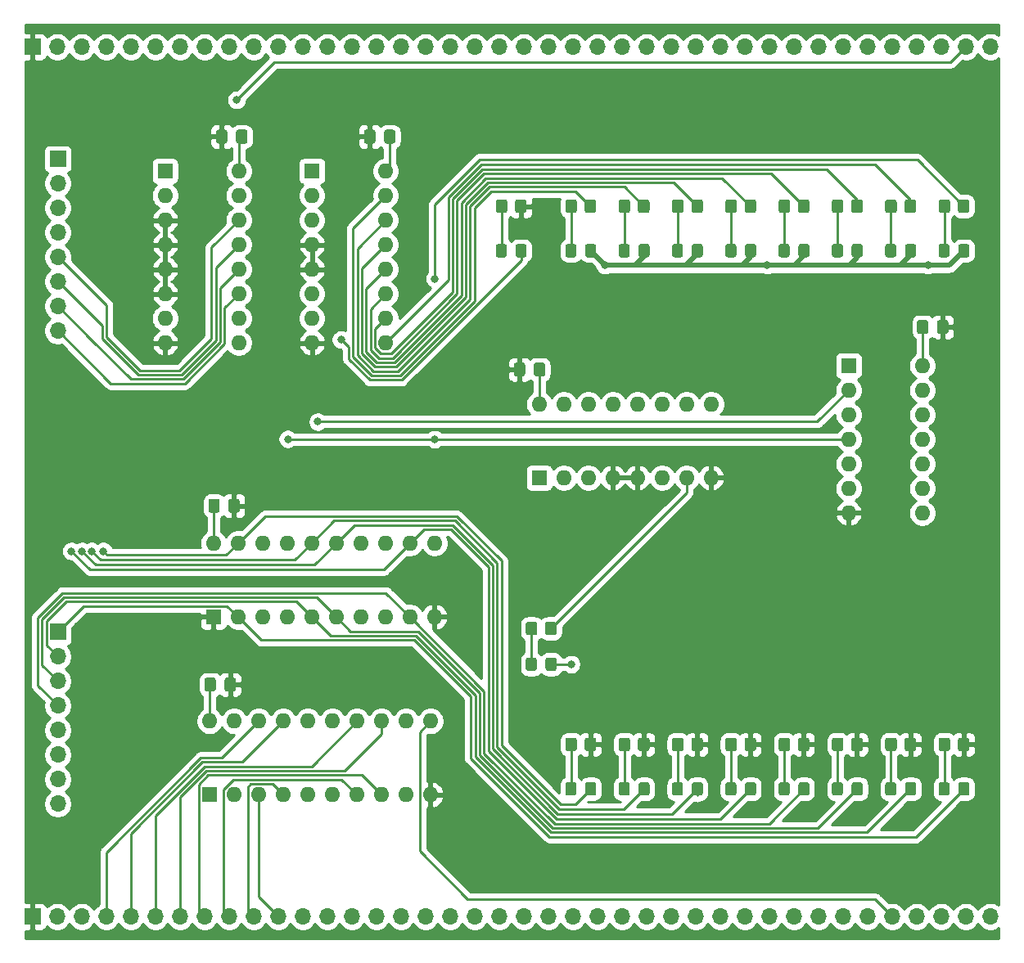
<source format=gtl>
G04 #@! TF.GenerationSoftware,KiCad,Pcbnew,(5.1.9)-1*
G04 #@! TF.CreationDate,2021-11-21T23:13:33-05:00*
G04 #@! TF.ProjectId,ir-rc,69722d72-632e-46b6-9963-61645f706362,1.1*
G04 #@! TF.SameCoordinates,Original*
G04 #@! TF.FileFunction,Copper,L1,Top*
G04 #@! TF.FilePolarity,Positive*
%FSLAX46Y46*%
G04 Gerber Fmt 4.6, Leading zero omitted, Abs format (unit mm)*
G04 Created by KiCad (PCBNEW (5.1.9)-1) date 2021-11-21 23:13:33*
%MOMM*%
%LPD*%
G01*
G04 APERTURE LIST*
G04 #@! TA.AperFunction,ComponentPad*
%ADD10O,1.600000X1.600000*%
G04 #@! TD*
G04 #@! TA.AperFunction,ComponentPad*
%ADD11R,1.600000X1.600000*%
G04 #@! TD*
G04 #@! TA.AperFunction,ComponentPad*
%ADD12O,1.700000X1.700000*%
G04 #@! TD*
G04 #@! TA.AperFunction,ComponentPad*
%ADD13R,1.700000X1.700000*%
G04 #@! TD*
G04 #@! TA.AperFunction,ViaPad*
%ADD14C,0.800000*%
G04 #@! TD*
G04 #@! TA.AperFunction,Conductor*
%ADD15C,0.250000*%
G04 #@! TD*
G04 #@! TA.AperFunction,Conductor*
%ADD16C,0.500000*%
G04 #@! TD*
G04 #@! TA.AperFunction,Conductor*
%ADD17C,0.254000*%
G04 #@! TD*
G04 #@! TA.AperFunction,Conductor*
%ADD18C,0.100000*%
G04 #@! TD*
G04 APERTURE END LIST*
D10*
X178420000Y-79000000D03*
X170800000Y-94240000D03*
X178420000Y-81540000D03*
X170800000Y-91700000D03*
X178420000Y-84080000D03*
X170800000Y-89160000D03*
X178420000Y-86620000D03*
X170800000Y-86620000D03*
X178420000Y-89160000D03*
X170800000Y-84080000D03*
X178420000Y-91700000D03*
X170800000Y-81540000D03*
X178420000Y-94240000D03*
D11*
X170800000Y-79000000D03*
G04 #@! TA.AperFunction,SMDPad,CuDef*
G36*
G01*
X179050000Y-74525000D02*
X179050000Y-75475000D01*
G75*
G02*
X178800000Y-75725000I-250000J0D01*
G01*
X178125000Y-75725000D01*
G75*
G02*
X177875000Y-75475000I0J250000D01*
G01*
X177875000Y-74525000D01*
G75*
G02*
X178125000Y-74275000I250000J0D01*
G01*
X178800000Y-74275000D01*
G75*
G02*
X179050000Y-74525000I0J-250000D01*
G01*
G37*
G04 #@! TD.AperFunction*
G04 #@! TA.AperFunction,SMDPad,CuDef*
G36*
G01*
X181125000Y-74525000D02*
X181125000Y-75475000D01*
G75*
G02*
X180875000Y-75725000I-250000J0D01*
G01*
X180200000Y-75725000D01*
G75*
G02*
X179950000Y-75475000I0J250000D01*
G01*
X179950000Y-74525000D01*
G75*
G02*
X180200000Y-74275000I250000J0D01*
G01*
X180875000Y-74275000D01*
G75*
G02*
X181125000Y-74525000I0J-250000D01*
G01*
G37*
G04 #@! TD.AperFunction*
G04 #@! TA.AperFunction,SMDPad,CuDef*
G36*
G01*
X138250000Y-79875000D02*
X138250000Y-78925000D01*
G75*
G02*
X138500000Y-78675000I250000J0D01*
G01*
X139175000Y-78675000D01*
G75*
G02*
X139425000Y-78925000I0J-250000D01*
G01*
X139425000Y-79875000D01*
G75*
G02*
X139175000Y-80125000I-250000J0D01*
G01*
X138500000Y-80125000D01*
G75*
G02*
X138250000Y-79875000I0J250000D01*
G01*
G37*
G04 #@! TD.AperFunction*
G04 #@! TA.AperFunction,SMDPad,CuDef*
G36*
G01*
X136175000Y-79875000D02*
X136175000Y-78925000D01*
G75*
G02*
X136425000Y-78675000I250000J0D01*
G01*
X137100000Y-78675000D01*
G75*
G02*
X137350000Y-78925000I0J-250000D01*
G01*
X137350000Y-79875000D01*
G75*
G02*
X137100000Y-80125000I-250000J0D01*
G01*
X136425000Y-80125000D01*
G75*
G02*
X136175000Y-79875000I0J250000D01*
G01*
G37*
G04 #@! TD.AperFunction*
G04 #@! TA.AperFunction,SMDPad,CuDef*
G36*
G01*
X139400000Y-106650001D02*
X139400000Y-105749999D01*
G75*
G02*
X139649999Y-105500000I249999J0D01*
G01*
X140350001Y-105500000D01*
G75*
G02*
X140600000Y-105749999I0J-249999D01*
G01*
X140600000Y-106650001D01*
G75*
G02*
X140350001Y-106900000I-249999J0D01*
G01*
X139649999Y-106900000D01*
G75*
G02*
X139400000Y-106650001I0J249999D01*
G01*
G37*
G04 #@! TD.AperFunction*
G04 #@! TA.AperFunction,SMDPad,CuDef*
G36*
G01*
X137400000Y-106650001D02*
X137400000Y-105749999D01*
G75*
G02*
X137649999Y-105500000I249999J0D01*
G01*
X138350001Y-105500000D01*
G75*
G02*
X138600000Y-105749999I0J-249999D01*
G01*
X138600000Y-106650001D01*
G75*
G02*
X138350001Y-106900000I-249999J0D01*
G01*
X137649999Y-106900000D01*
G75*
G02*
X137400000Y-106650001I0J249999D01*
G01*
G37*
G04 #@! TD.AperFunction*
G04 #@! TA.AperFunction,SMDPad,CuDef*
G36*
G01*
X139450000Y-110350001D02*
X139450000Y-109449999D01*
G75*
G02*
X139699999Y-109200000I249999J0D01*
G01*
X140350001Y-109200000D01*
G75*
G02*
X140600000Y-109449999I0J-249999D01*
G01*
X140600000Y-110350001D01*
G75*
G02*
X140350001Y-110600000I-249999J0D01*
G01*
X139699999Y-110600000D01*
G75*
G02*
X139450000Y-110350001I0J249999D01*
G01*
G37*
G04 #@! TD.AperFunction*
G04 #@! TA.AperFunction,SMDPad,CuDef*
G36*
G01*
X137400000Y-110350001D02*
X137400000Y-109449999D01*
G75*
G02*
X137649999Y-109200000I249999J0D01*
G01*
X138300001Y-109200000D01*
G75*
G02*
X138550000Y-109449999I0J-249999D01*
G01*
X138550000Y-110350001D01*
G75*
G02*
X138300001Y-110600000I-249999J0D01*
G01*
X137649999Y-110600000D01*
G75*
G02*
X137400000Y-110350001I0J249999D01*
G01*
G37*
G04 #@! TD.AperFunction*
D10*
X138800000Y-82980000D03*
X156580000Y-90600000D03*
X141340000Y-82980000D03*
X154040000Y-90600000D03*
X143880000Y-82980000D03*
X151500000Y-90600000D03*
X146420000Y-82980000D03*
X148960000Y-90600000D03*
X148960000Y-82980000D03*
X146420000Y-90600000D03*
X151500000Y-82980000D03*
X143880000Y-90600000D03*
X154040000Y-82980000D03*
X141340000Y-90600000D03*
X156580000Y-82980000D03*
D11*
X138800000Y-90600000D03*
D12*
X89000000Y-124340000D03*
X89000000Y-121800000D03*
X89000000Y-119260000D03*
X89000000Y-116720000D03*
X89000000Y-114180000D03*
X89000000Y-111640000D03*
X89000000Y-109100000D03*
D13*
X89000000Y-106560000D03*
D12*
X89000000Y-75380000D03*
X89000000Y-72840000D03*
X89000000Y-70300000D03*
X89000000Y-67760000D03*
X89000000Y-65220000D03*
X89000000Y-62680000D03*
X89000000Y-60140000D03*
D13*
X89000000Y-57600000D03*
D10*
X122920000Y-58860000D03*
X115300000Y-76640000D03*
X122920000Y-61400000D03*
X115300000Y-74100000D03*
X122920000Y-63940000D03*
X115300000Y-71560000D03*
X122920000Y-66480000D03*
X115300000Y-69020000D03*
X122920000Y-69020000D03*
X115300000Y-66480000D03*
X122920000Y-71560000D03*
X115300000Y-63940000D03*
X122920000Y-74100000D03*
X115300000Y-61400000D03*
X122920000Y-76640000D03*
D11*
X115300000Y-58860000D03*
D10*
X107720000Y-58860000D03*
X100100000Y-76640000D03*
X107720000Y-61400000D03*
X100100000Y-74100000D03*
X107720000Y-63940000D03*
X100100000Y-71560000D03*
X107720000Y-66480000D03*
X100100000Y-69020000D03*
X107720000Y-69020000D03*
X100100000Y-66480000D03*
X107720000Y-71560000D03*
X100100000Y-63940000D03*
X107720000Y-74100000D03*
X100100000Y-61400000D03*
X107720000Y-76640000D03*
D11*
X100100000Y-58860000D03*
D10*
X104700000Y-115780000D03*
X127560000Y-123400000D03*
X107240000Y-115780000D03*
X125020000Y-123400000D03*
X109780000Y-115780000D03*
X122480000Y-123400000D03*
X112320000Y-115780000D03*
X119940000Y-123400000D03*
X114860000Y-115780000D03*
X117400000Y-123400000D03*
X117400000Y-115780000D03*
X114860000Y-123400000D03*
X119940000Y-115780000D03*
X112320000Y-123400000D03*
X122480000Y-115780000D03*
X109780000Y-123400000D03*
X125020000Y-115780000D03*
X107240000Y-123400000D03*
X127560000Y-115780000D03*
D11*
X104700000Y-123400000D03*
D10*
X105100000Y-97380000D03*
X127960000Y-105000000D03*
X107640000Y-97380000D03*
X125420000Y-105000000D03*
X110180000Y-97380000D03*
X122880000Y-105000000D03*
X112720000Y-97380000D03*
X120340000Y-105000000D03*
X115260000Y-97380000D03*
X117800000Y-105000000D03*
X117800000Y-97380000D03*
X115260000Y-105000000D03*
X120340000Y-97380000D03*
X112720000Y-105000000D03*
X122880000Y-97380000D03*
X110180000Y-105000000D03*
X125420000Y-97380000D03*
X107640000Y-105000000D03*
X127960000Y-97380000D03*
D11*
X105100000Y-105000000D03*
G04 #@! TA.AperFunction,SMDPad,CuDef*
G36*
G01*
X182100000Y-62950001D02*
X182100000Y-62049999D01*
G75*
G02*
X182349999Y-61800000I249999J0D01*
G01*
X183050001Y-61800000D01*
G75*
G02*
X183300000Y-62049999I0J-249999D01*
G01*
X183300000Y-62950001D01*
G75*
G02*
X183050001Y-63200000I-249999J0D01*
G01*
X182349999Y-63200000D01*
G75*
G02*
X182100000Y-62950001I0J249999D01*
G01*
G37*
G04 #@! TD.AperFunction*
G04 #@! TA.AperFunction,SMDPad,CuDef*
G36*
G01*
X180100000Y-62950001D02*
X180100000Y-62049999D01*
G75*
G02*
X180349999Y-61800000I249999J0D01*
G01*
X181050001Y-61800000D01*
G75*
G02*
X181300000Y-62049999I0J-249999D01*
G01*
X181300000Y-62950001D01*
G75*
G02*
X181050001Y-63200000I-249999J0D01*
G01*
X180349999Y-63200000D01*
G75*
G02*
X180100000Y-62950001I0J249999D01*
G01*
G37*
G04 #@! TD.AperFunction*
G04 #@! TA.AperFunction,SMDPad,CuDef*
G36*
G01*
X176585710Y-62950001D02*
X176585710Y-62049999D01*
G75*
G02*
X176835709Y-61800000I249999J0D01*
G01*
X177535711Y-61800000D01*
G75*
G02*
X177785710Y-62049999I0J-249999D01*
G01*
X177785710Y-62950001D01*
G75*
G02*
X177535711Y-63200000I-249999J0D01*
G01*
X176835709Y-63200000D01*
G75*
G02*
X176585710Y-62950001I0J249999D01*
G01*
G37*
G04 #@! TD.AperFunction*
G04 #@! TA.AperFunction,SMDPad,CuDef*
G36*
G01*
X174585710Y-62950001D02*
X174585710Y-62049999D01*
G75*
G02*
X174835709Y-61800000I249999J0D01*
G01*
X175535711Y-61800000D01*
G75*
G02*
X175785710Y-62049999I0J-249999D01*
G01*
X175785710Y-62950001D01*
G75*
G02*
X175535711Y-63200000I-249999J0D01*
G01*
X174835709Y-63200000D01*
G75*
G02*
X174585710Y-62950001I0J249999D01*
G01*
G37*
G04 #@! TD.AperFunction*
G04 #@! TA.AperFunction,SMDPad,CuDef*
G36*
G01*
X171071425Y-62950001D02*
X171071425Y-62049999D01*
G75*
G02*
X171321424Y-61800000I249999J0D01*
G01*
X172021426Y-61800000D01*
G75*
G02*
X172271425Y-62049999I0J-249999D01*
G01*
X172271425Y-62950001D01*
G75*
G02*
X172021426Y-63200000I-249999J0D01*
G01*
X171321424Y-63200000D01*
G75*
G02*
X171071425Y-62950001I0J249999D01*
G01*
G37*
G04 #@! TD.AperFunction*
G04 #@! TA.AperFunction,SMDPad,CuDef*
G36*
G01*
X169071425Y-62950001D02*
X169071425Y-62049999D01*
G75*
G02*
X169321424Y-61800000I249999J0D01*
G01*
X170021426Y-61800000D01*
G75*
G02*
X170271425Y-62049999I0J-249999D01*
G01*
X170271425Y-62950001D01*
G75*
G02*
X170021426Y-63200000I-249999J0D01*
G01*
X169321424Y-63200000D01*
G75*
G02*
X169071425Y-62950001I0J249999D01*
G01*
G37*
G04 #@! TD.AperFunction*
G04 #@! TA.AperFunction,SMDPad,CuDef*
G36*
G01*
X165557140Y-62950001D02*
X165557140Y-62049999D01*
G75*
G02*
X165807139Y-61800000I249999J0D01*
G01*
X166507141Y-61800000D01*
G75*
G02*
X166757140Y-62049999I0J-249999D01*
G01*
X166757140Y-62950001D01*
G75*
G02*
X166507141Y-63200000I-249999J0D01*
G01*
X165807139Y-63200000D01*
G75*
G02*
X165557140Y-62950001I0J249999D01*
G01*
G37*
G04 #@! TD.AperFunction*
G04 #@! TA.AperFunction,SMDPad,CuDef*
G36*
G01*
X163557140Y-62950001D02*
X163557140Y-62049999D01*
G75*
G02*
X163807139Y-61800000I249999J0D01*
G01*
X164507141Y-61800000D01*
G75*
G02*
X164757140Y-62049999I0J-249999D01*
G01*
X164757140Y-62950001D01*
G75*
G02*
X164507141Y-63200000I-249999J0D01*
G01*
X163807139Y-63200000D01*
G75*
G02*
X163557140Y-62950001I0J249999D01*
G01*
G37*
G04 #@! TD.AperFunction*
G04 #@! TA.AperFunction,SMDPad,CuDef*
G36*
G01*
X160042855Y-62950001D02*
X160042855Y-62049999D01*
G75*
G02*
X160292854Y-61800000I249999J0D01*
G01*
X160992856Y-61800000D01*
G75*
G02*
X161242855Y-62049999I0J-249999D01*
G01*
X161242855Y-62950001D01*
G75*
G02*
X160992856Y-63200000I-249999J0D01*
G01*
X160292854Y-63200000D01*
G75*
G02*
X160042855Y-62950001I0J249999D01*
G01*
G37*
G04 #@! TD.AperFunction*
G04 #@! TA.AperFunction,SMDPad,CuDef*
G36*
G01*
X158042855Y-62950001D02*
X158042855Y-62049999D01*
G75*
G02*
X158292854Y-61800000I249999J0D01*
G01*
X158992856Y-61800000D01*
G75*
G02*
X159242855Y-62049999I0J-249999D01*
G01*
X159242855Y-62950001D01*
G75*
G02*
X158992856Y-63200000I-249999J0D01*
G01*
X158292854Y-63200000D01*
G75*
G02*
X158042855Y-62950001I0J249999D01*
G01*
G37*
G04 #@! TD.AperFunction*
G04 #@! TA.AperFunction,SMDPad,CuDef*
G36*
G01*
X154528570Y-62950001D02*
X154528570Y-62049999D01*
G75*
G02*
X154778569Y-61800000I249999J0D01*
G01*
X155478571Y-61800000D01*
G75*
G02*
X155728570Y-62049999I0J-249999D01*
G01*
X155728570Y-62950001D01*
G75*
G02*
X155478571Y-63200000I-249999J0D01*
G01*
X154778569Y-63200000D01*
G75*
G02*
X154528570Y-62950001I0J249999D01*
G01*
G37*
G04 #@! TD.AperFunction*
G04 #@! TA.AperFunction,SMDPad,CuDef*
G36*
G01*
X152528570Y-62950001D02*
X152528570Y-62049999D01*
G75*
G02*
X152778569Y-61800000I249999J0D01*
G01*
X153478571Y-61800000D01*
G75*
G02*
X153728570Y-62049999I0J-249999D01*
G01*
X153728570Y-62950001D01*
G75*
G02*
X153478571Y-63200000I-249999J0D01*
G01*
X152778569Y-63200000D01*
G75*
G02*
X152528570Y-62950001I0J249999D01*
G01*
G37*
G04 #@! TD.AperFunction*
G04 #@! TA.AperFunction,SMDPad,CuDef*
G36*
G01*
X149014285Y-62950001D02*
X149014285Y-62049999D01*
G75*
G02*
X149264284Y-61800000I249999J0D01*
G01*
X149964286Y-61800000D01*
G75*
G02*
X150214285Y-62049999I0J-249999D01*
G01*
X150214285Y-62950001D01*
G75*
G02*
X149964286Y-63200000I-249999J0D01*
G01*
X149264284Y-63200000D01*
G75*
G02*
X149014285Y-62950001I0J249999D01*
G01*
G37*
G04 #@! TD.AperFunction*
G04 #@! TA.AperFunction,SMDPad,CuDef*
G36*
G01*
X147014285Y-62950001D02*
X147014285Y-62049999D01*
G75*
G02*
X147264284Y-61800000I249999J0D01*
G01*
X147964286Y-61800000D01*
G75*
G02*
X148214285Y-62049999I0J-249999D01*
G01*
X148214285Y-62950001D01*
G75*
G02*
X147964286Y-63200000I-249999J0D01*
G01*
X147264284Y-63200000D01*
G75*
G02*
X147014285Y-62950001I0J249999D01*
G01*
G37*
G04 #@! TD.AperFunction*
G04 #@! TA.AperFunction,SMDPad,CuDef*
G36*
G01*
X143500000Y-62950001D02*
X143500000Y-62049999D01*
G75*
G02*
X143749999Y-61800000I249999J0D01*
G01*
X144450001Y-61800000D01*
G75*
G02*
X144700000Y-62049999I0J-249999D01*
G01*
X144700000Y-62950001D01*
G75*
G02*
X144450001Y-63200000I-249999J0D01*
G01*
X143749999Y-63200000D01*
G75*
G02*
X143500000Y-62950001I0J249999D01*
G01*
G37*
G04 #@! TD.AperFunction*
G04 #@! TA.AperFunction,SMDPad,CuDef*
G36*
G01*
X141500000Y-62950001D02*
X141500000Y-62049999D01*
G75*
G02*
X141749999Y-61800000I249999J0D01*
G01*
X142450001Y-61800000D01*
G75*
G02*
X142700000Y-62049999I0J-249999D01*
G01*
X142700000Y-62950001D01*
G75*
G02*
X142450001Y-63200000I-249999J0D01*
G01*
X141749999Y-63200000D01*
G75*
G02*
X141500000Y-62950001I0J249999D01*
G01*
G37*
G04 #@! TD.AperFunction*
G04 #@! TA.AperFunction,SMDPad,CuDef*
G36*
G01*
X135500000Y-62049999D02*
X135500000Y-62950001D01*
G75*
G02*
X135250001Y-63200000I-249999J0D01*
G01*
X134549999Y-63200000D01*
G75*
G02*
X134300000Y-62950001I0J249999D01*
G01*
X134300000Y-62049999D01*
G75*
G02*
X134549999Y-61800000I249999J0D01*
G01*
X135250001Y-61800000D01*
G75*
G02*
X135500000Y-62049999I0J-249999D01*
G01*
G37*
G04 #@! TD.AperFunction*
G04 #@! TA.AperFunction,SMDPad,CuDef*
G36*
G01*
X137500000Y-62049999D02*
X137500000Y-62950001D01*
G75*
G02*
X137250001Y-63200000I-249999J0D01*
G01*
X136549999Y-63200000D01*
G75*
G02*
X136300000Y-62950001I0J249999D01*
G01*
X136300000Y-62049999D01*
G75*
G02*
X136549999Y-61800000I249999J0D01*
G01*
X137250001Y-61800000D01*
G75*
G02*
X137500000Y-62049999I0J-249999D01*
G01*
G37*
G04 #@! TD.AperFunction*
G04 #@! TA.AperFunction,SMDPad,CuDef*
G36*
G01*
X143500000Y-118650001D02*
X143500000Y-117749999D01*
G75*
G02*
X143749999Y-117500000I249999J0D01*
G01*
X144450001Y-117500000D01*
G75*
G02*
X144700000Y-117749999I0J-249999D01*
G01*
X144700000Y-118650001D01*
G75*
G02*
X144450001Y-118900000I-249999J0D01*
G01*
X143749999Y-118900000D01*
G75*
G02*
X143500000Y-118650001I0J249999D01*
G01*
G37*
G04 #@! TD.AperFunction*
G04 #@! TA.AperFunction,SMDPad,CuDef*
G36*
G01*
X141500000Y-118650001D02*
X141500000Y-117749999D01*
G75*
G02*
X141749999Y-117500000I249999J0D01*
G01*
X142450001Y-117500000D01*
G75*
G02*
X142700000Y-117749999I0J-249999D01*
G01*
X142700000Y-118650001D01*
G75*
G02*
X142450001Y-118900000I-249999J0D01*
G01*
X141749999Y-118900000D01*
G75*
G02*
X141500000Y-118650001I0J249999D01*
G01*
G37*
G04 #@! TD.AperFunction*
G04 #@! TA.AperFunction,SMDPad,CuDef*
G36*
G01*
X149014285Y-118650001D02*
X149014285Y-117749999D01*
G75*
G02*
X149264284Y-117500000I249999J0D01*
G01*
X149964286Y-117500000D01*
G75*
G02*
X150214285Y-117749999I0J-249999D01*
G01*
X150214285Y-118650001D01*
G75*
G02*
X149964286Y-118900000I-249999J0D01*
G01*
X149264284Y-118900000D01*
G75*
G02*
X149014285Y-118650001I0J249999D01*
G01*
G37*
G04 #@! TD.AperFunction*
G04 #@! TA.AperFunction,SMDPad,CuDef*
G36*
G01*
X147014285Y-118650001D02*
X147014285Y-117749999D01*
G75*
G02*
X147264284Y-117500000I249999J0D01*
G01*
X147964286Y-117500000D01*
G75*
G02*
X148214285Y-117749999I0J-249999D01*
G01*
X148214285Y-118650001D01*
G75*
G02*
X147964286Y-118900000I-249999J0D01*
G01*
X147264284Y-118900000D01*
G75*
G02*
X147014285Y-118650001I0J249999D01*
G01*
G37*
G04 #@! TD.AperFunction*
G04 #@! TA.AperFunction,SMDPad,CuDef*
G36*
G01*
X154528570Y-118650001D02*
X154528570Y-117749999D01*
G75*
G02*
X154778569Y-117500000I249999J0D01*
G01*
X155478571Y-117500000D01*
G75*
G02*
X155728570Y-117749999I0J-249999D01*
G01*
X155728570Y-118650001D01*
G75*
G02*
X155478571Y-118900000I-249999J0D01*
G01*
X154778569Y-118900000D01*
G75*
G02*
X154528570Y-118650001I0J249999D01*
G01*
G37*
G04 #@! TD.AperFunction*
G04 #@! TA.AperFunction,SMDPad,CuDef*
G36*
G01*
X152528570Y-118650001D02*
X152528570Y-117749999D01*
G75*
G02*
X152778569Y-117500000I249999J0D01*
G01*
X153478571Y-117500000D01*
G75*
G02*
X153728570Y-117749999I0J-249999D01*
G01*
X153728570Y-118650001D01*
G75*
G02*
X153478571Y-118900000I-249999J0D01*
G01*
X152778569Y-118900000D01*
G75*
G02*
X152528570Y-118650001I0J249999D01*
G01*
G37*
G04 #@! TD.AperFunction*
G04 #@! TA.AperFunction,SMDPad,CuDef*
G36*
G01*
X160042855Y-118650001D02*
X160042855Y-117749999D01*
G75*
G02*
X160292854Y-117500000I249999J0D01*
G01*
X160992856Y-117500000D01*
G75*
G02*
X161242855Y-117749999I0J-249999D01*
G01*
X161242855Y-118650001D01*
G75*
G02*
X160992856Y-118900000I-249999J0D01*
G01*
X160292854Y-118900000D01*
G75*
G02*
X160042855Y-118650001I0J249999D01*
G01*
G37*
G04 #@! TD.AperFunction*
G04 #@! TA.AperFunction,SMDPad,CuDef*
G36*
G01*
X158042855Y-118650001D02*
X158042855Y-117749999D01*
G75*
G02*
X158292854Y-117500000I249999J0D01*
G01*
X158992856Y-117500000D01*
G75*
G02*
X159242855Y-117749999I0J-249999D01*
G01*
X159242855Y-118650001D01*
G75*
G02*
X158992856Y-118900000I-249999J0D01*
G01*
X158292854Y-118900000D01*
G75*
G02*
X158042855Y-118650001I0J249999D01*
G01*
G37*
G04 #@! TD.AperFunction*
G04 #@! TA.AperFunction,SMDPad,CuDef*
G36*
G01*
X165557140Y-118650001D02*
X165557140Y-117749999D01*
G75*
G02*
X165807139Y-117500000I249999J0D01*
G01*
X166507141Y-117500000D01*
G75*
G02*
X166757140Y-117749999I0J-249999D01*
G01*
X166757140Y-118650001D01*
G75*
G02*
X166507141Y-118900000I-249999J0D01*
G01*
X165807139Y-118900000D01*
G75*
G02*
X165557140Y-118650001I0J249999D01*
G01*
G37*
G04 #@! TD.AperFunction*
G04 #@! TA.AperFunction,SMDPad,CuDef*
G36*
G01*
X163557140Y-118650001D02*
X163557140Y-117749999D01*
G75*
G02*
X163807139Y-117500000I249999J0D01*
G01*
X164507141Y-117500000D01*
G75*
G02*
X164757140Y-117749999I0J-249999D01*
G01*
X164757140Y-118650001D01*
G75*
G02*
X164507141Y-118900000I-249999J0D01*
G01*
X163807139Y-118900000D01*
G75*
G02*
X163557140Y-118650001I0J249999D01*
G01*
G37*
G04 #@! TD.AperFunction*
G04 #@! TA.AperFunction,SMDPad,CuDef*
G36*
G01*
X171071425Y-118650001D02*
X171071425Y-117749999D01*
G75*
G02*
X171321424Y-117500000I249999J0D01*
G01*
X172021426Y-117500000D01*
G75*
G02*
X172271425Y-117749999I0J-249999D01*
G01*
X172271425Y-118650001D01*
G75*
G02*
X172021426Y-118900000I-249999J0D01*
G01*
X171321424Y-118900000D01*
G75*
G02*
X171071425Y-118650001I0J249999D01*
G01*
G37*
G04 #@! TD.AperFunction*
G04 #@! TA.AperFunction,SMDPad,CuDef*
G36*
G01*
X169071425Y-118650001D02*
X169071425Y-117749999D01*
G75*
G02*
X169321424Y-117500000I249999J0D01*
G01*
X170021426Y-117500000D01*
G75*
G02*
X170271425Y-117749999I0J-249999D01*
G01*
X170271425Y-118650001D01*
G75*
G02*
X170021426Y-118900000I-249999J0D01*
G01*
X169321424Y-118900000D01*
G75*
G02*
X169071425Y-118650001I0J249999D01*
G01*
G37*
G04 #@! TD.AperFunction*
G04 #@! TA.AperFunction,SMDPad,CuDef*
G36*
G01*
X176585710Y-118650001D02*
X176585710Y-117749999D01*
G75*
G02*
X176835709Y-117500000I249999J0D01*
G01*
X177535711Y-117500000D01*
G75*
G02*
X177785710Y-117749999I0J-249999D01*
G01*
X177785710Y-118650001D01*
G75*
G02*
X177535711Y-118900000I-249999J0D01*
G01*
X176835709Y-118900000D01*
G75*
G02*
X176585710Y-118650001I0J249999D01*
G01*
G37*
G04 #@! TD.AperFunction*
G04 #@! TA.AperFunction,SMDPad,CuDef*
G36*
G01*
X174585710Y-118650001D02*
X174585710Y-117749999D01*
G75*
G02*
X174835709Y-117500000I249999J0D01*
G01*
X175535711Y-117500000D01*
G75*
G02*
X175785710Y-117749999I0J-249999D01*
G01*
X175785710Y-118650001D01*
G75*
G02*
X175535711Y-118900000I-249999J0D01*
G01*
X174835709Y-118900000D01*
G75*
G02*
X174585710Y-118650001I0J249999D01*
G01*
G37*
G04 #@! TD.AperFunction*
G04 #@! TA.AperFunction,SMDPad,CuDef*
G36*
G01*
X182100000Y-118650001D02*
X182100000Y-117749999D01*
G75*
G02*
X182349999Y-117500000I249999J0D01*
G01*
X183050001Y-117500000D01*
G75*
G02*
X183300000Y-117749999I0J-249999D01*
G01*
X183300000Y-118650001D01*
G75*
G02*
X183050001Y-118900000I-249999J0D01*
G01*
X182349999Y-118900000D01*
G75*
G02*
X182100000Y-118650001I0J249999D01*
G01*
G37*
G04 #@! TD.AperFunction*
G04 #@! TA.AperFunction,SMDPad,CuDef*
G36*
G01*
X180100000Y-118650001D02*
X180100000Y-117749999D01*
G75*
G02*
X180349999Y-117500000I249999J0D01*
G01*
X181050001Y-117500000D01*
G75*
G02*
X181300000Y-117749999I0J-249999D01*
G01*
X181300000Y-118650001D01*
G75*
G02*
X181050001Y-118900000I-249999J0D01*
G01*
X180349999Y-118900000D01*
G75*
G02*
X180100000Y-118650001I0J249999D01*
G01*
G37*
G04 #@! TD.AperFunction*
G04 #@! TA.AperFunction,SMDPad,CuDef*
G36*
G01*
X182150000Y-67550001D02*
X182150000Y-66649999D01*
G75*
G02*
X182399999Y-66400000I249999J0D01*
G01*
X183050001Y-66400000D01*
G75*
G02*
X183300000Y-66649999I0J-249999D01*
G01*
X183300000Y-67550001D01*
G75*
G02*
X183050001Y-67800000I-249999J0D01*
G01*
X182399999Y-67800000D01*
G75*
G02*
X182150000Y-67550001I0J249999D01*
G01*
G37*
G04 #@! TD.AperFunction*
G04 #@! TA.AperFunction,SMDPad,CuDef*
G36*
G01*
X180100000Y-67550001D02*
X180100000Y-66649999D01*
G75*
G02*
X180349999Y-66400000I249999J0D01*
G01*
X181000001Y-66400000D01*
G75*
G02*
X181250000Y-66649999I0J-249999D01*
G01*
X181250000Y-67550001D01*
G75*
G02*
X181000001Y-67800000I-249999J0D01*
G01*
X180349999Y-67800000D01*
G75*
G02*
X180100000Y-67550001I0J249999D01*
G01*
G37*
G04 #@! TD.AperFunction*
G04 #@! TA.AperFunction,SMDPad,CuDef*
G36*
G01*
X176635710Y-67550001D02*
X176635710Y-66649999D01*
G75*
G02*
X176885709Y-66400000I249999J0D01*
G01*
X177535711Y-66400000D01*
G75*
G02*
X177785710Y-66649999I0J-249999D01*
G01*
X177785710Y-67550001D01*
G75*
G02*
X177535711Y-67800000I-249999J0D01*
G01*
X176885709Y-67800000D01*
G75*
G02*
X176635710Y-67550001I0J249999D01*
G01*
G37*
G04 #@! TD.AperFunction*
G04 #@! TA.AperFunction,SMDPad,CuDef*
G36*
G01*
X174585710Y-67550001D02*
X174585710Y-66649999D01*
G75*
G02*
X174835709Y-66400000I249999J0D01*
G01*
X175485711Y-66400000D01*
G75*
G02*
X175735710Y-66649999I0J-249999D01*
G01*
X175735710Y-67550001D01*
G75*
G02*
X175485711Y-67800000I-249999J0D01*
G01*
X174835709Y-67800000D01*
G75*
G02*
X174585710Y-67550001I0J249999D01*
G01*
G37*
G04 #@! TD.AperFunction*
G04 #@! TA.AperFunction,SMDPad,CuDef*
G36*
G01*
X171121425Y-67550001D02*
X171121425Y-66649999D01*
G75*
G02*
X171371424Y-66400000I249999J0D01*
G01*
X172021426Y-66400000D01*
G75*
G02*
X172271425Y-66649999I0J-249999D01*
G01*
X172271425Y-67550001D01*
G75*
G02*
X172021426Y-67800000I-249999J0D01*
G01*
X171371424Y-67800000D01*
G75*
G02*
X171121425Y-67550001I0J249999D01*
G01*
G37*
G04 #@! TD.AperFunction*
G04 #@! TA.AperFunction,SMDPad,CuDef*
G36*
G01*
X169071425Y-67550001D02*
X169071425Y-66649999D01*
G75*
G02*
X169321424Y-66400000I249999J0D01*
G01*
X169971426Y-66400000D01*
G75*
G02*
X170221425Y-66649999I0J-249999D01*
G01*
X170221425Y-67550001D01*
G75*
G02*
X169971426Y-67800000I-249999J0D01*
G01*
X169321424Y-67800000D01*
G75*
G02*
X169071425Y-67550001I0J249999D01*
G01*
G37*
G04 #@! TD.AperFunction*
G04 #@! TA.AperFunction,SMDPad,CuDef*
G36*
G01*
X165607140Y-67550001D02*
X165607140Y-66649999D01*
G75*
G02*
X165857139Y-66400000I249999J0D01*
G01*
X166507141Y-66400000D01*
G75*
G02*
X166757140Y-66649999I0J-249999D01*
G01*
X166757140Y-67550001D01*
G75*
G02*
X166507141Y-67800000I-249999J0D01*
G01*
X165857139Y-67800000D01*
G75*
G02*
X165607140Y-67550001I0J249999D01*
G01*
G37*
G04 #@! TD.AperFunction*
G04 #@! TA.AperFunction,SMDPad,CuDef*
G36*
G01*
X163557140Y-67550001D02*
X163557140Y-66649999D01*
G75*
G02*
X163807139Y-66400000I249999J0D01*
G01*
X164457141Y-66400000D01*
G75*
G02*
X164707140Y-66649999I0J-249999D01*
G01*
X164707140Y-67550001D01*
G75*
G02*
X164457141Y-67800000I-249999J0D01*
G01*
X163807139Y-67800000D01*
G75*
G02*
X163557140Y-67550001I0J249999D01*
G01*
G37*
G04 #@! TD.AperFunction*
G04 #@! TA.AperFunction,SMDPad,CuDef*
G36*
G01*
X160092855Y-67550001D02*
X160092855Y-66649999D01*
G75*
G02*
X160342854Y-66400000I249999J0D01*
G01*
X160992856Y-66400000D01*
G75*
G02*
X161242855Y-66649999I0J-249999D01*
G01*
X161242855Y-67550001D01*
G75*
G02*
X160992856Y-67800000I-249999J0D01*
G01*
X160342854Y-67800000D01*
G75*
G02*
X160092855Y-67550001I0J249999D01*
G01*
G37*
G04 #@! TD.AperFunction*
G04 #@! TA.AperFunction,SMDPad,CuDef*
G36*
G01*
X158042855Y-67550001D02*
X158042855Y-66649999D01*
G75*
G02*
X158292854Y-66400000I249999J0D01*
G01*
X158942856Y-66400000D01*
G75*
G02*
X159192855Y-66649999I0J-249999D01*
G01*
X159192855Y-67550001D01*
G75*
G02*
X158942856Y-67800000I-249999J0D01*
G01*
X158292854Y-67800000D01*
G75*
G02*
X158042855Y-67550001I0J249999D01*
G01*
G37*
G04 #@! TD.AperFunction*
G04 #@! TA.AperFunction,SMDPad,CuDef*
G36*
G01*
X154578570Y-67550001D02*
X154578570Y-66649999D01*
G75*
G02*
X154828569Y-66400000I249999J0D01*
G01*
X155478571Y-66400000D01*
G75*
G02*
X155728570Y-66649999I0J-249999D01*
G01*
X155728570Y-67550001D01*
G75*
G02*
X155478571Y-67800000I-249999J0D01*
G01*
X154828569Y-67800000D01*
G75*
G02*
X154578570Y-67550001I0J249999D01*
G01*
G37*
G04 #@! TD.AperFunction*
G04 #@! TA.AperFunction,SMDPad,CuDef*
G36*
G01*
X152528570Y-67550001D02*
X152528570Y-66649999D01*
G75*
G02*
X152778569Y-66400000I249999J0D01*
G01*
X153428571Y-66400000D01*
G75*
G02*
X153678570Y-66649999I0J-249999D01*
G01*
X153678570Y-67550001D01*
G75*
G02*
X153428571Y-67800000I-249999J0D01*
G01*
X152778569Y-67800000D01*
G75*
G02*
X152528570Y-67550001I0J249999D01*
G01*
G37*
G04 #@! TD.AperFunction*
G04 #@! TA.AperFunction,SMDPad,CuDef*
G36*
G01*
X149064285Y-67550001D02*
X149064285Y-66649999D01*
G75*
G02*
X149314284Y-66400000I249999J0D01*
G01*
X149964286Y-66400000D01*
G75*
G02*
X150214285Y-66649999I0J-249999D01*
G01*
X150214285Y-67550001D01*
G75*
G02*
X149964286Y-67800000I-249999J0D01*
G01*
X149314284Y-67800000D01*
G75*
G02*
X149064285Y-67550001I0J249999D01*
G01*
G37*
G04 #@! TD.AperFunction*
G04 #@! TA.AperFunction,SMDPad,CuDef*
G36*
G01*
X147014285Y-67550001D02*
X147014285Y-66649999D01*
G75*
G02*
X147264284Y-66400000I249999J0D01*
G01*
X147914286Y-66400000D01*
G75*
G02*
X148164285Y-66649999I0J-249999D01*
G01*
X148164285Y-67550001D01*
G75*
G02*
X147914286Y-67800000I-249999J0D01*
G01*
X147264284Y-67800000D01*
G75*
G02*
X147014285Y-67550001I0J249999D01*
G01*
G37*
G04 #@! TD.AperFunction*
G04 #@! TA.AperFunction,SMDPad,CuDef*
G36*
G01*
X143550000Y-67550001D02*
X143550000Y-66649999D01*
G75*
G02*
X143799999Y-66400000I249999J0D01*
G01*
X144450001Y-66400000D01*
G75*
G02*
X144700000Y-66649999I0J-249999D01*
G01*
X144700000Y-67550001D01*
G75*
G02*
X144450001Y-67800000I-249999J0D01*
G01*
X143799999Y-67800000D01*
G75*
G02*
X143550000Y-67550001I0J249999D01*
G01*
G37*
G04 #@! TD.AperFunction*
G04 #@! TA.AperFunction,SMDPad,CuDef*
G36*
G01*
X141500000Y-67550001D02*
X141500000Y-66649999D01*
G75*
G02*
X141749999Y-66400000I249999J0D01*
G01*
X142400001Y-66400000D01*
G75*
G02*
X142650000Y-66649999I0J-249999D01*
G01*
X142650000Y-67550001D01*
G75*
G02*
X142400001Y-67800000I-249999J0D01*
G01*
X141749999Y-67800000D01*
G75*
G02*
X141500000Y-67550001I0J249999D01*
G01*
G37*
G04 #@! TD.AperFunction*
G04 #@! TA.AperFunction,SMDPad,CuDef*
G36*
G01*
X136350000Y-67550001D02*
X136350000Y-66649999D01*
G75*
G02*
X136599999Y-66400000I249999J0D01*
G01*
X137250001Y-66400000D01*
G75*
G02*
X137500000Y-66649999I0J-249999D01*
G01*
X137500000Y-67550001D01*
G75*
G02*
X137250001Y-67800000I-249999J0D01*
G01*
X136599999Y-67800000D01*
G75*
G02*
X136350000Y-67550001I0J249999D01*
G01*
G37*
G04 #@! TD.AperFunction*
G04 #@! TA.AperFunction,SMDPad,CuDef*
G36*
G01*
X134300000Y-67550001D02*
X134300000Y-66649999D01*
G75*
G02*
X134549999Y-66400000I249999J0D01*
G01*
X135200001Y-66400000D01*
G75*
G02*
X135450000Y-66649999I0J-249999D01*
G01*
X135450000Y-67550001D01*
G75*
G02*
X135200001Y-67800000I-249999J0D01*
G01*
X134549999Y-67800000D01*
G75*
G02*
X134300000Y-67550001I0J249999D01*
G01*
G37*
G04 #@! TD.AperFunction*
G04 #@! TA.AperFunction,SMDPad,CuDef*
G36*
G01*
X143550000Y-123250001D02*
X143550000Y-122349999D01*
G75*
G02*
X143799999Y-122100000I249999J0D01*
G01*
X144450001Y-122100000D01*
G75*
G02*
X144700000Y-122349999I0J-249999D01*
G01*
X144700000Y-123250001D01*
G75*
G02*
X144450001Y-123500000I-249999J0D01*
G01*
X143799999Y-123500000D01*
G75*
G02*
X143550000Y-123250001I0J249999D01*
G01*
G37*
G04 #@! TD.AperFunction*
G04 #@! TA.AperFunction,SMDPad,CuDef*
G36*
G01*
X141500000Y-123250001D02*
X141500000Y-122349999D01*
G75*
G02*
X141749999Y-122100000I249999J0D01*
G01*
X142400001Y-122100000D01*
G75*
G02*
X142650000Y-122349999I0J-249999D01*
G01*
X142650000Y-123250001D01*
G75*
G02*
X142400001Y-123500000I-249999J0D01*
G01*
X141749999Y-123500000D01*
G75*
G02*
X141500000Y-123250001I0J249999D01*
G01*
G37*
G04 #@! TD.AperFunction*
G04 #@! TA.AperFunction,SMDPad,CuDef*
G36*
G01*
X149064285Y-123250001D02*
X149064285Y-122349999D01*
G75*
G02*
X149314284Y-122100000I249999J0D01*
G01*
X149964286Y-122100000D01*
G75*
G02*
X150214285Y-122349999I0J-249999D01*
G01*
X150214285Y-123250001D01*
G75*
G02*
X149964286Y-123500000I-249999J0D01*
G01*
X149314284Y-123500000D01*
G75*
G02*
X149064285Y-123250001I0J249999D01*
G01*
G37*
G04 #@! TD.AperFunction*
G04 #@! TA.AperFunction,SMDPad,CuDef*
G36*
G01*
X147014285Y-123250001D02*
X147014285Y-122349999D01*
G75*
G02*
X147264284Y-122100000I249999J0D01*
G01*
X147914286Y-122100000D01*
G75*
G02*
X148164285Y-122349999I0J-249999D01*
G01*
X148164285Y-123250001D01*
G75*
G02*
X147914286Y-123500000I-249999J0D01*
G01*
X147264284Y-123500000D01*
G75*
G02*
X147014285Y-123250001I0J249999D01*
G01*
G37*
G04 #@! TD.AperFunction*
G04 #@! TA.AperFunction,SMDPad,CuDef*
G36*
G01*
X154578570Y-123250001D02*
X154578570Y-122349999D01*
G75*
G02*
X154828569Y-122100000I249999J0D01*
G01*
X155478571Y-122100000D01*
G75*
G02*
X155728570Y-122349999I0J-249999D01*
G01*
X155728570Y-123250001D01*
G75*
G02*
X155478571Y-123500000I-249999J0D01*
G01*
X154828569Y-123500000D01*
G75*
G02*
X154578570Y-123250001I0J249999D01*
G01*
G37*
G04 #@! TD.AperFunction*
G04 #@! TA.AperFunction,SMDPad,CuDef*
G36*
G01*
X152528570Y-123250001D02*
X152528570Y-122349999D01*
G75*
G02*
X152778569Y-122100000I249999J0D01*
G01*
X153428571Y-122100000D01*
G75*
G02*
X153678570Y-122349999I0J-249999D01*
G01*
X153678570Y-123250001D01*
G75*
G02*
X153428571Y-123500000I-249999J0D01*
G01*
X152778569Y-123500000D01*
G75*
G02*
X152528570Y-123250001I0J249999D01*
G01*
G37*
G04 #@! TD.AperFunction*
G04 #@! TA.AperFunction,SMDPad,CuDef*
G36*
G01*
X160092855Y-123250001D02*
X160092855Y-122349999D01*
G75*
G02*
X160342854Y-122100000I249999J0D01*
G01*
X160992856Y-122100000D01*
G75*
G02*
X161242855Y-122349999I0J-249999D01*
G01*
X161242855Y-123250001D01*
G75*
G02*
X160992856Y-123500000I-249999J0D01*
G01*
X160342854Y-123500000D01*
G75*
G02*
X160092855Y-123250001I0J249999D01*
G01*
G37*
G04 #@! TD.AperFunction*
G04 #@! TA.AperFunction,SMDPad,CuDef*
G36*
G01*
X158042855Y-123250001D02*
X158042855Y-122349999D01*
G75*
G02*
X158292854Y-122100000I249999J0D01*
G01*
X158942856Y-122100000D01*
G75*
G02*
X159192855Y-122349999I0J-249999D01*
G01*
X159192855Y-123250001D01*
G75*
G02*
X158942856Y-123500000I-249999J0D01*
G01*
X158292854Y-123500000D01*
G75*
G02*
X158042855Y-123250001I0J249999D01*
G01*
G37*
G04 #@! TD.AperFunction*
G04 #@! TA.AperFunction,SMDPad,CuDef*
G36*
G01*
X165607140Y-123250001D02*
X165607140Y-122349999D01*
G75*
G02*
X165857139Y-122100000I249999J0D01*
G01*
X166507141Y-122100000D01*
G75*
G02*
X166757140Y-122349999I0J-249999D01*
G01*
X166757140Y-123250001D01*
G75*
G02*
X166507141Y-123500000I-249999J0D01*
G01*
X165857139Y-123500000D01*
G75*
G02*
X165607140Y-123250001I0J249999D01*
G01*
G37*
G04 #@! TD.AperFunction*
G04 #@! TA.AperFunction,SMDPad,CuDef*
G36*
G01*
X163557140Y-123250001D02*
X163557140Y-122349999D01*
G75*
G02*
X163807139Y-122100000I249999J0D01*
G01*
X164457141Y-122100000D01*
G75*
G02*
X164707140Y-122349999I0J-249999D01*
G01*
X164707140Y-123250001D01*
G75*
G02*
X164457141Y-123500000I-249999J0D01*
G01*
X163807139Y-123500000D01*
G75*
G02*
X163557140Y-123250001I0J249999D01*
G01*
G37*
G04 #@! TD.AperFunction*
G04 #@! TA.AperFunction,SMDPad,CuDef*
G36*
G01*
X171121425Y-123250001D02*
X171121425Y-122349999D01*
G75*
G02*
X171371424Y-122100000I249999J0D01*
G01*
X172021426Y-122100000D01*
G75*
G02*
X172271425Y-122349999I0J-249999D01*
G01*
X172271425Y-123250001D01*
G75*
G02*
X172021426Y-123500000I-249999J0D01*
G01*
X171371424Y-123500000D01*
G75*
G02*
X171121425Y-123250001I0J249999D01*
G01*
G37*
G04 #@! TD.AperFunction*
G04 #@! TA.AperFunction,SMDPad,CuDef*
G36*
G01*
X169071425Y-123250001D02*
X169071425Y-122349999D01*
G75*
G02*
X169321424Y-122100000I249999J0D01*
G01*
X169971426Y-122100000D01*
G75*
G02*
X170221425Y-122349999I0J-249999D01*
G01*
X170221425Y-123250001D01*
G75*
G02*
X169971426Y-123500000I-249999J0D01*
G01*
X169321424Y-123500000D01*
G75*
G02*
X169071425Y-123250001I0J249999D01*
G01*
G37*
G04 #@! TD.AperFunction*
G04 #@! TA.AperFunction,SMDPad,CuDef*
G36*
G01*
X176635710Y-123250001D02*
X176635710Y-122349999D01*
G75*
G02*
X176885709Y-122100000I249999J0D01*
G01*
X177535711Y-122100000D01*
G75*
G02*
X177785710Y-122349999I0J-249999D01*
G01*
X177785710Y-123250001D01*
G75*
G02*
X177535711Y-123500000I-249999J0D01*
G01*
X176885709Y-123500000D01*
G75*
G02*
X176635710Y-123250001I0J249999D01*
G01*
G37*
G04 #@! TD.AperFunction*
G04 #@! TA.AperFunction,SMDPad,CuDef*
G36*
G01*
X174585710Y-123250001D02*
X174585710Y-122349999D01*
G75*
G02*
X174835709Y-122100000I249999J0D01*
G01*
X175485711Y-122100000D01*
G75*
G02*
X175735710Y-122349999I0J-249999D01*
G01*
X175735710Y-123250001D01*
G75*
G02*
X175485711Y-123500000I-249999J0D01*
G01*
X174835709Y-123500000D01*
G75*
G02*
X174585710Y-123250001I0J249999D01*
G01*
G37*
G04 #@! TD.AperFunction*
G04 #@! TA.AperFunction,SMDPad,CuDef*
G36*
G01*
X182150000Y-123250001D02*
X182150000Y-122349999D01*
G75*
G02*
X182399999Y-122100000I249999J0D01*
G01*
X183050001Y-122100000D01*
G75*
G02*
X183300000Y-122349999I0J-249999D01*
G01*
X183300000Y-123250001D01*
G75*
G02*
X183050001Y-123500000I-249999J0D01*
G01*
X182399999Y-123500000D01*
G75*
G02*
X182150000Y-123250001I0J249999D01*
G01*
G37*
G04 #@! TD.AperFunction*
G04 #@! TA.AperFunction,SMDPad,CuDef*
G36*
G01*
X180100000Y-123250001D02*
X180100000Y-122349999D01*
G75*
G02*
X180349999Y-122100000I249999J0D01*
G01*
X181000001Y-122100000D01*
G75*
G02*
X181250000Y-122349999I0J-249999D01*
G01*
X181250000Y-123250001D01*
G75*
G02*
X181000001Y-123500000I-249999J0D01*
G01*
X180349999Y-123500000D01*
G75*
G02*
X180100000Y-123250001I0J249999D01*
G01*
G37*
G04 #@! TD.AperFunction*
G04 #@! TA.AperFunction,SMDPad,CuDef*
G36*
G01*
X122750000Y-55775000D02*
X122750000Y-54825000D01*
G75*
G02*
X123000000Y-54575000I250000J0D01*
G01*
X123675000Y-54575000D01*
G75*
G02*
X123925000Y-54825000I0J-250000D01*
G01*
X123925000Y-55775000D01*
G75*
G02*
X123675000Y-56025000I-250000J0D01*
G01*
X123000000Y-56025000D01*
G75*
G02*
X122750000Y-55775000I0J250000D01*
G01*
G37*
G04 #@! TD.AperFunction*
G04 #@! TA.AperFunction,SMDPad,CuDef*
G36*
G01*
X120675000Y-55775000D02*
X120675000Y-54825000D01*
G75*
G02*
X120925000Y-54575000I250000J0D01*
G01*
X121600000Y-54575000D01*
G75*
G02*
X121850000Y-54825000I0J-250000D01*
G01*
X121850000Y-55775000D01*
G75*
G02*
X121600000Y-56025000I-250000J0D01*
G01*
X120925000Y-56025000D01*
G75*
G02*
X120675000Y-55775000I0J250000D01*
G01*
G37*
G04 #@! TD.AperFunction*
G04 #@! TA.AperFunction,SMDPad,CuDef*
G36*
G01*
X107450000Y-55775000D02*
X107450000Y-54825000D01*
G75*
G02*
X107700000Y-54575000I250000J0D01*
G01*
X108375000Y-54575000D01*
G75*
G02*
X108625000Y-54825000I0J-250000D01*
G01*
X108625000Y-55775000D01*
G75*
G02*
X108375000Y-56025000I-250000J0D01*
G01*
X107700000Y-56025000D01*
G75*
G02*
X107450000Y-55775000I0J250000D01*
G01*
G37*
G04 #@! TD.AperFunction*
G04 #@! TA.AperFunction,SMDPad,CuDef*
G36*
G01*
X105375000Y-55775000D02*
X105375000Y-54825000D01*
G75*
G02*
X105625000Y-54575000I250000J0D01*
G01*
X106300000Y-54575000D01*
G75*
G02*
X106550000Y-54825000I0J-250000D01*
G01*
X106550000Y-55775000D01*
G75*
G02*
X106300000Y-56025000I-250000J0D01*
G01*
X105625000Y-56025000D01*
G75*
G02*
X105375000Y-55775000I0J250000D01*
G01*
G37*
G04 #@! TD.AperFunction*
G04 #@! TA.AperFunction,SMDPad,CuDef*
G36*
G01*
X105350000Y-111525000D02*
X105350000Y-112475000D01*
G75*
G02*
X105100000Y-112725000I-250000J0D01*
G01*
X104425000Y-112725000D01*
G75*
G02*
X104175000Y-112475000I0J250000D01*
G01*
X104175000Y-111525000D01*
G75*
G02*
X104425000Y-111275000I250000J0D01*
G01*
X105100000Y-111275000D01*
G75*
G02*
X105350000Y-111525000I0J-250000D01*
G01*
G37*
G04 #@! TD.AperFunction*
G04 #@! TA.AperFunction,SMDPad,CuDef*
G36*
G01*
X107425000Y-111525000D02*
X107425000Y-112475000D01*
G75*
G02*
X107175000Y-112725000I-250000J0D01*
G01*
X106500000Y-112725000D01*
G75*
G02*
X106250000Y-112475000I0J250000D01*
G01*
X106250000Y-111525000D01*
G75*
G02*
X106500000Y-111275000I250000J0D01*
G01*
X107175000Y-111275000D01*
G75*
G02*
X107425000Y-111525000I0J-250000D01*
G01*
G37*
G04 #@! TD.AperFunction*
G04 #@! TA.AperFunction,SMDPad,CuDef*
G36*
G01*
X105750000Y-93025000D02*
X105750000Y-93975000D01*
G75*
G02*
X105500000Y-94225000I-250000J0D01*
G01*
X104825000Y-94225000D01*
G75*
G02*
X104575000Y-93975000I0J250000D01*
G01*
X104575000Y-93025000D01*
G75*
G02*
X104825000Y-92775000I250000J0D01*
G01*
X105500000Y-92775000D01*
G75*
G02*
X105750000Y-93025000I0J-250000D01*
G01*
G37*
G04 #@! TD.AperFunction*
G04 #@! TA.AperFunction,SMDPad,CuDef*
G36*
G01*
X107825000Y-93025000D02*
X107825000Y-93975000D01*
G75*
G02*
X107575000Y-94225000I-250000J0D01*
G01*
X106900000Y-94225000D01*
G75*
G02*
X106650000Y-93975000I0J250000D01*
G01*
X106650000Y-93025000D01*
G75*
G02*
X106900000Y-92775000I250000J0D01*
G01*
X107575000Y-92775000D01*
G75*
G02*
X107825000Y-93025000I0J-250000D01*
G01*
G37*
G04 #@! TD.AperFunction*
D12*
X185460000Y-136000000D03*
X182920000Y-136000000D03*
X180380000Y-136000000D03*
X177840000Y-136000000D03*
X175300000Y-136000000D03*
X172760000Y-136000000D03*
X170220000Y-136000000D03*
X167680000Y-136000000D03*
X165140000Y-136000000D03*
X162600000Y-136000000D03*
X160060000Y-136000000D03*
X157520000Y-136000000D03*
X154980000Y-136000000D03*
X152440000Y-136000000D03*
X149900000Y-136000000D03*
X147360000Y-136000000D03*
X144820000Y-136000000D03*
X142280000Y-136000000D03*
X139740000Y-136000000D03*
X137200000Y-136000000D03*
X134660000Y-136000000D03*
X132120000Y-136000000D03*
X129580000Y-136000000D03*
X127040000Y-136000000D03*
X124500000Y-136000000D03*
X121960000Y-136000000D03*
X119420000Y-136000000D03*
X116880000Y-136000000D03*
X114340000Y-136000000D03*
X111800000Y-136000000D03*
X109260000Y-136000000D03*
X106720000Y-136000000D03*
X104180000Y-136000000D03*
X101640000Y-136000000D03*
X99100000Y-136000000D03*
X96560000Y-136000000D03*
X94020000Y-136000000D03*
X91480000Y-136000000D03*
X88940000Y-136000000D03*
D13*
X86400000Y-136000000D03*
D12*
X185460000Y-46000000D03*
X182920000Y-46000000D03*
X180380000Y-46000000D03*
X177840000Y-46000000D03*
X175300000Y-46000000D03*
X172760000Y-46000000D03*
X170220000Y-46000000D03*
X167680000Y-46000000D03*
X165140000Y-46000000D03*
X162600000Y-46000000D03*
X160060000Y-46000000D03*
X157520000Y-46000000D03*
X154980000Y-46000000D03*
X152440000Y-46000000D03*
X149900000Y-46000000D03*
X147360000Y-46000000D03*
X144820000Y-46000000D03*
X142280000Y-46000000D03*
X139740000Y-46000000D03*
X137200000Y-46000000D03*
X134660000Y-46000000D03*
X132120000Y-46000000D03*
X129580000Y-46000000D03*
X127040000Y-46000000D03*
X124500000Y-46000000D03*
X121960000Y-46000000D03*
X119420000Y-46000000D03*
X116880000Y-46000000D03*
X114340000Y-46000000D03*
X111800000Y-46000000D03*
X109260000Y-46000000D03*
X106720000Y-46000000D03*
X104180000Y-46000000D03*
X101640000Y-46000000D03*
X99100000Y-46000000D03*
X96560000Y-46000000D03*
X94020000Y-46000000D03*
X91480000Y-46000000D03*
X88940000Y-46000000D03*
D13*
X86400000Y-46000000D03*
D14*
X128000000Y-111600000D03*
X145600000Y-68600000D03*
X179000000Y-68600000D03*
X162400000Y-68600000D03*
X142100000Y-109900000D03*
X90400000Y-98200000D03*
X91500000Y-98200000D03*
X92512660Y-98187340D03*
X93700000Y-98200000D03*
X118300000Y-76300000D03*
X128000000Y-70000000D03*
X127980002Y-86620000D03*
X112800000Y-86600000D03*
X107500000Y-51500000D03*
X115900002Y-84800000D03*
D15*
X173500000Y-134200000D02*
X175300000Y-136000000D01*
X126434999Y-129234999D02*
X131400000Y-134200000D01*
X131400000Y-134200000D02*
X173500000Y-134200000D01*
X126434999Y-116905001D02*
X126434999Y-129234999D01*
X127560000Y-115780000D02*
X126434999Y-116905001D01*
X109780000Y-133980000D02*
X111800000Y-136000000D01*
X109780000Y-123400000D02*
X109780000Y-133980000D01*
X108654999Y-135394999D02*
X109260000Y-136000000D01*
X108654999Y-122570001D02*
X108654999Y-135394999D01*
X108950001Y-122274999D02*
X108654999Y-122570001D01*
X111194999Y-122274999D02*
X108950001Y-122274999D01*
X112320000Y-123400000D02*
X111194999Y-122274999D01*
X106114999Y-135394999D02*
X106720000Y-136000000D01*
X106114999Y-122859999D02*
X106114999Y-135394999D01*
X107150007Y-121824991D02*
X106114999Y-122859999D01*
X118364991Y-121824991D02*
X107150007Y-121824991D01*
X119940000Y-123400000D02*
X118364991Y-121824991D01*
X103574999Y-135394999D02*
X104180000Y-136000000D01*
X103574999Y-122339999D02*
X103574999Y-135394999D01*
X104540017Y-121374981D02*
X103574999Y-122339999D01*
X120454981Y-121374981D02*
X104540017Y-121374981D01*
X122480000Y-123400000D02*
X120454981Y-121374981D01*
X122480000Y-115780000D02*
X122480000Y-117120000D01*
X101640000Y-123638588D02*
X101640000Y-136000000D01*
X104353616Y-120924972D02*
X101640000Y-123638588D01*
X118675029Y-120924971D02*
X104353616Y-120924972D01*
X122480000Y-117120000D02*
X118675029Y-120924971D01*
X119940000Y-115780000D02*
X115245037Y-120474963D01*
X99100000Y-125542178D02*
X99100000Y-136000000D01*
X104167215Y-120474963D02*
X99100000Y-125542178D01*
X115245037Y-120474963D02*
X104167215Y-120474963D01*
X96560000Y-127445768D02*
X96560000Y-136000000D01*
X103980814Y-120024954D02*
X96560000Y-127445768D01*
X108075047Y-120024953D02*
X103980814Y-120024954D01*
X112320000Y-115780000D02*
X108075047Y-120024953D01*
X94020000Y-129349358D02*
X94020000Y-136000000D01*
X103794413Y-119574945D02*
X94020000Y-129349358D01*
X105985055Y-119574945D02*
X103794413Y-119574945D01*
X109780000Y-115780000D02*
X105985055Y-119574945D01*
X104680000Y-115800000D02*
X104700000Y-115780000D01*
X104700000Y-112062500D02*
X104762500Y-112000000D01*
X104700000Y-115780000D02*
X104700000Y-112062500D01*
X107720000Y-55617500D02*
X108037500Y-55300000D01*
X107720000Y-58860000D02*
X107720000Y-55617500D01*
X123337500Y-58442500D02*
X122920000Y-58860000D01*
X123337500Y-55300000D02*
X123337500Y-58442500D01*
X105162500Y-97317500D02*
X105100000Y-97380000D01*
X105162500Y-93500000D02*
X105162500Y-97317500D01*
D16*
X181225000Y-68600000D02*
X182725000Y-67100000D01*
X149639285Y-67660715D02*
X148700000Y-68600000D01*
X149639285Y-67100000D02*
X149639285Y-67660715D01*
X155153570Y-67446430D02*
X154000000Y-68600000D01*
X155153570Y-67100000D02*
X155153570Y-67446430D01*
X148700000Y-68600000D02*
X154000000Y-68600000D01*
X160667855Y-67732145D02*
X159800000Y-68600000D01*
X160667855Y-67100000D02*
X160667855Y-67732145D01*
X154000000Y-68600000D02*
X156900000Y-68600000D01*
X166182140Y-67617860D02*
X165200000Y-68600000D01*
X166182140Y-67100000D02*
X166182140Y-67617860D01*
X159800000Y-68600000D02*
X165200000Y-68600000D01*
X171696425Y-67803575D02*
X170900000Y-68600000D01*
X171696425Y-67100000D02*
X171696425Y-67803575D01*
X165200000Y-68600000D02*
X170900000Y-68600000D01*
X177210710Y-67100000D02*
X177210710Y-67589290D01*
X176200000Y-68600000D02*
X179000000Y-68600000D01*
X177210710Y-67589290D02*
X176200000Y-68600000D01*
X170900000Y-68600000D02*
X176200000Y-68600000D01*
X179000000Y-68600000D02*
X181225000Y-68600000D01*
X156900000Y-68600000D02*
X159800000Y-68600000D01*
D15*
X140025000Y-109900000D02*
X142100000Y-109900000D01*
X138837500Y-82942500D02*
X138800000Y-82980000D01*
X138837500Y-79400000D02*
X138837500Y-82942500D01*
X178462500Y-78957500D02*
X178420000Y-79000000D01*
X178462500Y-75000000D02*
X178462500Y-78957500D01*
D16*
X145600000Y-68600000D02*
X148700000Y-68600000D01*
X144125000Y-67125000D02*
X145600000Y-68600000D01*
X144125000Y-67100000D02*
X144125000Y-67125000D01*
D15*
X108439999Y-105799999D02*
X107640000Y-105000000D01*
X110040022Y-107400022D02*
X108439999Y-105799999D01*
X125863612Y-107400022D02*
X110040022Y-107400022D01*
X131700000Y-119609230D02*
X131700000Y-113236410D01*
X131700000Y-113236410D02*
X125863612Y-107400022D01*
X139840799Y-127750030D02*
X131700000Y-119609230D01*
X177774970Y-127750030D02*
X139840799Y-127750030D01*
X182725000Y-122800000D02*
X177774970Y-127750030D01*
X91685001Y-103874999D02*
X89000000Y-106560000D01*
X106514999Y-103874999D02*
X91685001Y-103874999D01*
X107640000Y-105000000D02*
X106514999Y-103874999D01*
X180700000Y-122775000D02*
X180675000Y-122800000D01*
X180700000Y-118200000D02*
X180700000Y-122775000D01*
X172710690Y-127300020D02*
X177210710Y-122800000D01*
X132199981Y-113099981D02*
X132199982Y-119472802D01*
X140027200Y-127300021D02*
X172710690Y-127300020D01*
X126050011Y-106950011D02*
X132199981Y-113099981D01*
X132199982Y-119472802D02*
X140027200Y-127300021D01*
X115260000Y-105000000D02*
X117210011Y-106950011D01*
X117210011Y-106950011D02*
X126050011Y-106950011D01*
X87824999Y-105449999D02*
X87824999Y-107924999D01*
X89850009Y-103424989D02*
X87824999Y-105449999D01*
X87824999Y-107924999D02*
X89000000Y-109100000D01*
X113684989Y-103424989D02*
X89850009Y-103424989D01*
X115260000Y-105000000D02*
X113684989Y-103424989D01*
X175185710Y-122775000D02*
X175160710Y-122800000D01*
X175185710Y-118200000D02*
X175185710Y-122775000D01*
X132649989Y-119286400D02*
X140213600Y-126850011D01*
X167646415Y-126850010D02*
X171696425Y-122800000D01*
X140213600Y-126850011D02*
X167646415Y-126850010D01*
X117800000Y-105000000D02*
X119300000Y-106500000D01*
X119300000Y-106500000D02*
X126263590Y-106500000D01*
X126263590Y-106500000D02*
X132649989Y-112886399D01*
X132649989Y-112886399D02*
X132649989Y-119286400D01*
X87374989Y-110014989D02*
X89000000Y-111640000D01*
X87374989Y-105263599D02*
X87374989Y-110014989D01*
X89663608Y-102974980D02*
X87374989Y-105263599D01*
X115774980Y-102974980D02*
X89663608Y-102974980D01*
X117800000Y-105000000D02*
X115774980Y-102974980D01*
X169646425Y-118925000D02*
X169646425Y-122800000D01*
X169671425Y-118900000D02*
X169646425Y-118925000D01*
X169671425Y-118200000D02*
X169671425Y-118900000D01*
X162582140Y-126400000D02*
X166182140Y-122800000D01*
X133100000Y-112700000D02*
X133100000Y-119100000D01*
X125420000Y-105000000D02*
X125420000Y-105020000D01*
X140400000Y-126400000D02*
X162582140Y-126400000D01*
X133100000Y-119100000D02*
X140400000Y-126400000D01*
X125420000Y-105020000D02*
X133100000Y-112700000D01*
X86924979Y-112104979D02*
X89000000Y-114180000D01*
X86924979Y-105077199D02*
X86924979Y-112104979D01*
X89477208Y-102524970D02*
X86924979Y-105077199D01*
X122944971Y-102524971D02*
X89477208Y-102524970D01*
X125420000Y-105000000D02*
X122944971Y-102524971D01*
X164157140Y-122775000D02*
X164132140Y-122800000D01*
X164157140Y-118200000D02*
X164157140Y-122775000D01*
X92300000Y-100100000D02*
X90400000Y-98200000D01*
X122700000Y-100100000D02*
X92300000Y-100100000D01*
X125420000Y-97380000D02*
X122700000Y-100100000D01*
X133550011Y-99850011D02*
X133550011Y-118859244D01*
X140590767Y-125900000D02*
X157567855Y-125900000D01*
X157567855Y-125900000D02*
X160667855Y-122800000D01*
X129650033Y-95950033D02*
X133550011Y-99850011D01*
X126849967Y-95950033D02*
X129650033Y-95950033D01*
X133550011Y-118859244D02*
X140590767Y-125900000D01*
X125420000Y-97380000D02*
X126849967Y-95950033D01*
X158642855Y-122775000D02*
X158617855Y-122800000D01*
X158642855Y-118200000D02*
X158642855Y-122775000D01*
X155153570Y-122800000D02*
X155153570Y-123500000D01*
X92900000Y-99600000D02*
X91500000Y-98200000D01*
X115580000Y-99600000D02*
X92900000Y-99600000D01*
X117800000Y-97380000D02*
X115580000Y-99600000D01*
X119679978Y-95500022D02*
X129836433Y-95500022D01*
X140727178Y-125400000D02*
X152553570Y-125400000D01*
X134000022Y-99663611D02*
X134000022Y-118672844D01*
X129836433Y-95500022D02*
X134000022Y-99663611D01*
X152553570Y-125400000D02*
X155153570Y-122800000D01*
X134000022Y-118672844D02*
X140727178Y-125400000D01*
X117800000Y-97380000D02*
X119679978Y-95500022D01*
X153128570Y-122775000D02*
X153103570Y-122800000D01*
X153128570Y-118200000D02*
X153128570Y-122775000D01*
X93425320Y-99100000D02*
X92512660Y-98187340D01*
X113540000Y-99100000D02*
X93425320Y-99100000D01*
X115260000Y-97380000D02*
X113540000Y-99100000D01*
X130113601Y-95050011D02*
X134450033Y-99386443D01*
X147539285Y-124900000D02*
X149639285Y-122800000D01*
X140863589Y-124900000D02*
X147539285Y-124900000D01*
X134450033Y-118486444D02*
X140863589Y-124900000D01*
X134450033Y-99386443D02*
X134450033Y-118486444D01*
X117589989Y-95050011D02*
X130113601Y-95050011D01*
X115260000Y-97380000D02*
X117589989Y-95050011D01*
X147614285Y-122775000D02*
X147589285Y-122800000D01*
X147614285Y-118200000D02*
X147614285Y-122775000D01*
X144125000Y-122875000D02*
X144125000Y-122800000D01*
X141000000Y-124400000D02*
X141100000Y-124400000D01*
X142525000Y-124400000D02*
X144125000Y-122800000D01*
X141000000Y-124400000D02*
X142525000Y-124400000D01*
X107640000Y-97380000D02*
X106420001Y-98599999D01*
X106420001Y-98599999D02*
X94099999Y-98599999D01*
X94099999Y-98599999D02*
X93700000Y-98200000D01*
X107640000Y-97380000D02*
X110420000Y-94600000D01*
X110420000Y-94600000D02*
X130300000Y-94600000D01*
X130300000Y-94600000D02*
X134900044Y-99200044D01*
X134900044Y-118300044D02*
X141000000Y-124400000D01*
X134900044Y-99200044D02*
X134900044Y-118300044D01*
X142100000Y-122775000D02*
X142075000Y-122800000D01*
X142100000Y-118200000D02*
X142100000Y-122775000D01*
X136925000Y-67418462D02*
X136925000Y-67100000D01*
X107720000Y-71560000D02*
X106250033Y-73029967D01*
X106250033Y-73029967D02*
X106250033Y-76759200D01*
X106250033Y-76759200D02*
X102159201Y-80850032D01*
X102159201Y-80850032D02*
X94470032Y-80850032D01*
X94470032Y-80850032D02*
X89000000Y-75380000D01*
X136925000Y-68118462D02*
X136925000Y-67100000D01*
X132550051Y-72493411D02*
X136925000Y-68118462D01*
X132550051Y-72493417D02*
X132550051Y-72493411D01*
X121261599Y-80465067D02*
X124578401Y-80465067D01*
X124578401Y-80465067D02*
X132550051Y-72493417D01*
X119094933Y-78298401D02*
X121261599Y-80465067D01*
X119094933Y-77894933D02*
X119094933Y-78298401D01*
X119094933Y-77094933D02*
X119094933Y-78298401D01*
X118300000Y-76300000D02*
X119094933Y-77094933D01*
X134900000Y-67075000D02*
X134875000Y-67100000D01*
X134900000Y-62500000D02*
X134900000Y-67075000D01*
X142100000Y-67075000D02*
X142075000Y-67100000D01*
X142100000Y-62500000D02*
X142100000Y-67075000D01*
X147614285Y-67075000D02*
X147589285Y-67100000D01*
X147614285Y-62500000D02*
X147614285Y-67075000D01*
X153128570Y-67075000D02*
X153103570Y-67100000D01*
X153128570Y-62500000D02*
X153128570Y-67075000D01*
X158642855Y-67075000D02*
X158617855Y-67100000D01*
X158642855Y-62500000D02*
X158642855Y-67075000D01*
X164157140Y-67075000D02*
X164132140Y-67100000D01*
X164157140Y-62500000D02*
X164157140Y-67075000D01*
X169671425Y-67075000D02*
X169646425Y-67100000D01*
X169671425Y-62500000D02*
X169671425Y-67075000D01*
X175185710Y-67075000D02*
X175160710Y-67100000D01*
X175185710Y-62500000D02*
X175185710Y-67075000D01*
X180700000Y-67075000D02*
X180675000Y-67100000D01*
X180700000Y-62500000D02*
X180700000Y-67075000D01*
X96560021Y-80400021D02*
X92460000Y-76300000D01*
X101972801Y-80400021D02*
X96560021Y-80400021D01*
X105800022Y-70939978D02*
X105800022Y-76572800D01*
X92460000Y-76300000D02*
X89000000Y-72840000D01*
X105800022Y-76572800D02*
X101972801Y-80400021D01*
X107720000Y-69020000D02*
X105800022Y-70939978D01*
X93600000Y-74900000D02*
X89000000Y-70300000D01*
X97313599Y-79950010D02*
X93600000Y-76236411D01*
X101786401Y-79950010D02*
X97313599Y-79950010D01*
X105350011Y-76386400D02*
X101786401Y-79950010D01*
X93600000Y-76236411D02*
X93600000Y-74900000D01*
X105350011Y-68849989D02*
X105350011Y-76386400D01*
X107720000Y-66480000D02*
X105350011Y-68849989D01*
X89060000Y-67760000D02*
X89000000Y-67760000D01*
X94050011Y-72750011D02*
X89060000Y-67760000D01*
X94050011Y-76050011D02*
X94050011Y-72750011D01*
X97499999Y-79499999D02*
X94050011Y-76050011D01*
X101600001Y-79499999D02*
X97499999Y-79499999D01*
X104900000Y-76200000D02*
X101600001Y-79499999D01*
X104900000Y-66760000D02*
X104900000Y-76200000D01*
X107720000Y-63940000D02*
X104900000Y-66760000D01*
X133849945Y-60950055D02*
X142550055Y-60950055D01*
X142550055Y-60950055D02*
X144100000Y-62500000D01*
X124392001Y-80015056D02*
X132100040Y-72307017D01*
X119544944Y-64775056D02*
X119544944Y-78112001D01*
X132100040Y-72307017D02*
X132100040Y-62699960D01*
X122920000Y-61400000D02*
X119544944Y-64775056D01*
X132100040Y-62699960D02*
X133849945Y-60950055D01*
X119544944Y-78112001D02*
X121447999Y-80015056D01*
X121447999Y-80015056D02*
X124392001Y-80015056D01*
X119994955Y-77925601D02*
X119994955Y-66865045D01*
X119994955Y-66865045D02*
X122920000Y-63940000D01*
X124205601Y-79565045D02*
X121634399Y-79565045D01*
X131650029Y-72120617D02*
X124205601Y-79565045D01*
X147614329Y-60500044D02*
X133645596Y-60500044D01*
X131650029Y-62495611D02*
X131650029Y-72120617D01*
X149614285Y-62500000D02*
X147614329Y-60500044D01*
X121634399Y-79565045D02*
X119994955Y-77925601D01*
X133645596Y-60500044D02*
X131650029Y-62495611D01*
X120444966Y-68955034D02*
X120444966Y-77739201D01*
X124019201Y-79115034D02*
X131200018Y-71934217D01*
X120444966Y-77739201D02*
X121820799Y-79115034D01*
X133459196Y-60050033D02*
X152678603Y-60050033D01*
X152678603Y-60050033D02*
X155128570Y-62500000D01*
X121820799Y-79115034D02*
X124019201Y-79115034D01*
X131200018Y-71934217D02*
X131200018Y-62309211D01*
X122920000Y-66480000D02*
X120444966Y-68955034D01*
X131200018Y-62309211D02*
X133459196Y-60050033D01*
X122007199Y-78665023D02*
X120894977Y-77552801D01*
X133272796Y-59600022D02*
X130750007Y-62122811D01*
X130750007Y-71747817D02*
X123832801Y-78665023D01*
X120894977Y-71045023D02*
X122920000Y-69020000D01*
X120894977Y-77552801D02*
X120894977Y-71045023D01*
X157742877Y-59600022D02*
X133272796Y-59600022D01*
X160642855Y-62500000D02*
X157742877Y-59600022D01*
X123832801Y-78665023D02*
X122007199Y-78665023D01*
X130750007Y-62122811D02*
X130750007Y-71747817D01*
X121344988Y-77366401D02*
X122193599Y-78215012D01*
X122193599Y-78215012D02*
X123646401Y-78215012D01*
X130299996Y-71561417D02*
X130299996Y-61936411D01*
X121344988Y-73135012D02*
X121344988Y-77366401D01*
X162807151Y-59150011D02*
X166157140Y-62500000D01*
X122920000Y-71560000D02*
X121344988Y-73135012D01*
X123646401Y-78215012D02*
X130299996Y-71561417D01*
X130299996Y-61936411D02*
X133086396Y-59150011D01*
X133086396Y-59150011D02*
X162807151Y-59150011D01*
X121794999Y-77180001D02*
X122379999Y-77765001D01*
X129849985Y-61750011D02*
X132899996Y-58700000D01*
X168571425Y-58700000D02*
X171671425Y-61800000D01*
X121794999Y-75225001D02*
X121794999Y-77180001D01*
X122379999Y-77765001D02*
X123460001Y-77765001D01*
X132899996Y-58700000D02*
X168571425Y-58700000D01*
X123460001Y-77765001D02*
X129849985Y-71375017D01*
X129849985Y-71375017D02*
X129849985Y-61750011D01*
X122920000Y-74100000D02*
X121794999Y-75225001D01*
X171671425Y-61800000D02*
X171671425Y-62500000D01*
X122920000Y-76640000D02*
X129399978Y-70160022D01*
X129399978Y-70160022D02*
X129399978Y-61536432D01*
X129399978Y-61536432D02*
X132786399Y-58150011D01*
X177185710Y-61800000D02*
X177185710Y-62500000D01*
X132786399Y-58150011D02*
X173535721Y-58150011D01*
X173535721Y-58150011D02*
X177185710Y-61800000D01*
X128000000Y-62300000D02*
X132600000Y-57700000D01*
X177900000Y-57700000D02*
X182700000Y-62500000D01*
X128000000Y-70000000D02*
X128000000Y-62300000D01*
X132600000Y-57700000D02*
X177900000Y-57700000D01*
X170800000Y-86620000D02*
X127980002Y-86620000D01*
X127980002Y-86620000D02*
X112820000Y-86620000D01*
X112820000Y-86620000D02*
X112800000Y-86600000D01*
X154040000Y-92160000D02*
X140000000Y-106200000D01*
X154040000Y-90600000D02*
X154040000Y-92160000D01*
X182920000Y-46000000D02*
X181320000Y-47600000D01*
X181320000Y-47600000D02*
X116200000Y-47600000D01*
X111400000Y-47600000D02*
X107500000Y-51500000D01*
X116200000Y-47600000D02*
X111400000Y-47600000D01*
X138000000Y-109875000D02*
X137975000Y-109900000D01*
X138000000Y-106200000D02*
X138000000Y-109875000D01*
X170800000Y-81540000D02*
X167540000Y-84800000D01*
X167540000Y-84800000D02*
X115900002Y-84800000D01*
D17*
X186315000Y-44785298D02*
X186163411Y-44684010D01*
X185893158Y-44572068D01*
X185606260Y-44515000D01*
X185313740Y-44515000D01*
X185026842Y-44572068D01*
X184756589Y-44684010D01*
X184513368Y-44846525D01*
X184306525Y-45053368D01*
X184190000Y-45227760D01*
X184073475Y-45053368D01*
X183866632Y-44846525D01*
X183623411Y-44684010D01*
X183353158Y-44572068D01*
X183066260Y-44515000D01*
X182773740Y-44515000D01*
X182486842Y-44572068D01*
X182216589Y-44684010D01*
X181973368Y-44846525D01*
X181766525Y-45053368D01*
X181650000Y-45227760D01*
X181533475Y-45053368D01*
X181326632Y-44846525D01*
X181083411Y-44684010D01*
X180813158Y-44572068D01*
X180526260Y-44515000D01*
X180233740Y-44515000D01*
X179946842Y-44572068D01*
X179676589Y-44684010D01*
X179433368Y-44846525D01*
X179226525Y-45053368D01*
X179110000Y-45227760D01*
X178993475Y-45053368D01*
X178786632Y-44846525D01*
X178543411Y-44684010D01*
X178273158Y-44572068D01*
X177986260Y-44515000D01*
X177693740Y-44515000D01*
X177406842Y-44572068D01*
X177136589Y-44684010D01*
X176893368Y-44846525D01*
X176686525Y-45053368D01*
X176570000Y-45227760D01*
X176453475Y-45053368D01*
X176246632Y-44846525D01*
X176003411Y-44684010D01*
X175733158Y-44572068D01*
X175446260Y-44515000D01*
X175153740Y-44515000D01*
X174866842Y-44572068D01*
X174596589Y-44684010D01*
X174353368Y-44846525D01*
X174146525Y-45053368D01*
X174030000Y-45227760D01*
X173913475Y-45053368D01*
X173706632Y-44846525D01*
X173463411Y-44684010D01*
X173193158Y-44572068D01*
X172906260Y-44515000D01*
X172613740Y-44515000D01*
X172326842Y-44572068D01*
X172056589Y-44684010D01*
X171813368Y-44846525D01*
X171606525Y-45053368D01*
X171490000Y-45227760D01*
X171373475Y-45053368D01*
X171166632Y-44846525D01*
X170923411Y-44684010D01*
X170653158Y-44572068D01*
X170366260Y-44515000D01*
X170073740Y-44515000D01*
X169786842Y-44572068D01*
X169516589Y-44684010D01*
X169273368Y-44846525D01*
X169066525Y-45053368D01*
X168950000Y-45227760D01*
X168833475Y-45053368D01*
X168626632Y-44846525D01*
X168383411Y-44684010D01*
X168113158Y-44572068D01*
X167826260Y-44515000D01*
X167533740Y-44515000D01*
X167246842Y-44572068D01*
X166976589Y-44684010D01*
X166733368Y-44846525D01*
X166526525Y-45053368D01*
X166410000Y-45227760D01*
X166293475Y-45053368D01*
X166086632Y-44846525D01*
X165843411Y-44684010D01*
X165573158Y-44572068D01*
X165286260Y-44515000D01*
X164993740Y-44515000D01*
X164706842Y-44572068D01*
X164436589Y-44684010D01*
X164193368Y-44846525D01*
X163986525Y-45053368D01*
X163870000Y-45227760D01*
X163753475Y-45053368D01*
X163546632Y-44846525D01*
X163303411Y-44684010D01*
X163033158Y-44572068D01*
X162746260Y-44515000D01*
X162453740Y-44515000D01*
X162166842Y-44572068D01*
X161896589Y-44684010D01*
X161653368Y-44846525D01*
X161446525Y-45053368D01*
X161330000Y-45227760D01*
X161213475Y-45053368D01*
X161006632Y-44846525D01*
X160763411Y-44684010D01*
X160493158Y-44572068D01*
X160206260Y-44515000D01*
X159913740Y-44515000D01*
X159626842Y-44572068D01*
X159356589Y-44684010D01*
X159113368Y-44846525D01*
X158906525Y-45053368D01*
X158790000Y-45227760D01*
X158673475Y-45053368D01*
X158466632Y-44846525D01*
X158223411Y-44684010D01*
X157953158Y-44572068D01*
X157666260Y-44515000D01*
X157373740Y-44515000D01*
X157086842Y-44572068D01*
X156816589Y-44684010D01*
X156573368Y-44846525D01*
X156366525Y-45053368D01*
X156250000Y-45227760D01*
X156133475Y-45053368D01*
X155926632Y-44846525D01*
X155683411Y-44684010D01*
X155413158Y-44572068D01*
X155126260Y-44515000D01*
X154833740Y-44515000D01*
X154546842Y-44572068D01*
X154276589Y-44684010D01*
X154033368Y-44846525D01*
X153826525Y-45053368D01*
X153710000Y-45227760D01*
X153593475Y-45053368D01*
X153386632Y-44846525D01*
X153143411Y-44684010D01*
X152873158Y-44572068D01*
X152586260Y-44515000D01*
X152293740Y-44515000D01*
X152006842Y-44572068D01*
X151736589Y-44684010D01*
X151493368Y-44846525D01*
X151286525Y-45053368D01*
X151170000Y-45227760D01*
X151053475Y-45053368D01*
X150846632Y-44846525D01*
X150603411Y-44684010D01*
X150333158Y-44572068D01*
X150046260Y-44515000D01*
X149753740Y-44515000D01*
X149466842Y-44572068D01*
X149196589Y-44684010D01*
X148953368Y-44846525D01*
X148746525Y-45053368D01*
X148630000Y-45227760D01*
X148513475Y-45053368D01*
X148306632Y-44846525D01*
X148063411Y-44684010D01*
X147793158Y-44572068D01*
X147506260Y-44515000D01*
X147213740Y-44515000D01*
X146926842Y-44572068D01*
X146656589Y-44684010D01*
X146413368Y-44846525D01*
X146206525Y-45053368D01*
X146090000Y-45227760D01*
X145973475Y-45053368D01*
X145766632Y-44846525D01*
X145523411Y-44684010D01*
X145253158Y-44572068D01*
X144966260Y-44515000D01*
X144673740Y-44515000D01*
X144386842Y-44572068D01*
X144116589Y-44684010D01*
X143873368Y-44846525D01*
X143666525Y-45053368D01*
X143550000Y-45227760D01*
X143433475Y-45053368D01*
X143226632Y-44846525D01*
X142983411Y-44684010D01*
X142713158Y-44572068D01*
X142426260Y-44515000D01*
X142133740Y-44515000D01*
X141846842Y-44572068D01*
X141576589Y-44684010D01*
X141333368Y-44846525D01*
X141126525Y-45053368D01*
X141010000Y-45227760D01*
X140893475Y-45053368D01*
X140686632Y-44846525D01*
X140443411Y-44684010D01*
X140173158Y-44572068D01*
X139886260Y-44515000D01*
X139593740Y-44515000D01*
X139306842Y-44572068D01*
X139036589Y-44684010D01*
X138793368Y-44846525D01*
X138586525Y-45053368D01*
X138470000Y-45227760D01*
X138353475Y-45053368D01*
X138146632Y-44846525D01*
X137903411Y-44684010D01*
X137633158Y-44572068D01*
X137346260Y-44515000D01*
X137053740Y-44515000D01*
X136766842Y-44572068D01*
X136496589Y-44684010D01*
X136253368Y-44846525D01*
X136046525Y-45053368D01*
X135930000Y-45227760D01*
X135813475Y-45053368D01*
X135606632Y-44846525D01*
X135363411Y-44684010D01*
X135093158Y-44572068D01*
X134806260Y-44515000D01*
X134513740Y-44515000D01*
X134226842Y-44572068D01*
X133956589Y-44684010D01*
X133713368Y-44846525D01*
X133506525Y-45053368D01*
X133390000Y-45227760D01*
X133273475Y-45053368D01*
X133066632Y-44846525D01*
X132823411Y-44684010D01*
X132553158Y-44572068D01*
X132266260Y-44515000D01*
X131973740Y-44515000D01*
X131686842Y-44572068D01*
X131416589Y-44684010D01*
X131173368Y-44846525D01*
X130966525Y-45053368D01*
X130850000Y-45227760D01*
X130733475Y-45053368D01*
X130526632Y-44846525D01*
X130283411Y-44684010D01*
X130013158Y-44572068D01*
X129726260Y-44515000D01*
X129433740Y-44515000D01*
X129146842Y-44572068D01*
X128876589Y-44684010D01*
X128633368Y-44846525D01*
X128426525Y-45053368D01*
X128310000Y-45227760D01*
X128193475Y-45053368D01*
X127986632Y-44846525D01*
X127743411Y-44684010D01*
X127473158Y-44572068D01*
X127186260Y-44515000D01*
X126893740Y-44515000D01*
X126606842Y-44572068D01*
X126336589Y-44684010D01*
X126093368Y-44846525D01*
X125886525Y-45053368D01*
X125770000Y-45227760D01*
X125653475Y-45053368D01*
X125446632Y-44846525D01*
X125203411Y-44684010D01*
X124933158Y-44572068D01*
X124646260Y-44515000D01*
X124353740Y-44515000D01*
X124066842Y-44572068D01*
X123796589Y-44684010D01*
X123553368Y-44846525D01*
X123346525Y-45053368D01*
X123230000Y-45227760D01*
X123113475Y-45053368D01*
X122906632Y-44846525D01*
X122663411Y-44684010D01*
X122393158Y-44572068D01*
X122106260Y-44515000D01*
X121813740Y-44515000D01*
X121526842Y-44572068D01*
X121256589Y-44684010D01*
X121013368Y-44846525D01*
X120806525Y-45053368D01*
X120690000Y-45227760D01*
X120573475Y-45053368D01*
X120366632Y-44846525D01*
X120123411Y-44684010D01*
X119853158Y-44572068D01*
X119566260Y-44515000D01*
X119273740Y-44515000D01*
X118986842Y-44572068D01*
X118716589Y-44684010D01*
X118473368Y-44846525D01*
X118266525Y-45053368D01*
X118150000Y-45227760D01*
X118033475Y-45053368D01*
X117826632Y-44846525D01*
X117583411Y-44684010D01*
X117313158Y-44572068D01*
X117026260Y-44515000D01*
X116733740Y-44515000D01*
X116446842Y-44572068D01*
X116176589Y-44684010D01*
X115933368Y-44846525D01*
X115726525Y-45053368D01*
X115610000Y-45227760D01*
X115493475Y-45053368D01*
X115286632Y-44846525D01*
X115043411Y-44684010D01*
X114773158Y-44572068D01*
X114486260Y-44515000D01*
X114193740Y-44515000D01*
X113906842Y-44572068D01*
X113636589Y-44684010D01*
X113393368Y-44846525D01*
X113186525Y-45053368D01*
X113070000Y-45227760D01*
X112953475Y-45053368D01*
X112746632Y-44846525D01*
X112503411Y-44684010D01*
X112233158Y-44572068D01*
X111946260Y-44515000D01*
X111653740Y-44515000D01*
X111366842Y-44572068D01*
X111096589Y-44684010D01*
X110853368Y-44846525D01*
X110646525Y-45053368D01*
X110530000Y-45227760D01*
X110413475Y-45053368D01*
X110206632Y-44846525D01*
X109963411Y-44684010D01*
X109693158Y-44572068D01*
X109406260Y-44515000D01*
X109113740Y-44515000D01*
X108826842Y-44572068D01*
X108556589Y-44684010D01*
X108313368Y-44846525D01*
X108106525Y-45053368D01*
X107990000Y-45227760D01*
X107873475Y-45053368D01*
X107666632Y-44846525D01*
X107423411Y-44684010D01*
X107153158Y-44572068D01*
X106866260Y-44515000D01*
X106573740Y-44515000D01*
X106286842Y-44572068D01*
X106016589Y-44684010D01*
X105773368Y-44846525D01*
X105566525Y-45053368D01*
X105450000Y-45227760D01*
X105333475Y-45053368D01*
X105126632Y-44846525D01*
X104883411Y-44684010D01*
X104613158Y-44572068D01*
X104326260Y-44515000D01*
X104033740Y-44515000D01*
X103746842Y-44572068D01*
X103476589Y-44684010D01*
X103233368Y-44846525D01*
X103026525Y-45053368D01*
X102910000Y-45227760D01*
X102793475Y-45053368D01*
X102586632Y-44846525D01*
X102343411Y-44684010D01*
X102073158Y-44572068D01*
X101786260Y-44515000D01*
X101493740Y-44515000D01*
X101206842Y-44572068D01*
X100936589Y-44684010D01*
X100693368Y-44846525D01*
X100486525Y-45053368D01*
X100370000Y-45227760D01*
X100253475Y-45053368D01*
X100046632Y-44846525D01*
X99803411Y-44684010D01*
X99533158Y-44572068D01*
X99246260Y-44515000D01*
X98953740Y-44515000D01*
X98666842Y-44572068D01*
X98396589Y-44684010D01*
X98153368Y-44846525D01*
X97946525Y-45053368D01*
X97830000Y-45227760D01*
X97713475Y-45053368D01*
X97506632Y-44846525D01*
X97263411Y-44684010D01*
X96993158Y-44572068D01*
X96706260Y-44515000D01*
X96413740Y-44515000D01*
X96126842Y-44572068D01*
X95856589Y-44684010D01*
X95613368Y-44846525D01*
X95406525Y-45053368D01*
X95290000Y-45227760D01*
X95173475Y-45053368D01*
X94966632Y-44846525D01*
X94723411Y-44684010D01*
X94453158Y-44572068D01*
X94166260Y-44515000D01*
X93873740Y-44515000D01*
X93586842Y-44572068D01*
X93316589Y-44684010D01*
X93073368Y-44846525D01*
X92866525Y-45053368D01*
X92750000Y-45227760D01*
X92633475Y-45053368D01*
X92426632Y-44846525D01*
X92183411Y-44684010D01*
X91913158Y-44572068D01*
X91626260Y-44515000D01*
X91333740Y-44515000D01*
X91046842Y-44572068D01*
X90776589Y-44684010D01*
X90533368Y-44846525D01*
X90326525Y-45053368D01*
X90210000Y-45227760D01*
X90093475Y-45053368D01*
X89886632Y-44846525D01*
X89643411Y-44684010D01*
X89373158Y-44572068D01*
X89086260Y-44515000D01*
X88793740Y-44515000D01*
X88506842Y-44572068D01*
X88236589Y-44684010D01*
X87993368Y-44846525D01*
X87861513Y-44978380D01*
X87839502Y-44905820D01*
X87780537Y-44795506D01*
X87701185Y-44698815D01*
X87604494Y-44619463D01*
X87494180Y-44560498D01*
X87374482Y-44524188D01*
X87250000Y-44511928D01*
X86685750Y-44515000D01*
X86527000Y-44673750D01*
X86527000Y-45873000D01*
X86547000Y-45873000D01*
X86547000Y-46127000D01*
X86527000Y-46127000D01*
X86527000Y-47326250D01*
X86685750Y-47485000D01*
X87250000Y-47488072D01*
X87374482Y-47475812D01*
X87494180Y-47439502D01*
X87604494Y-47380537D01*
X87701185Y-47301185D01*
X87780537Y-47204494D01*
X87839502Y-47094180D01*
X87861513Y-47021620D01*
X87993368Y-47153475D01*
X88236589Y-47315990D01*
X88506842Y-47427932D01*
X88793740Y-47485000D01*
X89086260Y-47485000D01*
X89373158Y-47427932D01*
X89643411Y-47315990D01*
X89886632Y-47153475D01*
X90093475Y-46946632D01*
X90210000Y-46772240D01*
X90326525Y-46946632D01*
X90533368Y-47153475D01*
X90776589Y-47315990D01*
X91046842Y-47427932D01*
X91333740Y-47485000D01*
X91626260Y-47485000D01*
X91913158Y-47427932D01*
X92183411Y-47315990D01*
X92426632Y-47153475D01*
X92633475Y-46946632D01*
X92750000Y-46772240D01*
X92866525Y-46946632D01*
X93073368Y-47153475D01*
X93316589Y-47315990D01*
X93586842Y-47427932D01*
X93873740Y-47485000D01*
X94166260Y-47485000D01*
X94453158Y-47427932D01*
X94723411Y-47315990D01*
X94966632Y-47153475D01*
X95173475Y-46946632D01*
X95290000Y-46772240D01*
X95406525Y-46946632D01*
X95613368Y-47153475D01*
X95856589Y-47315990D01*
X96126842Y-47427932D01*
X96413740Y-47485000D01*
X96706260Y-47485000D01*
X96993158Y-47427932D01*
X97263411Y-47315990D01*
X97506632Y-47153475D01*
X97713475Y-46946632D01*
X97830000Y-46772240D01*
X97946525Y-46946632D01*
X98153368Y-47153475D01*
X98396589Y-47315990D01*
X98666842Y-47427932D01*
X98953740Y-47485000D01*
X99246260Y-47485000D01*
X99533158Y-47427932D01*
X99803411Y-47315990D01*
X100046632Y-47153475D01*
X100253475Y-46946632D01*
X100370000Y-46772240D01*
X100486525Y-46946632D01*
X100693368Y-47153475D01*
X100936589Y-47315990D01*
X101206842Y-47427932D01*
X101493740Y-47485000D01*
X101786260Y-47485000D01*
X102073158Y-47427932D01*
X102343411Y-47315990D01*
X102586632Y-47153475D01*
X102793475Y-46946632D01*
X102910000Y-46772240D01*
X103026525Y-46946632D01*
X103233368Y-47153475D01*
X103476589Y-47315990D01*
X103746842Y-47427932D01*
X104033740Y-47485000D01*
X104326260Y-47485000D01*
X104613158Y-47427932D01*
X104883411Y-47315990D01*
X105126632Y-47153475D01*
X105333475Y-46946632D01*
X105450000Y-46772240D01*
X105566525Y-46946632D01*
X105773368Y-47153475D01*
X106016589Y-47315990D01*
X106286842Y-47427932D01*
X106573740Y-47485000D01*
X106866260Y-47485000D01*
X107153158Y-47427932D01*
X107423411Y-47315990D01*
X107666632Y-47153475D01*
X107873475Y-46946632D01*
X107990000Y-46772240D01*
X108106525Y-46946632D01*
X108313368Y-47153475D01*
X108556589Y-47315990D01*
X108826842Y-47427932D01*
X109113740Y-47485000D01*
X109406260Y-47485000D01*
X109693158Y-47427932D01*
X109963411Y-47315990D01*
X110206632Y-47153475D01*
X110413475Y-46946632D01*
X110530000Y-46772240D01*
X110646525Y-46946632D01*
X110812546Y-47112653D01*
X107460199Y-50465000D01*
X107398061Y-50465000D01*
X107198102Y-50504774D01*
X107009744Y-50582795D01*
X106840226Y-50696063D01*
X106696063Y-50840226D01*
X106582795Y-51009744D01*
X106504774Y-51198102D01*
X106465000Y-51398061D01*
X106465000Y-51601939D01*
X106504774Y-51801898D01*
X106582795Y-51990256D01*
X106696063Y-52159774D01*
X106840226Y-52303937D01*
X107009744Y-52417205D01*
X107198102Y-52495226D01*
X107398061Y-52535000D01*
X107601939Y-52535000D01*
X107801898Y-52495226D01*
X107990256Y-52417205D01*
X108159774Y-52303937D01*
X108303937Y-52159774D01*
X108417205Y-51990256D01*
X108495226Y-51801898D01*
X108535000Y-51601939D01*
X108535000Y-51539801D01*
X111714802Y-48360000D01*
X181282678Y-48360000D01*
X181320000Y-48363676D01*
X181357322Y-48360000D01*
X181357333Y-48360000D01*
X181468986Y-48349003D01*
X181612247Y-48305546D01*
X181744276Y-48234974D01*
X181860001Y-48140001D01*
X181883804Y-48110997D01*
X182553592Y-47441209D01*
X182773740Y-47485000D01*
X183066260Y-47485000D01*
X183353158Y-47427932D01*
X183623411Y-47315990D01*
X183866632Y-47153475D01*
X184073475Y-46946632D01*
X184190000Y-46772240D01*
X184306525Y-46946632D01*
X184513368Y-47153475D01*
X184756589Y-47315990D01*
X185026842Y-47427932D01*
X185313740Y-47485000D01*
X185606260Y-47485000D01*
X185893158Y-47427932D01*
X186163411Y-47315990D01*
X186315000Y-47214701D01*
X186315001Y-134785299D01*
X186163411Y-134684010D01*
X185893158Y-134572068D01*
X185606260Y-134515000D01*
X185313740Y-134515000D01*
X185026842Y-134572068D01*
X184756589Y-134684010D01*
X184513368Y-134846525D01*
X184306525Y-135053368D01*
X184190000Y-135227760D01*
X184073475Y-135053368D01*
X183866632Y-134846525D01*
X183623411Y-134684010D01*
X183353158Y-134572068D01*
X183066260Y-134515000D01*
X182773740Y-134515000D01*
X182486842Y-134572068D01*
X182216589Y-134684010D01*
X181973368Y-134846525D01*
X181766525Y-135053368D01*
X181650000Y-135227760D01*
X181533475Y-135053368D01*
X181326632Y-134846525D01*
X181083411Y-134684010D01*
X180813158Y-134572068D01*
X180526260Y-134515000D01*
X180233740Y-134515000D01*
X179946842Y-134572068D01*
X179676589Y-134684010D01*
X179433368Y-134846525D01*
X179226525Y-135053368D01*
X179110000Y-135227760D01*
X178993475Y-135053368D01*
X178786632Y-134846525D01*
X178543411Y-134684010D01*
X178273158Y-134572068D01*
X177986260Y-134515000D01*
X177693740Y-134515000D01*
X177406842Y-134572068D01*
X177136589Y-134684010D01*
X176893368Y-134846525D01*
X176686525Y-135053368D01*
X176570000Y-135227760D01*
X176453475Y-135053368D01*
X176246632Y-134846525D01*
X176003411Y-134684010D01*
X175733158Y-134572068D01*
X175446260Y-134515000D01*
X175153740Y-134515000D01*
X174933592Y-134558790D01*
X174063803Y-133689002D01*
X174040001Y-133659999D01*
X173924276Y-133565026D01*
X173792247Y-133494454D01*
X173648986Y-133450997D01*
X173537333Y-133440000D01*
X173537322Y-133440000D01*
X173500000Y-133436324D01*
X173462678Y-133440000D01*
X131714802Y-133440000D01*
X127194999Y-128920198D01*
X127194999Y-124787063D01*
X127210961Y-124791904D01*
X127433000Y-124669915D01*
X127433000Y-123527000D01*
X127687000Y-123527000D01*
X127687000Y-124669915D01*
X127909039Y-124791904D01*
X128043087Y-124751246D01*
X128297420Y-124631037D01*
X128523414Y-124463519D01*
X128712385Y-124255131D01*
X128857070Y-124013881D01*
X128951909Y-123749040D01*
X128830624Y-123527000D01*
X127687000Y-123527000D01*
X127433000Y-123527000D01*
X127413000Y-123527000D01*
X127413000Y-123273000D01*
X127433000Y-123273000D01*
X127433000Y-122130085D01*
X127687000Y-122130085D01*
X127687000Y-123273000D01*
X128830624Y-123273000D01*
X128951909Y-123050960D01*
X128857070Y-122786119D01*
X128712385Y-122544869D01*
X128523414Y-122336481D01*
X128297420Y-122168963D01*
X128043087Y-122048754D01*
X127909039Y-122008096D01*
X127687000Y-122130085D01*
X127433000Y-122130085D01*
X127210961Y-122008096D01*
X127194999Y-122012937D01*
X127194999Y-117219802D01*
X127236113Y-117178688D01*
X127418665Y-117215000D01*
X127701335Y-117215000D01*
X127978574Y-117159853D01*
X128239727Y-117051680D01*
X128474759Y-116894637D01*
X128674637Y-116694759D01*
X128831680Y-116459727D01*
X128939853Y-116198574D01*
X128995000Y-115921335D01*
X128995000Y-115638665D01*
X128939853Y-115361426D01*
X128831680Y-115100273D01*
X128674637Y-114865241D01*
X128474759Y-114665363D01*
X128239727Y-114508320D01*
X127978574Y-114400147D01*
X127701335Y-114345000D01*
X127418665Y-114345000D01*
X127141426Y-114400147D01*
X126880273Y-114508320D01*
X126645241Y-114665363D01*
X126445363Y-114865241D01*
X126290000Y-115097759D01*
X126134637Y-114865241D01*
X125934759Y-114665363D01*
X125699727Y-114508320D01*
X125438574Y-114400147D01*
X125161335Y-114345000D01*
X124878665Y-114345000D01*
X124601426Y-114400147D01*
X124340273Y-114508320D01*
X124105241Y-114665363D01*
X123905363Y-114865241D01*
X123750000Y-115097759D01*
X123594637Y-114865241D01*
X123394759Y-114665363D01*
X123159727Y-114508320D01*
X122898574Y-114400147D01*
X122621335Y-114345000D01*
X122338665Y-114345000D01*
X122061426Y-114400147D01*
X121800273Y-114508320D01*
X121565241Y-114665363D01*
X121365363Y-114865241D01*
X121210000Y-115097759D01*
X121054637Y-114865241D01*
X120854759Y-114665363D01*
X120619727Y-114508320D01*
X120358574Y-114400147D01*
X120081335Y-114345000D01*
X119798665Y-114345000D01*
X119521426Y-114400147D01*
X119260273Y-114508320D01*
X119025241Y-114665363D01*
X118825363Y-114865241D01*
X118670000Y-115097759D01*
X118514637Y-114865241D01*
X118314759Y-114665363D01*
X118079727Y-114508320D01*
X117818574Y-114400147D01*
X117541335Y-114345000D01*
X117258665Y-114345000D01*
X116981426Y-114400147D01*
X116720273Y-114508320D01*
X116485241Y-114665363D01*
X116285363Y-114865241D01*
X116130000Y-115097759D01*
X115974637Y-114865241D01*
X115774759Y-114665363D01*
X115539727Y-114508320D01*
X115278574Y-114400147D01*
X115001335Y-114345000D01*
X114718665Y-114345000D01*
X114441426Y-114400147D01*
X114180273Y-114508320D01*
X113945241Y-114665363D01*
X113745363Y-114865241D01*
X113590000Y-115097759D01*
X113434637Y-114865241D01*
X113234759Y-114665363D01*
X112999727Y-114508320D01*
X112738574Y-114400147D01*
X112461335Y-114345000D01*
X112178665Y-114345000D01*
X111901426Y-114400147D01*
X111640273Y-114508320D01*
X111405241Y-114665363D01*
X111205363Y-114865241D01*
X111050000Y-115097759D01*
X110894637Y-114865241D01*
X110694759Y-114665363D01*
X110459727Y-114508320D01*
X110198574Y-114400147D01*
X109921335Y-114345000D01*
X109638665Y-114345000D01*
X109361426Y-114400147D01*
X109100273Y-114508320D01*
X108865241Y-114665363D01*
X108665363Y-114865241D01*
X108510000Y-115097759D01*
X108354637Y-114865241D01*
X108154759Y-114665363D01*
X107919727Y-114508320D01*
X107658574Y-114400147D01*
X107381335Y-114345000D01*
X107098665Y-114345000D01*
X106821426Y-114400147D01*
X106560273Y-114508320D01*
X106325241Y-114665363D01*
X106125363Y-114865241D01*
X105970000Y-115097759D01*
X105814637Y-114865241D01*
X105614759Y-114665363D01*
X105460000Y-114561957D01*
X105460000Y-113284702D01*
X105593386Y-113213405D01*
X105727962Y-113102962D01*
X105733342Y-113096406D01*
X105798815Y-113176185D01*
X105895506Y-113255537D01*
X106005820Y-113314502D01*
X106125518Y-113350812D01*
X106250000Y-113363072D01*
X106551750Y-113360000D01*
X106710500Y-113201250D01*
X106710500Y-112127000D01*
X106964500Y-112127000D01*
X106964500Y-113201250D01*
X107123250Y-113360000D01*
X107425000Y-113363072D01*
X107549482Y-113350812D01*
X107669180Y-113314502D01*
X107779494Y-113255537D01*
X107876185Y-113176185D01*
X107955537Y-113079494D01*
X108014502Y-112969180D01*
X108050812Y-112849482D01*
X108063072Y-112725000D01*
X108060000Y-112285750D01*
X107901250Y-112127000D01*
X106964500Y-112127000D01*
X106710500Y-112127000D01*
X106690500Y-112127000D01*
X106690500Y-111873000D01*
X106710500Y-111873000D01*
X106710500Y-110798750D01*
X106964500Y-110798750D01*
X106964500Y-111873000D01*
X107901250Y-111873000D01*
X108060000Y-111714250D01*
X108063072Y-111275000D01*
X108050812Y-111150518D01*
X108014502Y-111030820D01*
X107955537Y-110920506D01*
X107876185Y-110823815D01*
X107779494Y-110744463D01*
X107669180Y-110685498D01*
X107549482Y-110649188D01*
X107425000Y-110636928D01*
X107123250Y-110640000D01*
X106964500Y-110798750D01*
X106710500Y-110798750D01*
X106551750Y-110640000D01*
X106250000Y-110636928D01*
X106125518Y-110649188D01*
X106005820Y-110685498D01*
X105895506Y-110744463D01*
X105798815Y-110823815D01*
X105733342Y-110903594D01*
X105727962Y-110897038D01*
X105593386Y-110786595D01*
X105439850Y-110704528D01*
X105273254Y-110653992D01*
X105100000Y-110636928D01*
X104425000Y-110636928D01*
X104251746Y-110653992D01*
X104085150Y-110704528D01*
X103931614Y-110786595D01*
X103797038Y-110897038D01*
X103686595Y-111031614D01*
X103604528Y-111185150D01*
X103553992Y-111351746D01*
X103536928Y-111525000D01*
X103536928Y-112475000D01*
X103553992Y-112648254D01*
X103604528Y-112814850D01*
X103686595Y-112968386D01*
X103797038Y-113102962D01*
X103931614Y-113213405D01*
X103940001Y-113217888D01*
X103940000Y-114561956D01*
X103785241Y-114665363D01*
X103585363Y-114865241D01*
X103428320Y-115100273D01*
X103320147Y-115361426D01*
X103265000Y-115638665D01*
X103265000Y-115921335D01*
X103320147Y-116198574D01*
X103428320Y-116459727D01*
X103585363Y-116694759D01*
X103785241Y-116894637D01*
X104020273Y-117051680D01*
X104281426Y-117159853D01*
X104558665Y-117215000D01*
X104841335Y-117215000D01*
X105118574Y-117159853D01*
X105379727Y-117051680D01*
X105614759Y-116894637D01*
X105814637Y-116694759D01*
X105970000Y-116462241D01*
X106125363Y-116694759D01*
X106325241Y-116894637D01*
X106560273Y-117051680D01*
X106821426Y-117159853D01*
X107098665Y-117215000D01*
X107270199Y-117215000D01*
X105670254Y-118814945D01*
X103831735Y-118814945D01*
X103794412Y-118811269D01*
X103757089Y-118814945D01*
X103757080Y-118814945D01*
X103645427Y-118825942D01*
X103502166Y-118869399D01*
X103370137Y-118939971D01*
X103370135Y-118939972D01*
X103370136Y-118939972D01*
X103283409Y-119011146D01*
X103283405Y-119011150D01*
X103254412Y-119034944D01*
X103230618Y-119063937D01*
X93509003Y-128785554D01*
X93479999Y-128809357D01*
X93424871Y-128876532D01*
X93385026Y-128925082D01*
X93375581Y-128942753D01*
X93314454Y-129057112D01*
X93270997Y-129200373D01*
X93260000Y-129312026D01*
X93260000Y-129312036D01*
X93256324Y-129349358D01*
X93260000Y-129386681D01*
X93260001Y-134721821D01*
X93073368Y-134846525D01*
X92866525Y-135053368D01*
X92750000Y-135227760D01*
X92633475Y-135053368D01*
X92426632Y-134846525D01*
X92183411Y-134684010D01*
X91913158Y-134572068D01*
X91626260Y-134515000D01*
X91333740Y-134515000D01*
X91046842Y-134572068D01*
X90776589Y-134684010D01*
X90533368Y-134846525D01*
X90326525Y-135053368D01*
X90210000Y-135227760D01*
X90093475Y-135053368D01*
X89886632Y-134846525D01*
X89643411Y-134684010D01*
X89373158Y-134572068D01*
X89086260Y-134515000D01*
X88793740Y-134515000D01*
X88506842Y-134572068D01*
X88236589Y-134684010D01*
X87993368Y-134846525D01*
X87861513Y-134978380D01*
X87839502Y-134905820D01*
X87780537Y-134795506D01*
X87701185Y-134698815D01*
X87604494Y-134619463D01*
X87494180Y-134560498D01*
X87374482Y-134524188D01*
X87250000Y-134511928D01*
X86685750Y-134515000D01*
X86527000Y-134673750D01*
X86527000Y-135873000D01*
X86547000Y-135873000D01*
X86547000Y-136127000D01*
X86527000Y-136127000D01*
X86527000Y-137326250D01*
X86685750Y-137485000D01*
X87250000Y-137488072D01*
X87374482Y-137475812D01*
X87494180Y-137439502D01*
X87604494Y-137380537D01*
X87701185Y-137301185D01*
X87780537Y-137204494D01*
X87839502Y-137094180D01*
X87861513Y-137021620D01*
X87993368Y-137153475D01*
X88236589Y-137315990D01*
X88506842Y-137427932D01*
X88793740Y-137485000D01*
X89086260Y-137485000D01*
X89373158Y-137427932D01*
X89643411Y-137315990D01*
X89886632Y-137153475D01*
X90093475Y-136946632D01*
X90210000Y-136772240D01*
X90326525Y-136946632D01*
X90533368Y-137153475D01*
X90776589Y-137315990D01*
X91046842Y-137427932D01*
X91333740Y-137485000D01*
X91626260Y-137485000D01*
X91913158Y-137427932D01*
X92183411Y-137315990D01*
X92426632Y-137153475D01*
X92633475Y-136946632D01*
X92750000Y-136772240D01*
X92866525Y-136946632D01*
X93073368Y-137153475D01*
X93316589Y-137315990D01*
X93586842Y-137427932D01*
X93873740Y-137485000D01*
X94166260Y-137485000D01*
X94453158Y-137427932D01*
X94723411Y-137315990D01*
X94966632Y-137153475D01*
X95173475Y-136946632D01*
X95290000Y-136772240D01*
X95406525Y-136946632D01*
X95613368Y-137153475D01*
X95856589Y-137315990D01*
X96126842Y-137427932D01*
X96413740Y-137485000D01*
X96706260Y-137485000D01*
X96993158Y-137427932D01*
X97263411Y-137315990D01*
X97506632Y-137153475D01*
X97713475Y-136946632D01*
X97830000Y-136772240D01*
X97946525Y-136946632D01*
X98153368Y-137153475D01*
X98396589Y-137315990D01*
X98666842Y-137427932D01*
X98953740Y-137485000D01*
X99246260Y-137485000D01*
X99533158Y-137427932D01*
X99803411Y-137315990D01*
X100046632Y-137153475D01*
X100253475Y-136946632D01*
X100370000Y-136772240D01*
X100486525Y-136946632D01*
X100693368Y-137153475D01*
X100936589Y-137315990D01*
X101206842Y-137427932D01*
X101493740Y-137485000D01*
X101786260Y-137485000D01*
X102073158Y-137427932D01*
X102343411Y-137315990D01*
X102586632Y-137153475D01*
X102793475Y-136946632D01*
X102910000Y-136772240D01*
X103026525Y-136946632D01*
X103233368Y-137153475D01*
X103476589Y-137315990D01*
X103746842Y-137427932D01*
X104033740Y-137485000D01*
X104326260Y-137485000D01*
X104613158Y-137427932D01*
X104883411Y-137315990D01*
X105126632Y-137153475D01*
X105333475Y-136946632D01*
X105450000Y-136772240D01*
X105566525Y-136946632D01*
X105773368Y-137153475D01*
X106016589Y-137315990D01*
X106286842Y-137427932D01*
X106573740Y-137485000D01*
X106866260Y-137485000D01*
X107153158Y-137427932D01*
X107423411Y-137315990D01*
X107666632Y-137153475D01*
X107873475Y-136946632D01*
X107990000Y-136772240D01*
X108106525Y-136946632D01*
X108313368Y-137153475D01*
X108556589Y-137315990D01*
X108826842Y-137427932D01*
X109113740Y-137485000D01*
X109406260Y-137485000D01*
X109693158Y-137427932D01*
X109963411Y-137315990D01*
X110206632Y-137153475D01*
X110413475Y-136946632D01*
X110530000Y-136772240D01*
X110646525Y-136946632D01*
X110853368Y-137153475D01*
X111096589Y-137315990D01*
X111366842Y-137427932D01*
X111653740Y-137485000D01*
X111946260Y-137485000D01*
X112233158Y-137427932D01*
X112503411Y-137315990D01*
X112746632Y-137153475D01*
X112953475Y-136946632D01*
X113070000Y-136772240D01*
X113186525Y-136946632D01*
X113393368Y-137153475D01*
X113636589Y-137315990D01*
X113906842Y-137427932D01*
X114193740Y-137485000D01*
X114486260Y-137485000D01*
X114773158Y-137427932D01*
X115043411Y-137315990D01*
X115286632Y-137153475D01*
X115493475Y-136946632D01*
X115610000Y-136772240D01*
X115726525Y-136946632D01*
X115933368Y-137153475D01*
X116176589Y-137315990D01*
X116446842Y-137427932D01*
X116733740Y-137485000D01*
X117026260Y-137485000D01*
X117313158Y-137427932D01*
X117583411Y-137315990D01*
X117826632Y-137153475D01*
X118033475Y-136946632D01*
X118150000Y-136772240D01*
X118266525Y-136946632D01*
X118473368Y-137153475D01*
X118716589Y-137315990D01*
X118986842Y-137427932D01*
X119273740Y-137485000D01*
X119566260Y-137485000D01*
X119853158Y-137427932D01*
X120123411Y-137315990D01*
X120366632Y-137153475D01*
X120573475Y-136946632D01*
X120690000Y-136772240D01*
X120806525Y-136946632D01*
X121013368Y-137153475D01*
X121256589Y-137315990D01*
X121526842Y-137427932D01*
X121813740Y-137485000D01*
X122106260Y-137485000D01*
X122393158Y-137427932D01*
X122663411Y-137315990D01*
X122906632Y-137153475D01*
X123113475Y-136946632D01*
X123230000Y-136772240D01*
X123346525Y-136946632D01*
X123553368Y-137153475D01*
X123796589Y-137315990D01*
X124066842Y-137427932D01*
X124353740Y-137485000D01*
X124646260Y-137485000D01*
X124933158Y-137427932D01*
X125203411Y-137315990D01*
X125446632Y-137153475D01*
X125653475Y-136946632D01*
X125770000Y-136772240D01*
X125886525Y-136946632D01*
X126093368Y-137153475D01*
X126336589Y-137315990D01*
X126606842Y-137427932D01*
X126893740Y-137485000D01*
X127186260Y-137485000D01*
X127473158Y-137427932D01*
X127743411Y-137315990D01*
X127986632Y-137153475D01*
X128193475Y-136946632D01*
X128310000Y-136772240D01*
X128426525Y-136946632D01*
X128633368Y-137153475D01*
X128876589Y-137315990D01*
X129146842Y-137427932D01*
X129433740Y-137485000D01*
X129726260Y-137485000D01*
X130013158Y-137427932D01*
X130283411Y-137315990D01*
X130526632Y-137153475D01*
X130733475Y-136946632D01*
X130850000Y-136772240D01*
X130966525Y-136946632D01*
X131173368Y-137153475D01*
X131416589Y-137315990D01*
X131686842Y-137427932D01*
X131973740Y-137485000D01*
X132266260Y-137485000D01*
X132553158Y-137427932D01*
X132823411Y-137315990D01*
X133066632Y-137153475D01*
X133273475Y-136946632D01*
X133390000Y-136772240D01*
X133506525Y-136946632D01*
X133713368Y-137153475D01*
X133956589Y-137315990D01*
X134226842Y-137427932D01*
X134513740Y-137485000D01*
X134806260Y-137485000D01*
X135093158Y-137427932D01*
X135363411Y-137315990D01*
X135606632Y-137153475D01*
X135813475Y-136946632D01*
X135930000Y-136772240D01*
X136046525Y-136946632D01*
X136253368Y-137153475D01*
X136496589Y-137315990D01*
X136766842Y-137427932D01*
X137053740Y-137485000D01*
X137346260Y-137485000D01*
X137633158Y-137427932D01*
X137903411Y-137315990D01*
X138146632Y-137153475D01*
X138353475Y-136946632D01*
X138470000Y-136772240D01*
X138586525Y-136946632D01*
X138793368Y-137153475D01*
X139036589Y-137315990D01*
X139306842Y-137427932D01*
X139593740Y-137485000D01*
X139886260Y-137485000D01*
X140173158Y-137427932D01*
X140443411Y-137315990D01*
X140686632Y-137153475D01*
X140893475Y-136946632D01*
X141010000Y-136772240D01*
X141126525Y-136946632D01*
X141333368Y-137153475D01*
X141576589Y-137315990D01*
X141846842Y-137427932D01*
X142133740Y-137485000D01*
X142426260Y-137485000D01*
X142713158Y-137427932D01*
X142983411Y-137315990D01*
X143226632Y-137153475D01*
X143433475Y-136946632D01*
X143550000Y-136772240D01*
X143666525Y-136946632D01*
X143873368Y-137153475D01*
X144116589Y-137315990D01*
X144386842Y-137427932D01*
X144673740Y-137485000D01*
X144966260Y-137485000D01*
X145253158Y-137427932D01*
X145523411Y-137315990D01*
X145766632Y-137153475D01*
X145973475Y-136946632D01*
X146090000Y-136772240D01*
X146206525Y-136946632D01*
X146413368Y-137153475D01*
X146656589Y-137315990D01*
X146926842Y-137427932D01*
X147213740Y-137485000D01*
X147506260Y-137485000D01*
X147793158Y-137427932D01*
X148063411Y-137315990D01*
X148306632Y-137153475D01*
X148513475Y-136946632D01*
X148630000Y-136772240D01*
X148746525Y-136946632D01*
X148953368Y-137153475D01*
X149196589Y-137315990D01*
X149466842Y-137427932D01*
X149753740Y-137485000D01*
X150046260Y-137485000D01*
X150333158Y-137427932D01*
X150603411Y-137315990D01*
X150846632Y-137153475D01*
X151053475Y-136946632D01*
X151170000Y-136772240D01*
X151286525Y-136946632D01*
X151493368Y-137153475D01*
X151736589Y-137315990D01*
X152006842Y-137427932D01*
X152293740Y-137485000D01*
X152586260Y-137485000D01*
X152873158Y-137427932D01*
X153143411Y-137315990D01*
X153386632Y-137153475D01*
X153593475Y-136946632D01*
X153710000Y-136772240D01*
X153826525Y-136946632D01*
X154033368Y-137153475D01*
X154276589Y-137315990D01*
X154546842Y-137427932D01*
X154833740Y-137485000D01*
X155126260Y-137485000D01*
X155413158Y-137427932D01*
X155683411Y-137315990D01*
X155926632Y-137153475D01*
X156133475Y-136946632D01*
X156250000Y-136772240D01*
X156366525Y-136946632D01*
X156573368Y-137153475D01*
X156816589Y-137315990D01*
X157086842Y-137427932D01*
X157373740Y-137485000D01*
X157666260Y-137485000D01*
X157953158Y-137427932D01*
X158223411Y-137315990D01*
X158466632Y-137153475D01*
X158673475Y-136946632D01*
X158790000Y-136772240D01*
X158906525Y-136946632D01*
X159113368Y-137153475D01*
X159356589Y-137315990D01*
X159626842Y-137427932D01*
X159913740Y-137485000D01*
X160206260Y-137485000D01*
X160493158Y-137427932D01*
X160763411Y-137315990D01*
X161006632Y-137153475D01*
X161213475Y-136946632D01*
X161330000Y-136772240D01*
X161446525Y-136946632D01*
X161653368Y-137153475D01*
X161896589Y-137315990D01*
X162166842Y-137427932D01*
X162453740Y-137485000D01*
X162746260Y-137485000D01*
X163033158Y-137427932D01*
X163303411Y-137315990D01*
X163546632Y-137153475D01*
X163753475Y-136946632D01*
X163870000Y-136772240D01*
X163986525Y-136946632D01*
X164193368Y-137153475D01*
X164436589Y-137315990D01*
X164706842Y-137427932D01*
X164993740Y-137485000D01*
X165286260Y-137485000D01*
X165573158Y-137427932D01*
X165843411Y-137315990D01*
X166086632Y-137153475D01*
X166293475Y-136946632D01*
X166410000Y-136772240D01*
X166526525Y-136946632D01*
X166733368Y-137153475D01*
X166976589Y-137315990D01*
X167246842Y-137427932D01*
X167533740Y-137485000D01*
X167826260Y-137485000D01*
X168113158Y-137427932D01*
X168383411Y-137315990D01*
X168626632Y-137153475D01*
X168833475Y-136946632D01*
X168950000Y-136772240D01*
X169066525Y-136946632D01*
X169273368Y-137153475D01*
X169516589Y-137315990D01*
X169786842Y-137427932D01*
X170073740Y-137485000D01*
X170366260Y-137485000D01*
X170653158Y-137427932D01*
X170923411Y-137315990D01*
X171166632Y-137153475D01*
X171373475Y-136946632D01*
X171490000Y-136772240D01*
X171606525Y-136946632D01*
X171813368Y-137153475D01*
X172056589Y-137315990D01*
X172326842Y-137427932D01*
X172613740Y-137485000D01*
X172906260Y-137485000D01*
X173193158Y-137427932D01*
X173463411Y-137315990D01*
X173706632Y-137153475D01*
X173913475Y-136946632D01*
X174030000Y-136772240D01*
X174146525Y-136946632D01*
X174353368Y-137153475D01*
X174596589Y-137315990D01*
X174866842Y-137427932D01*
X175153740Y-137485000D01*
X175446260Y-137485000D01*
X175733158Y-137427932D01*
X176003411Y-137315990D01*
X176246632Y-137153475D01*
X176453475Y-136946632D01*
X176570000Y-136772240D01*
X176686525Y-136946632D01*
X176893368Y-137153475D01*
X177136589Y-137315990D01*
X177406842Y-137427932D01*
X177693740Y-137485000D01*
X177986260Y-137485000D01*
X178273158Y-137427932D01*
X178543411Y-137315990D01*
X178786632Y-137153475D01*
X178993475Y-136946632D01*
X179110000Y-136772240D01*
X179226525Y-136946632D01*
X179433368Y-137153475D01*
X179676589Y-137315990D01*
X179946842Y-137427932D01*
X180233740Y-137485000D01*
X180526260Y-137485000D01*
X180813158Y-137427932D01*
X181083411Y-137315990D01*
X181326632Y-137153475D01*
X181533475Y-136946632D01*
X181650000Y-136772240D01*
X181766525Y-136946632D01*
X181973368Y-137153475D01*
X182216589Y-137315990D01*
X182486842Y-137427932D01*
X182773740Y-137485000D01*
X183066260Y-137485000D01*
X183353158Y-137427932D01*
X183623411Y-137315990D01*
X183866632Y-137153475D01*
X184073475Y-136946632D01*
X184190000Y-136772240D01*
X184306525Y-136946632D01*
X184513368Y-137153475D01*
X184756589Y-137315990D01*
X185026842Y-137427932D01*
X185313740Y-137485000D01*
X185606260Y-137485000D01*
X185893158Y-137427932D01*
X186163411Y-137315990D01*
X186315001Y-137214701D01*
X186315001Y-138315000D01*
X85685000Y-138315000D01*
X85685000Y-137487337D01*
X86114250Y-137485000D01*
X86273000Y-137326250D01*
X86273000Y-136127000D01*
X86253000Y-136127000D01*
X86253000Y-135873000D01*
X86273000Y-135873000D01*
X86273000Y-134673750D01*
X86114250Y-134515000D01*
X85685000Y-134512663D01*
X85685000Y-105077199D01*
X86161303Y-105077199D01*
X86164979Y-105114522D01*
X86164980Y-112067647D01*
X86161303Y-112104979D01*
X86164980Y-112142312D01*
X86175977Y-112253965D01*
X86182578Y-112275725D01*
X86219433Y-112397225D01*
X86290005Y-112529255D01*
X86343266Y-112594153D01*
X86384979Y-112644980D01*
X86413977Y-112668778D01*
X87558790Y-113813592D01*
X87515000Y-114033740D01*
X87515000Y-114326260D01*
X87572068Y-114613158D01*
X87684010Y-114883411D01*
X87846525Y-115126632D01*
X88053368Y-115333475D01*
X88227760Y-115450000D01*
X88053368Y-115566525D01*
X87846525Y-115773368D01*
X87684010Y-116016589D01*
X87572068Y-116286842D01*
X87515000Y-116573740D01*
X87515000Y-116866260D01*
X87572068Y-117153158D01*
X87684010Y-117423411D01*
X87846525Y-117666632D01*
X88053368Y-117873475D01*
X88227760Y-117990000D01*
X88053368Y-118106525D01*
X87846525Y-118313368D01*
X87684010Y-118556589D01*
X87572068Y-118826842D01*
X87515000Y-119113740D01*
X87515000Y-119406260D01*
X87572068Y-119693158D01*
X87684010Y-119963411D01*
X87846525Y-120206632D01*
X88053368Y-120413475D01*
X88227760Y-120530000D01*
X88053368Y-120646525D01*
X87846525Y-120853368D01*
X87684010Y-121096589D01*
X87572068Y-121366842D01*
X87515000Y-121653740D01*
X87515000Y-121946260D01*
X87572068Y-122233158D01*
X87684010Y-122503411D01*
X87846525Y-122746632D01*
X88053368Y-122953475D01*
X88227760Y-123070000D01*
X88053368Y-123186525D01*
X87846525Y-123393368D01*
X87684010Y-123636589D01*
X87572068Y-123906842D01*
X87515000Y-124193740D01*
X87515000Y-124486260D01*
X87572068Y-124773158D01*
X87684010Y-125043411D01*
X87846525Y-125286632D01*
X88053368Y-125493475D01*
X88296589Y-125655990D01*
X88566842Y-125767932D01*
X88853740Y-125825000D01*
X89146260Y-125825000D01*
X89433158Y-125767932D01*
X89703411Y-125655990D01*
X89946632Y-125493475D01*
X90153475Y-125286632D01*
X90315990Y-125043411D01*
X90427932Y-124773158D01*
X90485000Y-124486260D01*
X90485000Y-124193740D01*
X90427932Y-123906842D01*
X90315990Y-123636589D01*
X90153475Y-123393368D01*
X89946632Y-123186525D01*
X89772240Y-123070000D01*
X89946632Y-122953475D01*
X90153475Y-122746632D01*
X90315990Y-122503411D01*
X90427932Y-122233158D01*
X90485000Y-121946260D01*
X90485000Y-121653740D01*
X90427932Y-121366842D01*
X90315990Y-121096589D01*
X90153475Y-120853368D01*
X89946632Y-120646525D01*
X89772240Y-120530000D01*
X89946632Y-120413475D01*
X90153475Y-120206632D01*
X90315990Y-119963411D01*
X90427932Y-119693158D01*
X90485000Y-119406260D01*
X90485000Y-119113740D01*
X90427932Y-118826842D01*
X90315990Y-118556589D01*
X90153475Y-118313368D01*
X89946632Y-118106525D01*
X89772240Y-117990000D01*
X89946632Y-117873475D01*
X90153475Y-117666632D01*
X90315990Y-117423411D01*
X90427932Y-117153158D01*
X90485000Y-116866260D01*
X90485000Y-116573740D01*
X90427932Y-116286842D01*
X90315990Y-116016589D01*
X90153475Y-115773368D01*
X89946632Y-115566525D01*
X89772240Y-115450000D01*
X89946632Y-115333475D01*
X90153475Y-115126632D01*
X90315990Y-114883411D01*
X90427932Y-114613158D01*
X90485000Y-114326260D01*
X90485000Y-114033740D01*
X90427932Y-113746842D01*
X90315990Y-113476589D01*
X90153475Y-113233368D01*
X89946632Y-113026525D01*
X89772240Y-112910000D01*
X89946632Y-112793475D01*
X90153475Y-112586632D01*
X90315990Y-112343411D01*
X90427932Y-112073158D01*
X90485000Y-111786260D01*
X90485000Y-111493740D01*
X90427932Y-111206842D01*
X90315990Y-110936589D01*
X90153475Y-110693368D01*
X89946632Y-110486525D01*
X89772240Y-110370000D01*
X89946632Y-110253475D01*
X90153475Y-110046632D01*
X90315990Y-109803411D01*
X90427932Y-109533158D01*
X90485000Y-109246260D01*
X90485000Y-108953740D01*
X90427932Y-108666842D01*
X90315990Y-108396589D01*
X90153475Y-108153368D01*
X90021620Y-108021513D01*
X90094180Y-107999502D01*
X90204494Y-107940537D01*
X90301185Y-107861185D01*
X90380537Y-107764494D01*
X90439502Y-107654180D01*
X90475812Y-107534482D01*
X90488072Y-107410000D01*
X90488072Y-106146729D01*
X90834801Y-105800000D01*
X103661928Y-105800000D01*
X103674188Y-105924482D01*
X103710498Y-106044180D01*
X103769463Y-106154494D01*
X103848815Y-106251185D01*
X103945506Y-106330537D01*
X104055820Y-106389502D01*
X104175518Y-106425812D01*
X104300000Y-106438072D01*
X104814250Y-106435000D01*
X104973000Y-106276250D01*
X104973000Y-105127000D01*
X103823750Y-105127000D01*
X103665000Y-105285750D01*
X103661928Y-105800000D01*
X90834801Y-105800000D01*
X91999803Y-104634999D01*
X103664527Y-104634999D01*
X103665000Y-104714250D01*
X103823750Y-104873000D01*
X104973000Y-104873000D01*
X104973000Y-104853000D01*
X105227000Y-104853000D01*
X105227000Y-104873000D01*
X105247000Y-104873000D01*
X105247000Y-105127000D01*
X105227000Y-105127000D01*
X105227000Y-106276250D01*
X105385750Y-106435000D01*
X105900000Y-106438072D01*
X106024482Y-106425812D01*
X106144180Y-106389502D01*
X106254494Y-106330537D01*
X106351185Y-106251185D01*
X106430537Y-106154494D01*
X106489502Y-106044180D01*
X106525812Y-105924482D01*
X106526643Y-105916039D01*
X106725241Y-106114637D01*
X106960273Y-106271680D01*
X107221426Y-106379853D01*
X107498665Y-106435000D01*
X107781335Y-106435000D01*
X107963887Y-106398688D01*
X109476222Y-107911024D01*
X109500021Y-107940023D01*
X109615746Y-108034996D01*
X109747775Y-108105568D01*
X109891036Y-108149025D01*
X110002689Y-108160022D01*
X110002698Y-108160022D01*
X110040021Y-108163698D01*
X110077344Y-108160022D01*
X125548811Y-108160022D01*
X130940001Y-113551213D01*
X130940000Y-119571907D01*
X130936324Y-119609230D01*
X130940000Y-119646552D01*
X130940000Y-119646562D01*
X130950997Y-119758215D01*
X130986717Y-119875969D01*
X130994454Y-119901476D01*
X131065026Y-120033506D01*
X131104871Y-120082056D01*
X131159999Y-120149231D01*
X131189003Y-120173034D01*
X139277000Y-128261033D01*
X139300798Y-128290031D01*
X139329796Y-128313829D01*
X139416522Y-128385004D01*
X139548552Y-128455576D01*
X139691813Y-128499033D01*
X139803466Y-128510030D01*
X139803475Y-128510030D01*
X139840798Y-128513706D01*
X139878121Y-128510030D01*
X177737648Y-128510030D01*
X177774970Y-128513706D01*
X177812292Y-128510030D01*
X177812303Y-128510030D01*
X177923956Y-128499033D01*
X178067217Y-128455576D01*
X178199246Y-128385004D01*
X178314971Y-128290031D01*
X178338774Y-128261027D01*
X182461730Y-124138072D01*
X183050001Y-124138072D01*
X183223255Y-124121008D01*
X183389851Y-124070472D01*
X183543387Y-123988405D01*
X183677962Y-123877962D01*
X183788405Y-123743387D01*
X183870472Y-123589851D01*
X183921008Y-123423255D01*
X183938072Y-123250001D01*
X183938072Y-122349999D01*
X183921008Y-122176745D01*
X183870472Y-122010149D01*
X183788405Y-121856613D01*
X183677962Y-121722038D01*
X183543387Y-121611595D01*
X183389851Y-121529528D01*
X183223255Y-121478992D01*
X183050001Y-121461928D01*
X182399999Y-121461928D01*
X182226745Y-121478992D01*
X182060149Y-121529528D01*
X181906613Y-121611595D01*
X181772038Y-121722038D01*
X181700000Y-121809816D01*
X181627962Y-121722038D01*
X181493387Y-121611595D01*
X181460000Y-121593749D01*
X181460000Y-119432976D01*
X181543387Y-119388405D01*
X181624637Y-119321724D01*
X181648815Y-119351185D01*
X181745506Y-119430537D01*
X181855820Y-119489502D01*
X181975518Y-119525812D01*
X182100000Y-119538072D01*
X182414250Y-119535000D01*
X182573000Y-119376250D01*
X182573000Y-118327000D01*
X182827000Y-118327000D01*
X182827000Y-119376250D01*
X182985750Y-119535000D01*
X183300000Y-119538072D01*
X183424482Y-119525812D01*
X183544180Y-119489502D01*
X183654494Y-119430537D01*
X183751185Y-119351185D01*
X183830537Y-119254494D01*
X183889502Y-119144180D01*
X183925812Y-119024482D01*
X183938072Y-118900000D01*
X183935000Y-118485750D01*
X183776250Y-118327000D01*
X182827000Y-118327000D01*
X182573000Y-118327000D01*
X182553000Y-118327000D01*
X182553000Y-118073000D01*
X182573000Y-118073000D01*
X182573000Y-117023750D01*
X182827000Y-117023750D01*
X182827000Y-118073000D01*
X183776250Y-118073000D01*
X183935000Y-117914250D01*
X183938072Y-117500000D01*
X183925812Y-117375518D01*
X183889502Y-117255820D01*
X183830537Y-117145506D01*
X183751185Y-117048815D01*
X183654494Y-116969463D01*
X183544180Y-116910498D01*
X183424482Y-116874188D01*
X183300000Y-116861928D01*
X182985750Y-116865000D01*
X182827000Y-117023750D01*
X182573000Y-117023750D01*
X182414250Y-116865000D01*
X182100000Y-116861928D01*
X181975518Y-116874188D01*
X181855820Y-116910498D01*
X181745506Y-116969463D01*
X181648815Y-117048815D01*
X181624637Y-117078276D01*
X181543387Y-117011595D01*
X181389851Y-116929528D01*
X181223255Y-116878992D01*
X181050001Y-116861928D01*
X180349999Y-116861928D01*
X180176745Y-116878992D01*
X180010149Y-116929528D01*
X179856613Y-117011595D01*
X179722038Y-117122038D01*
X179611595Y-117256613D01*
X179529528Y-117410149D01*
X179478992Y-117576745D01*
X179461928Y-117749999D01*
X179461928Y-118650001D01*
X179478992Y-118823255D01*
X179529528Y-118989851D01*
X179611595Y-119143387D01*
X179722038Y-119277962D01*
X179856613Y-119388405D01*
X179940000Y-119432977D01*
X179940001Y-121567023D01*
X179856613Y-121611595D01*
X179722038Y-121722038D01*
X179611595Y-121856613D01*
X179529528Y-122010149D01*
X179478992Y-122176745D01*
X179461928Y-122349999D01*
X179461928Y-123250001D01*
X179478992Y-123423255D01*
X179529528Y-123589851D01*
X179611595Y-123743387D01*
X179722038Y-123877962D01*
X179856613Y-123988405D01*
X180010149Y-124070472D01*
X180176745Y-124121008D01*
X180315522Y-124134676D01*
X177460169Y-126990030D01*
X174095481Y-126990030D01*
X176947440Y-124138072D01*
X177535711Y-124138072D01*
X177708965Y-124121008D01*
X177875561Y-124070472D01*
X178029097Y-123988405D01*
X178163672Y-123877962D01*
X178274115Y-123743387D01*
X178356182Y-123589851D01*
X178406718Y-123423255D01*
X178423782Y-123250001D01*
X178423782Y-122349999D01*
X178406718Y-122176745D01*
X178356182Y-122010149D01*
X178274115Y-121856613D01*
X178163672Y-121722038D01*
X178029097Y-121611595D01*
X177875561Y-121529528D01*
X177708965Y-121478992D01*
X177535711Y-121461928D01*
X176885709Y-121461928D01*
X176712455Y-121478992D01*
X176545859Y-121529528D01*
X176392323Y-121611595D01*
X176257748Y-121722038D01*
X176185710Y-121809816D01*
X176113672Y-121722038D01*
X175979097Y-121611595D01*
X175945710Y-121593749D01*
X175945710Y-119432976D01*
X176029097Y-119388405D01*
X176110347Y-119321724D01*
X176134525Y-119351185D01*
X176231216Y-119430537D01*
X176341530Y-119489502D01*
X176461228Y-119525812D01*
X176585710Y-119538072D01*
X176899960Y-119535000D01*
X177058710Y-119376250D01*
X177058710Y-118327000D01*
X177312710Y-118327000D01*
X177312710Y-119376250D01*
X177471460Y-119535000D01*
X177785710Y-119538072D01*
X177910192Y-119525812D01*
X178029890Y-119489502D01*
X178140204Y-119430537D01*
X178236895Y-119351185D01*
X178316247Y-119254494D01*
X178375212Y-119144180D01*
X178411522Y-119024482D01*
X178423782Y-118900000D01*
X178420710Y-118485750D01*
X178261960Y-118327000D01*
X177312710Y-118327000D01*
X177058710Y-118327000D01*
X177038710Y-118327000D01*
X177038710Y-118073000D01*
X177058710Y-118073000D01*
X177058710Y-117023750D01*
X177312710Y-117023750D01*
X177312710Y-118073000D01*
X178261960Y-118073000D01*
X178420710Y-117914250D01*
X178423782Y-117500000D01*
X178411522Y-117375518D01*
X178375212Y-117255820D01*
X178316247Y-117145506D01*
X178236895Y-117048815D01*
X178140204Y-116969463D01*
X178029890Y-116910498D01*
X177910192Y-116874188D01*
X177785710Y-116861928D01*
X177471460Y-116865000D01*
X177312710Y-117023750D01*
X177058710Y-117023750D01*
X176899960Y-116865000D01*
X176585710Y-116861928D01*
X176461228Y-116874188D01*
X176341530Y-116910498D01*
X176231216Y-116969463D01*
X176134525Y-117048815D01*
X176110347Y-117078276D01*
X176029097Y-117011595D01*
X175875561Y-116929528D01*
X175708965Y-116878992D01*
X175535711Y-116861928D01*
X174835709Y-116861928D01*
X174662455Y-116878992D01*
X174495859Y-116929528D01*
X174342323Y-117011595D01*
X174207748Y-117122038D01*
X174097305Y-117256613D01*
X174015238Y-117410149D01*
X173964702Y-117576745D01*
X173947638Y-117749999D01*
X173947638Y-118650001D01*
X173964702Y-118823255D01*
X174015238Y-118989851D01*
X174097305Y-119143387D01*
X174207748Y-119277962D01*
X174342323Y-119388405D01*
X174425710Y-119432977D01*
X174425711Y-121567023D01*
X174342323Y-121611595D01*
X174207748Y-121722038D01*
X174097305Y-121856613D01*
X174015238Y-122010149D01*
X173964702Y-122176745D01*
X173947638Y-122349999D01*
X173947638Y-123250001D01*
X173964702Y-123423255D01*
X174015238Y-123589851D01*
X174097305Y-123743387D01*
X174207748Y-123877962D01*
X174342323Y-123988405D01*
X174495859Y-124070472D01*
X174662455Y-124121008D01*
X174801232Y-124134676D01*
X172395889Y-126540020D01*
X169031206Y-126540020D01*
X171433155Y-124138072D01*
X172021426Y-124138072D01*
X172194680Y-124121008D01*
X172361276Y-124070472D01*
X172514812Y-123988405D01*
X172649387Y-123877962D01*
X172759830Y-123743387D01*
X172841897Y-123589851D01*
X172892433Y-123423255D01*
X172909497Y-123250001D01*
X172909497Y-122349999D01*
X172892433Y-122176745D01*
X172841897Y-122010149D01*
X172759830Y-121856613D01*
X172649387Y-121722038D01*
X172514812Y-121611595D01*
X172361276Y-121529528D01*
X172194680Y-121478992D01*
X172021426Y-121461928D01*
X171371424Y-121461928D01*
X171198170Y-121478992D01*
X171031574Y-121529528D01*
X170878038Y-121611595D01*
X170743463Y-121722038D01*
X170671425Y-121809816D01*
X170599387Y-121722038D01*
X170464812Y-121611595D01*
X170406425Y-121580386D01*
X170406425Y-119446339D01*
X170514812Y-119388405D01*
X170596062Y-119321724D01*
X170620240Y-119351185D01*
X170716931Y-119430537D01*
X170827245Y-119489502D01*
X170946943Y-119525812D01*
X171071425Y-119538072D01*
X171385675Y-119535000D01*
X171544425Y-119376250D01*
X171544425Y-118327000D01*
X171798425Y-118327000D01*
X171798425Y-119376250D01*
X171957175Y-119535000D01*
X172271425Y-119538072D01*
X172395907Y-119525812D01*
X172515605Y-119489502D01*
X172625919Y-119430537D01*
X172722610Y-119351185D01*
X172801962Y-119254494D01*
X172860927Y-119144180D01*
X172897237Y-119024482D01*
X172909497Y-118900000D01*
X172906425Y-118485750D01*
X172747675Y-118327000D01*
X171798425Y-118327000D01*
X171544425Y-118327000D01*
X171524425Y-118327000D01*
X171524425Y-118073000D01*
X171544425Y-118073000D01*
X171544425Y-117023750D01*
X171798425Y-117023750D01*
X171798425Y-118073000D01*
X172747675Y-118073000D01*
X172906425Y-117914250D01*
X172909497Y-117500000D01*
X172897237Y-117375518D01*
X172860927Y-117255820D01*
X172801962Y-117145506D01*
X172722610Y-117048815D01*
X172625919Y-116969463D01*
X172515605Y-116910498D01*
X172395907Y-116874188D01*
X172271425Y-116861928D01*
X171957175Y-116865000D01*
X171798425Y-117023750D01*
X171544425Y-117023750D01*
X171385675Y-116865000D01*
X171071425Y-116861928D01*
X170946943Y-116874188D01*
X170827245Y-116910498D01*
X170716931Y-116969463D01*
X170620240Y-117048815D01*
X170596062Y-117078276D01*
X170514812Y-117011595D01*
X170361276Y-116929528D01*
X170194680Y-116878992D01*
X170021426Y-116861928D01*
X169321424Y-116861928D01*
X169148170Y-116878992D01*
X168981574Y-116929528D01*
X168828038Y-117011595D01*
X168693463Y-117122038D01*
X168583020Y-117256613D01*
X168500953Y-117410149D01*
X168450417Y-117576745D01*
X168433353Y-117749999D01*
X168433353Y-118650001D01*
X168450417Y-118823255D01*
X168500953Y-118989851D01*
X168583020Y-119143387D01*
X168693463Y-119277962D01*
X168828038Y-119388405D01*
X168886425Y-119419614D01*
X168886426Y-121580386D01*
X168828038Y-121611595D01*
X168693463Y-121722038D01*
X168583020Y-121856613D01*
X168500953Y-122010149D01*
X168450417Y-122176745D01*
X168433353Y-122349999D01*
X168433353Y-123250001D01*
X168450417Y-123423255D01*
X168500953Y-123589851D01*
X168583020Y-123743387D01*
X168693463Y-123877962D01*
X168828038Y-123988405D01*
X168981574Y-124070472D01*
X169148170Y-124121008D01*
X169286947Y-124134676D01*
X167331614Y-126090010D01*
X163966931Y-126090010D01*
X165918870Y-124138072D01*
X166507141Y-124138072D01*
X166680395Y-124121008D01*
X166846991Y-124070472D01*
X167000527Y-123988405D01*
X167135102Y-123877962D01*
X167245545Y-123743387D01*
X167327612Y-123589851D01*
X167378148Y-123423255D01*
X167395212Y-123250001D01*
X167395212Y-122349999D01*
X167378148Y-122176745D01*
X167327612Y-122010149D01*
X167245545Y-121856613D01*
X167135102Y-121722038D01*
X167000527Y-121611595D01*
X166846991Y-121529528D01*
X166680395Y-121478992D01*
X166507141Y-121461928D01*
X165857139Y-121461928D01*
X165683885Y-121478992D01*
X165517289Y-121529528D01*
X165363753Y-121611595D01*
X165229178Y-121722038D01*
X165157140Y-121809816D01*
X165085102Y-121722038D01*
X164950527Y-121611595D01*
X164917140Y-121593749D01*
X164917140Y-119432976D01*
X165000527Y-119388405D01*
X165081777Y-119321724D01*
X165105955Y-119351185D01*
X165202646Y-119430537D01*
X165312960Y-119489502D01*
X165432658Y-119525812D01*
X165557140Y-119538072D01*
X165871390Y-119535000D01*
X166030140Y-119376250D01*
X166030140Y-118327000D01*
X166284140Y-118327000D01*
X166284140Y-119376250D01*
X166442890Y-119535000D01*
X166757140Y-119538072D01*
X166881622Y-119525812D01*
X167001320Y-119489502D01*
X167111634Y-119430537D01*
X167208325Y-119351185D01*
X167287677Y-119254494D01*
X167346642Y-119144180D01*
X167382952Y-119024482D01*
X167395212Y-118900000D01*
X167392140Y-118485750D01*
X167233390Y-118327000D01*
X166284140Y-118327000D01*
X166030140Y-118327000D01*
X166010140Y-118327000D01*
X166010140Y-118073000D01*
X166030140Y-118073000D01*
X166030140Y-117023750D01*
X166284140Y-117023750D01*
X166284140Y-118073000D01*
X167233390Y-118073000D01*
X167392140Y-117914250D01*
X167395212Y-117500000D01*
X167382952Y-117375518D01*
X167346642Y-117255820D01*
X167287677Y-117145506D01*
X167208325Y-117048815D01*
X167111634Y-116969463D01*
X167001320Y-116910498D01*
X166881622Y-116874188D01*
X166757140Y-116861928D01*
X166442890Y-116865000D01*
X166284140Y-117023750D01*
X166030140Y-117023750D01*
X165871390Y-116865000D01*
X165557140Y-116861928D01*
X165432658Y-116874188D01*
X165312960Y-116910498D01*
X165202646Y-116969463D01*
X165105955Y-117048815D01*
X165081777Y-117078276D01*
X165000527Y-117011595D01*
X164846991Y-116929528D01*
X164680395Y-116878992D01*
X164507141Y-116861928D01*
X163807139Y-116861928D01*
X163633885Y-116878992D01*
X163467289Y-116929528D01*
X163313753Y-117011595D01*
X163179178Y-117122038D01*
X163068735Y-117256613D01*
X162986668Y-117410149D01*
X162936132Y-117576745D01*
X162919068Y-117749999D01*
X162919068Y-118650001D01*
X162936132Y-118823255D01*
X162986668Y-118989851D01*
X163068735Y-119143387D01*
X163179178Y-119277962D01*
X163313753Y-119388405D01*
X163397140Y-119432977D01*
X163397141Y-121567023D01*
X163313753Y-121611595D01*
X163179178Y-121722038D01*
X163068735Y-121856613D01*
X162986668Y-122010149D01*
X162936132Y-122176745D01*
X162919068Y-122349999D01*
X162919068Y-123250001D01*
X162936132Y-123423255D01*
X162986668Y-123589851D01*
X163068735Y-123743387D01*
X163179178Y-123877962D01*
X163313753Y-123988405D01*
X163467289Y-124070472D01*
X163633885Y-124121008D01*
X163772662Y-124134676D01*
X162267339Y-125640000D01*
X158902656Y-125640000D01*
X160404585Y-124138072D01*
X160992856Y-124138072D01*
X161166110Y-124121008D01*
X161332706Y-124070472D01*
X161486242Y-123988405D01*
X161620817Y-123877962D01*
X161731260Y-123743387D01*
X161813327Y-123589851D01*
X161863863Y-123423255D01*
X161880927Y-123250001D01*
X161880927Y-122349999D01*
X161863863Y-122176745D01*
X161813327Y-122010149D01*
X161731260Y-121856613D01*
X161620817Y-121722038D01*
X161486242Y-121611595D01*
X161332706Y-121529528D01*
X161166110Y-121478992D01*
X160992856Y-121461928D01*
X160342854Y-121461928D01*
X160169600Y-121478992D01*
X160003004Y-121529528D01*
X159849468Y-121611595D01*
X159714893Y-121722038D01*
X159642855Y-121809816D01*
X159570817Y-121722038D01*
X159436242Y-121611595D01*
X159402855Y-121593749D01*
X159402855Y-119432976D01*
X159486242Y-119388405D01*
X159567492Y-119321724D01*
X159591670Y-119351185D01*
X159688361Y-119430537D01*
X159798675Y-119489502D01*
X159918373Y-119525812D01*
X160042855Y-119538072D01*
X160357105Y-119535000D01*
X160515855Y-119376250D01*
X160515855Y-118327000D01*
X160769855Y-118327000D01*
X160769855Y-119376250D01*
X160928605Y-119535000D01*
X161242855Y-119538072D01*
X161367337Y-119525812D01*
X161487035Y-119489502D01*
X161597349Y-119430537D01*
X161694040Y-119351185D01*
X161773392Y-119254494D01*
X161832357Y-119144180D01*
X161868667Y-119024482D01*
X161880927Y-118900000D01*
X161877855Y-118485750D01*
X161719105Y-118327000D01*
X160769855Y-118327000D01*
X160515855Y-118327000D01*
X160495855Y-118327000D01*
X160495855Y-118073000D01*
X160515855Y-118073000D01*
X160515855Y-117023750D01*
X160769855Y-117023750D01*
X160769855Y-118073000D01*
X161719105Y-118073000D01*
X161877855Y-117914250D01*
X161880927Y-117500000D01*
X161868667Y-117375518D01*
X161832357Y-117255820D01*
X161773392Y-117145506D01*
X161694040Y-117048815D01*
X161597349Y-116969463D01*
X161487035Y-116910498D01*
X161367337Y-116874188D01*
X161242855Y-116861928D01*
X160928605Y-116865000D01*
X160769855Y-117023750D01*
X160515855Y-117023750D01*
X160357105Y-116865000D01*
X160042855Y-116861928D01*
X159918373Y-116874188D01*
X159798675Y-116910498D01*
X159688361Y-116969463D01*
X159591670Y-117048815D01*
X159567492Y-117078276D01*
X159486242Y-117011595D01*
X159332706Y-116929528D01*
X159166110Y-116878992D01*
X158992856Y-116861928D01*
X158292854Y-116861928D01*
X158119600Y-116878992D01*
X157953004Y-116929528D01*
X157799468Y-117011595D01*
X157664893Y-117122038D01*
X157554450Y-117256613D01*
X157472383Y-117410149D01*
X157421847Y-117576745D01*
X157404783Y-117749999D01*
X157404783Y-118650001D01*
X157421847Y-118823255D01*
X157472383Y-118989851D01*
X157554450Y-119143387D01*
X157664893Y-119277962D01*
X157799468Y-119388405D01*
X157882855Y-119432977D01*
X157882856Y-121567023D01*
X157799468Y-121611595D01*
X157664893Y-121722038D01*
X157554450Y-121856613D01*
X157472383Y-122010149D01*
X157421847Y-122176745D01*
X157404783Y-122349999D01*
X157404783Y-123250001D01*
X157421847Y-123423255D01*
X157472383Y-123589851D01*
X157554450Y-123743387D01*
X157664893Y-123877962D01*
X157799468Y-123988405D01*
X157953004Y-124070472D01*
X158119600Y-124121008D01*
X158258377Y-124134676D01*
X157253054Y-125140000D01*
X153888371Y-125140000D01*
X154836236Y-124192136D01*
X154861324Y-124205546D01*
X155004585Y-124249003D01*
X155153570Y-124263677D01*
X155302556Y-124249003D01*
X155445817Y-124205546D01*
X155577846Y-124134974D01*
X155587095Y-124127383D01*
X155651825Y-124121008D01*
X155818421Y-124070472D01*
X155971957Y-123988405D01*
X156106532Y-123877962D01*
X156216975Y-123743387D01*
X156299042Y-123589851D01*
X156349578Y-123423255D01*
X156366642Y-123250001D01*
X156366642Y-122349999D01*
X156349578Y-122176745D01*
X156299042Y-122010149D01*
X156216975Y-121856613D01*
X156106532Y-121722038D01*
X155971957Y-121611595D01*
X155818421Y-121529528D01*
X155651825Y-121478992D01*
X155478571Y-121461928D01*
X154828569Y-121461928D01*
X154655315Y-121478992D01*
X154488719Y-121529528D01*
X154335183Y-121611595D01*
X154200608Y-121722038D01*
X154128570Y-121809816D01*
X154056532Y-121722038D01*
X153921957Y-121611595D01*
X153888570Y-121593749D01*
X153888570Y-119432976D01*
X153971957Y-119388405D01*
X154053207Y-119321724D01*
X154077385Y-119351185D01*
X154174076Y-119430537D01*
X154284390Y-119489502D01*
X154404088Y-119525812D01*
X154528570Y-119538072D01*
X154842820Y-119535000D01*
X155001570Y-119376250D01*
X155001570Y-118327000D01*
X155255570Y-118327000D01*
X155255570Y-119376250D01*
X155414320Y-119535000D01*
X155728570Y-119538072D01*
X155853052Y-119525812D01*
X155972750Y-119489502D01*
X156083064Y-119430537D01*
X156179755Y-119351185D01*
X156259107Y-119254494D01*
X156318072Y-119144180D01*
X156354382Y-119024482D01*
X156366642Y-118900000D01*
X156363570Y-118485750D01*
X156204820Y-118327000D01*
X155255570Y-118327000D01*
X155001570Y-118327000D01*
X154981570Y-118327000D01*
X154981570Y-118073000D01*
X155001570Y-118073000D01*
X155001570Y-117023750D01*
X155255570Y-117023750D01*
X155255570Y-118073000D01*
X156204820Y-118073000D01*
X156363570Y-117914250D01*
X156366642Y-117500000D01*
X156354382Y-117375518D01*
X156318072Y-117255820D01*
X156259107Y-117145506D01*
X156179755Y-117048815D01*
X156083064Y-116969463D01*
X155972750Y-116910498D01*
X155853052Y-116874188D01*
X155728570Y-116861928D01*
X155414320Y-116865000D01*
X155255570Y-117023750D01*
X155001570Y-117023750D01*
X154842820Y-116865000D01*
X154528570Y-116861928D01*
X154404088Y-116874188D01*
X154284390Y-116910498D01*
X154174076Y-116969463D01*
X154077385Y-117048815D01*
X154053207Y-117078276D01*
X153971957Y-117011595D01*
X153818421Y-116929528D01*
X153651825Y-116878992D01*
X153478571Y-116861928D01*
X152778569Y-116861928D01*
X152605315Y-116878992D01*
X152438719Y-116929528D01*
X152285183Y-117011595D01*
X152150608Y-117122038D01*
X152040165Y-117256613D01*
X151958098Y-117410149D01*
X151907562Y-117576745D01*
X151890498Y-117749999D01*
X151890498Y-118650001D01*
X151907562Y-118823255D01*
X151958098Y-118989851D01*
X152040165Y-119143387D01*
X152150608Y-119277962D01*
X152285183Y-119388405D01*
X152368570Y-119432977D01*
X152368571Y-121567023D01*
X152285183Y-121611595D01*
X152150608Y-121722038D01*
X152040165Y-121856613D01*
X151958098Y-122010149D01*
X151907562Y-122176745D01*
X151890498Y-122349999D01*
X151890498Y-123250001D01*
X151907562Y-123423255D01*
X151958098Y-123589851D01*
X152040165Y-123743387D01*
X152150608Y-123877962D01*
X152285183Y-123988405D01*
X152438719Y-124070472D01*
X152605315Y-124121008D01*
X152744092Y-124134676D01*
X152238769Y-124640000D01*
X148874087Y-124640000D01*
X149376015Y-124138072D01*
X149964286Y-124138072D01*
X150137540Y-124121008D01*
X150304136Y-124070472D01*
X150457672Y-123988405D01*
X150592247Y-123877962D01*
X150702690Y-123743387D01*
X150784757Y-123589851D01*
X150835293Y-123423255D01*
X150852357Y-123250001D01*
X150852357Y-122349999D01*
X150835293Y-122176745D01*
X150784757Y-122010149D01*
X150702690Y-121856613D01*
X150592247Y-121722038D01*
X150457672Y-121611595D01*
X150304136Y-121529528D01*
X150137540Y-121478992D01*
X149964286Y-121461928D01*
X149314284Y-121461928D01*
X149141030Y-121478992D01*
X148974434Y-121529528D01*
X148820898Y-121611595D01*
X148686323Y-121722038D01*
X148614285Y-121809816D01*
X148542247Y-121722038D01*
X148407672Y-121611595D01*
X148374285Y-121593749D01*
X148374285Y-119432976D01*
X148457672Y-119388405D01*
X148538922Y-119321724D01*
X148563100Y-119351185D01*
X148659791Y-119430537D01*
X148770105Y-119489502D01*
X148889803Y-119525812D01*
X149014285Y-119538072D01*
X149328535Y-119535000D01*
X149487285Y-119376250D01*
X149487285Y-118327000D01*
X149741285Y-118327000D01*
X149741285Y-119376250D01*
X149900035Y-119535000D01*
X150214285Y-119538072D01*
X150338767Y-119525812D01*
X150458465Y-119489502D01*
X150568779Y-119430537D01*
X150665470Y-119351185D01*
X150744822Y-119254494D01*
X150803787Y-119144180D01*
X150840097Y-119024482D01*
X150852357Y-118900000D01*
X150849285Y-118485750D01*
X150690535Y-118327000D01*
X149741285Y-118327000D01*
X149487285Y-118327000D01*
X149467285Y-118327000D01*
X149467285Y-118073000D01*
X149487285Y-118073000D01*
X149487285Y-117023750D01*
X149741285Y-117023750D01*
X149741285Y-118073000D01*
X150690535Y-118073000D01*
X150849285Y-117914250D01*
X150852357Y-117500000D01*
X150840097Y-117375518D01*
X150803787Y-117255820D01*
X150744822Y-117145506D01*
X150665470Y-117048815D01*
X150568779Y-116969463D01*
X150458465Y-116910498D01*
X150338767Y-116874188D01*
X150214285Y-116861928D01*
X149900035Y-116865000D01*
X149741285Y-117023750D01*
X149487285Y-117023750D01*
X149328535Y-116865000D01*
X149014285Y-116861928D01*
X148889803Y-116874188D01*
X148770105Y-116910498D01*
X148659791Y-116969463D01*
X148563100Y-117048815D01*
X148538922Y-117078276D01*
X148457672Y-117011595D01*
X148304136Y-116929528D01*
X148137540Y-116878992D01*
X147964286Y-116861928D01*
X147264284Y-116861928D01*
X147091030Y-116878992D01*
X146924434Y-116929528D01*
X146770898Y-117011595D01*
X146636323Y-117122038D01*
X146525880Y-117256613D01*
X146443813Y-117410149D01*
X146393277Y-117576745D01*
X146376213Y-117749999D01*
X146376213Y-118650001D01*
X146393277Y-118823255D01*
X146443813Y-118989851D01*
X146525880Y-119143387D01*
X146636323Y-119277962D01*
X146770898Y-119388405D01*
X146854285Y-119432977D01*
X146854286Y-121567023D01*
X146770898Y-121611595D01*
X146636323Y-121722038D01*
X146525880Y-121856613D01*
X146443813Y-122010149D01*
X146393277Y-122176745D01*
X146376213Y-122349999D01*
X146376213Y-123250001D01*
X146393277Y-123423255D01*
X146443813Y-123589851D01*
X146525880Y-123743387D01*
X146636323Y-123877962D01*
X146770898Y-123988405D01*
X146924434Y-124070472D01*
X147091030Y-124121008D01*
X147229807Y-124134676D01*
X147224484Y-124140000D01*
X143859801Y-124140000D01*
X143861729Y-124138072D01*
X144450001Y-124138072D01*
X144623255Y-124121008D01*
X144789851Y-124070472D01*
X144943387Y-123988405D01*
X145077962Y-123877962D01*
X145188405Y-123743387D01*
X145270472Y-123589851D01*
X145321008Y-123423255D01*
X145338072Y-123250001D01*
X145338072Y-122349999D01*
X145321008Y-122176745D01*
X145270472Y-122010149D01*
X145188405Y-121856613D01*
X145077962Y-121722038D01*
X144943387Y-121611595D01*
X144789851Y-121529528D01*
X144623255Y-121478992D01*
X144450001Y-121461928D01*
X143799999Y-121461928D01*
X143626745Y-121478992D01*
X143460149Y-121529528D01*
X143306613Y-121611595D01*
X143172038Y-121722038D01*
X143100000Y-121809816D01*
X143027962Y-121722038D01*
X142893387Y-121611595D01*
X142860000Y-121593749D01*
X142860000Y-119432976D01*
X142943387Y-119388405D01*
X143024637Y-119321724D01*
X143048815Y-119351185D01*
X143145506Y-119430537D01*
X143255820Y-119489502D01*
X143375518Y-119525812D01*
X143500000Y-119538072D01*
X143814250Y-119535000D01*
X143973000Y-119376250D01*
X143973000Y-118327000D01*
X144227000Y-118327000D01*
X144227000Y-119376250D01*
X144385750Y-119535000D01*
X144700000Y-119538072D01*
X144824482Y-119525812D01*
X144944180Y-119489502D01*
X145054494Y-119430537D01*
X145151185Y-119351185D01*
X145230537Y-119254494D01*
X145289502Y-119144180D01*
X145325812Y-119024482D01*
X145338072Y-118900000D01*
X145335000Y-118485750D01*
X145176250Y-118327000D01*
X144227000Y-118327000D01*
X143973000Y-118327000D01*
X143953000Y-118327000D01*
X143953000Y-118073000D01*
X143973000Y-118073000D01*
X143973000Y-117023750D01*
X144227000Y-117023750D01*
X144227000Y-118073000D01*
X145176250Y-118073000D01*
X145335000Y-117914250D01*
X145338072Y-117500000D01*
X145325812Y-117375518D01*
X145289502Y-117255820D01*
X145230537Y-117145506D01*
X145151185Y-117048815D01*
X145054494Y-116969463D01*
X144944180Y-116910498D01*
X144824482Y-116874188D01*
X144700000Y-116861928D01*
X144385750Y-116865000D01*
X144227000Y-117023750D01*
X143973000Y-117023750D01*
X143814250Y-116865000D01*
X143500000Y-116861928D01*
X143375518Y-116874188D01*
X143255820Y-116910498D01*
X143145506Y-116969463D01*
X143048815Y-117048815D01*
X143024637Y-117078276D01*
X142943387Y-117011595D01*
X142789851Y-116929528D01*
X142623255Y-116878992D01*
X142450001Y-116861928D01*
X141749999Y-116861928D01*
X141576745Y-116878992D01*
X141410149Y-116929528D01*
X141256613Y-117011595D01*
X141122038Y-117122038D01*
X141011595Y-117256613D01*
X140929528Y-117410149D01*
X140878992Y-117576745D01*
X140861928Y-117749999D01*
X140861928Y-118650001D01*
X140878992Y-118823255D01*
X140929528Y-118989851D01*
X141011595Y-119143387D01*
X141122038Y-119277962D01*
X141256613Y-119388405D01*
X141340000Y-119432977D01*
X141340001Y-121567023D01*
X141256613Y-121611595D01*
X141122038Y-121722038D01*
X141011595Y-121856613D01*
X140929528Y-122010149D01*
X140878992Y-122176745D01*
X140861928Y-122349999D01*
X140861928Y-123187126D01*
X135660044Y-117985243D01*
X135660044Y-105749999D01*
X136761928Y-105749999D01*
X136761928Y-106650001D01*
X136778992Y-106823255D01*
X136829528Y-106989851D01*
X136911595Y-107143387D01*
X137022038Y-107277962D01*
X137156613Y-107388405D01*
X137240000Y-107432977D01*
X137240001Y-108667023D01*
X137156613Y-108711595D01*
X137022038Y-108822038D01*
X136911595Y-108956613D01*
X136829528Y-109110149D01*
X136778992Y-109276745D01*
X136761928Y-109449999D01*
X136761928Y-110350001D01*
X136778992Y-110523255D01*
X136829528Y-110689851D01*
X136911595Y-110843387D01*
X137022038Y-110977962D01*
X137156613Y-111088405D01*
X137310149Y-111170472D01*
X137476745Y-111221008D01*
X137649999Y-111238072D01*
X138300001Y-111238072D01*
X138473255Y-111221008D01*
X138639851Y-111170472D01*
X138793387Y-111088405D01*
X138927962Y-110977962D01*
X139000000Y-110890184D01*
X139072038Y-110977962D01*
X139206613Y-111088405D01*
X139360149Y-111170472D01*
X139526745Y-111221008D01*
X139699999Y-111238072D01*
X140350001Y-111238072D01*
X140523255Y-111221008D01*
X140689851Y-111170472D01*
X140843387Y-111088405D01*
X140977962Y-110977962D01*
X141088405Y-110843387D01*
X141170472Y-110689851D01*
X141179527Y-110660000D01*
X141396289Y-110660000D01*
X141440226Y-110703937D01*
X141609744Y-110817205D01*
X141798102Y-110895226D01*
X141998061Y-110935000D01*
X142201939Y-110935000D01*
X142401898Y-110895226D01*
X142590256Y-110817205D01*
X142759774Y-110703937D01*
X142903937Y-110559774D01*
X143017205Y-110390256D01*
X143095226Y-110201898D01*
X143135000Y-110001939D01*
X143135000Y-109798061D01*
X143095226Y-109598102D01*
X143017205Y-109409744D01*
X142903937Y-109240226D01*
X142759774Y-109096063D01*
X142590256Y-108982795D01*
X142401898Y-108904774D01*
X142201939Y-108865000D01*
X141998061Y-108865000D01*
X141798102Y-108904774D01*
X141609744Y-108982795D01*
X141440226Y-109096063D01*
X141396289Y-109140000D01*
X141179527Y-109140000D01*
X141170472Y-109110149D01*
X141088405Y-108956613D01*
X140977962Y-108822038D01*
X140843387Y-108711595D01*
X140689851Y-108629528D01*
X140523255Y-108578992D01*
X140350001Y-108561928D01*
X139699999Y-108561928D01*
X139526745Y-108578992D01*
X139360149Y-108629528D01*
X139206613Y-108711595D01*
X139072038Y-108822038D01*
X139000000Y-108909816D01*
X138927962Y-108822038D01*
X138793387Y-108711595D01*
X138760000Y-108693749D01*
X138760000Y-107432976D01*
X138843387Y-107388405D01*
X138977962Y-107277962D01*
X139000000Y-107251109D01*
X139022038Y-107277962D01*
X139156613Y-107388405D01*
X139310149Y-107470472D01*
X139476745Y-107521008D01*
X139649999Y-107538072D01*
X140350001Y-107538072D01*
X140523255Y-107521008D01*
X140689851Y-107470472D01*
X140843387Y-107388405D01*
X140977962Y-107277962D01*
X141088405Y-107143387D01*
X141170472Y-106989851D01*
X141221008Y-106823255D01*
X141238072Y-106650001D01*
X141238072Y-106036729D01*
X152685763Y-94589039D01*
X169408096Y-94589039D01*
X169448754Y-94723087D01*
X169568963Y-94977420D01*
X169736481Y-95203414D01*
X169944869Y-95392385D01*
X170186119Y-95537070D01*
X170450960Y-95631909D01*
X170673000Y-95510624D01*
X170673000Y-94367000D01*
X170927000Y-94367000D01*
X170927000Y-95510624D01*
X171149040Y-95631909D01*
X171413881Y-95537070D01*
X171655131Y-95392385D01*
X171863519Y-95203414D01*
X172031037Y-94977420D01*
X172151246Y-94723087D01*
X172191904Y-94589039D01*
X172069915Y-94367000D01*
X170927000Y-94367000D01*
X170673000Y-94367000D01*
X169530085Y-94367000D01*
X169408096Y-94589039D01*
X152685763Y-94589039D01*
X154551008Y-92723795D01*
X154580001Y-92700001D01*
X154603795Y-92671008D01*
X154603799Y-92671004D01*
X154674973Y-92584277D01*
X154674974Y-92584276D01*
X154745546Y-92452247D01*
X154789003Y-92308986D01*
X154800000Y-92197333D01*
X154800000Y-92197324D01*
X154803676Y-92160001D01*
X154800000Y-92122678D01*
X154800000Y-91818043D01*
X154954759Y-91714637D01*
X155154637Y-91514759D01*
X155311680Y-91279727D01*
X155316067Y-91269135D01*
X155427615Y-91455131D01*
X155616586Y-91663519D01*
X155842580Y-91831037D01*
X156096913Y-91951246D01*
X156230961Y-91991904D01*
X156453000Y-91869915D01*
X156453000Y-90727000D01*
X156707000Y-90727000D01*
X156707000Y-91869915D01*
X156929039Y-91991904D01*
X157063087Y-91951246D01*
X157317420Y-91831037D01*
X157543414Y-91663519D01*
X157732385Y-91455131D01*
X157877070Y-91213881D01*
X157971909Y-90949040D01*
X157850624Y-90727000D01*
X156707000Y-90727000D01*
X156453000Y-90727000D01*
X156433000Y-90727000D01*
X156433000Y-90473000D01*
X156453000Y-90473000D01*
X156453000Y-89330085D01*
X156707000Y-89330085D01*
X156707000Y-90473000D01*
X157850624Y-90473000D01*
X157971909Y-90250960D01*
X157877070Y-89986119D01*
X157732385Y-89744869D01*
X157543414Y-89536481D01*
X157317420Y-89368963D01*
X157063087Y-89248754D01*
X156929039Y-89208096D01*
X156707000Y-89330085D01*
X156453000Y-89330085D01*
X156230961Y-89208096D01*
X156096913Y-89248754D01*
X155842580Y-89368963D01*
X155616586Y-89536481D01*
X155427615Y-89744869D01*
X155316067Y-89930865D01*
X155311680Y-89920273D01*
X155154637Y-89685241D01*
X154954759Y-89485363D01*
X154719727Y-89328320D01*
X154458574Y-89220147D01*
X154181335Y-89165000D01*
X153898665Y-89165000D01*
X153621426Y-89220147D01*
X153360273Y-89328320D01*
X153125241Y-89485363D01*
X152925363Y-89685241D01*
X152770000Y-89917759D01*
X152614637Y-89685241D01*
X152414759Y-89485363D01*
X152179727Y-89328320D01*
X151918574Y-89220147D01*
X151641335Y-89165000D01*
X151358665Y-89165000D01*
X151081426Y-89220147D01*
X150820273Y-89328320D01*
X150585241Y-89485363D01*
X150385363Y-89685241D01*
X150228320Y-89920273D01*
X150223933Y-89930865D01*
X150112385Y-89744869D01*
X149923414Y-89536481D01*
X149697420Y-89368963D01*
X149443087Y-89248754D01*
X149309039Y-89208096D01*
X149087000Y-89330085D01*
X149087000Y-90473000D01*
X149107000Y-90473000D01*
X149107000Y-90727000D01*
X149087000Y-90727000D01*
X149087000Y-91869915D01*
X149309039Y-91991904D01*
X149443087Y-91951246D01*
X149697420Y-91831037D01*
X149923414Y-91663519D01*
X150112385Y-91455131D01*
X150223933Y-91269135D01*
X150228320Y-91279727D01*
X150385363Y-91514759D01*
X150585241Y-91714637D01*
X150820273Y-91871680D01*
X151081426Y-91979853D01*
X151358665Y-92035000D01*
X151641335Y-92035000D01*
X151918574Y-91979853D01*
X152179727Y-91871680D01*
X152414759Y-91714637D01*
X152614637Y-91514759D01*
X152770000Y-91282241D01*
X152925363Y-91514759D01*
X153125241Y-91714637D01*
X153280001Y-91818044D01*
X153280001Y-91845196D01*
X140263271Y-104861928D01*
X139649999Y-104861928D01*
X139476745Y-104878992D01*
X139310149Y-104929528D01*
X139156613Y-105011595D01*
X139022038Y-105122038D01*
X139000000Y-105148891D01*
X138977962Y-105122038D01*
X138843387Y-105011595D01*
X138689851Y-104929528D01*
X138523255Y-104878992D01*
X138350001Y-104861928D01*
X137649999Y-104861928D01*
X137476745Y-104878992D01*
X137310149Y-104929528D01*
X137156613Y-105011595D01*
X137022038Y-105122038D01*
X136911595Y-105256613D01*
X136829528Y-105410149D01*
X136778992Y-105576745D01*
X136761928Y-105749999D01*
X135660044Y-105749999D01*
X135660044Y-99237377D01*
X135663721Y-99200044D01*
X135649047Y-99051058D01*
X135605590Y-98907797D01*
X135535018Y-98775768D01*
X135463843Y-98689041D01*
X135440045Y-98660043D01*
X135411048Y-98636246D01*
X130863804Y-94089003D01*
X130840001Y-94059999D01*
X130724276Y-93965026D01*
X130592247Y-93894454D01*
X130448986Y-93850997D01*
X130337333Y-93840000D01*
X130337322Y-93840000D01*
X130300000Y-93836324D01*
X130262678Y-93840000D01*
X110457325Y-93840000D01*
X110420000Y-93836324D01*
X110382675Y-93840000D01*
X110382667Y-93840000D01*
X110271014Y-93850997D01*
X110127753Y-93894454D01*
X109995724Y-93965026D01*
X109879999Y-94059999D01*
X109856201Y-94088997D01*
X107963886Y-95981312D01*
X107781335Y-95945000D01*
X107498665Y-95945000D01*
X107221426Y-96000147D01*
X106960273Y-96108320D01*
X106725241Y-96265363D01*
X106525363Y-96465241D01*
X106370000Y-96697759D01*
X106214637Y-96465241D01*
X106014759Y-96265363D01*
X105922500Y-96203718D01*
X105922500Y-94751294D01*
X105993386Y-94713405D01*
X106127962Y-94602962D01*
X106133342Y-94596406D01*
X106198815Y-94676185D01*
X106295506Y-94755537D01*
X106405820Y-94814502D01*
X106525518Y-94850812D01*
X106650000Y-94863072D01*
X106951750Y-94860000D01*
X107110500Y-94701250D01*
X107110500Y-93627000D01*
X107364500Y-93627000D01*
X107364500Y-94701250D01*
X107523250Y-94860000D01*
X107825000Y-94863072D01*
X107949482Y-94850812D01*
X108069180Y-94814502D01*
X108179494Y-94755537D01*
X108276185Y-94676185D01*
X108355537Y-94579494D01*
X108414502Y-94469180D01*
X108450812Y-94349482D01*
X108463072Y-94225000D01*
X108460000Y-93785750D01*
X108301250Y-93627000D01*
X107364500Y-93627000D01*
X107110500Y-93627000D01*
X107090500Y-93627000D01*
X107090500Y-93373000D01*
X107110500Y-93373000D01*
X107110500Y-92298750D01*
X107364500Y-92298750D01*
X107364500Y-93373000D01*
X108301250Y-93373000D01*
X108460000Y-93214250D01*
X108463072Y-92775000D01*
X108450812Y-92650518D01*
X108414502Y-92530820D01*
X108355537Y-92420506D01*
X108276185Y-92323815D01*
X108179494Y-92244463D01*
X108069180Y-92185498D01*
X107949482Y-92149188D01*
X107825000Y-92136928D01*
X107523250Y-92140000D01*
X107364500Y-92298750D01*
X107110500Y-92298750D01*
X106951750Y-92140000D01*
X106650000Y-92136928D01*
X106525518Y-92149188D01*
X106405820Y-92185498D01*
X106295506Y-92244463D01*
X106198815Y-92323815D01*
X106133342Y-92403594D01*
X106127962Y-92397038D01*
X105993386Y-92286595D01*
X105839850Y-92204528D01*
X105673254Y-92153992D01*
X105500000Y-92136928D01*
X104825000Y-92136928D01*
X104651746Y-92153992D01*
X104485150Y-92204528D01*
X104331614Y-92286595D01*
X104197038Y-92397038D01*
X104086595Y-92531614D01*
X104004528Y-92685150D01*
X103953992Y-92851746D01*
X103936928Y-93025000D01*
X103936928Y-93975000D01*
X103953992Y-94148254D01*
X104004528Y-94314850D01*
X104086595Y-94468386D01*
X104197038Y-94602962D01*
X104331614Y-94713405D01*
X104402500Y-94751295D01*
X104402501Y-96120195D01*
X104185241Y-96265363D01*
X103985363Y-96465241D01*
X103828320Y-96700273D01*
X103720147Y-96961426D01*
X103665000Y-97238665D01*
X103665000Y-97521335D01*
X103720147Y-97798574D01*
X103737306Y-97839999D01*
X94671159Y-97839999D01*
X94617205Y-97709744D01*
X94503937Y-97540226D01*
X94359774Y-97396063D01*
X94190256Y-97282795D01*
X94001898Y-97204774D01*
X93801939Y-97165000D01*
X93598061Y-97165000D01*
X93398102Y-97204774D01*
X93209744Y-97282795D01*
X93115804Y-97345564D01*
X93002916Y-97270135D01*
X92814558Y-97192114D01*
X92614599Y-97152340D01*
X92410721Y-97152340D01*
X92210762Y-97192114D01*
X92022404Y-97270135D01*
X91996856Y-97287205D01*
X91990256Y-97282795D01*
X91801898Y-97204774D01*
X91601939Y-97165000D01*
X91398061Y-97165000D01*
X91198102Y-97204774D01*
X91009744Y-97282795D01*
X90950000Y-97322715D01*
X90890256Y-97282795D01*
X90701898Y-97204774D01*
X90501939Y-97165000D01*
X90298061Y-97165000D01*
X90098102Y-97204774D01*
X89909744Y-97282795D01*
X89740226Y-97396063D01*
X89596063Y-97540226D01*
X89482795Y-97709744D01*
X89404774Y-97898102D01*
X89365000Y-98098061D01*
X89365000Y-98301939D01*
X89404774Y-98501898D01*
X89482795Y-98690256D01*
X89596063Y-98859774D01*
X89740226Y-99003937D01*
X89909744Y-99117205D01*
X90098102Y-99195226D01*
X90298061Y-99235000D01*
X90360199Y-99235000D01*
X91736201Y-100611003D01*
X91759999Y-100640001D01*
X91875724Y-100734974D01*
X92007753Y-100805546D01*
X92151014Y-100849003D01*
X92262667Y-100860000D01*
X92262675Y-100860000D01*
X92300000Y-100863676D01*
X92337325Y-100860000D01*
X122662678Y-100860000D01*
X122700000Y-100863676D01*
X122737322Y-100860000D01*
X122737333Y-100860000D01*
X122848986Y-100849003D01*
X122992247Y-100805546D01*
X123124276Y-100734974D01*
X123240001Y-100640001D01*
X123263804Y-100610997D01*
X125096114Y-98778688D01*
X125278665Y-98815000D01*
X125561335Y-98815000D01*
X125838574Y-98759853D01*
X126099727Y-98651680D01*
X126334759Y-98494637D01*
X126534637Y-98294759D01*
X126690000Y-98062241D01*
X126845363Y-98294759D01*
X127045241Y-98494637D01*
X127280273Y-98651680D01*
X127541426Y-98759853D01*
X127818665Y-98815000D01*
X128101335Y-98815000D01*
X128378574Y-98759853D01*
X128639727Y-98651680D01*
X128874759Y-98494637D01*
X129074637Y-98294759D01*
X129231680Y-98059727D01*
X129339853Y-97798574D01*
X129395000Y-97521335D01*
X129395000Y-97238665D01*
X129339853Y-96961426D01*
X129235723Y-96710033D01*
X129335232Y-96710033D01*
X132790011Y-100164813D01*
X132790012Y-111315210D01*
X127776021Y-106301220D01*
X127833000Y-106269915D01*
X127833000Y-105127000D01*
X128087000Y-105127000D01*
X128087000Y-106269915D01*
X128309039Y-106391904D01*
X128443087Y-106351246D01*
X128697420Y-106231037D01*
X128923414Y-106063519D01*
X129112385Y-105855131D01*
X129257070Y-105613881D01*
X129351909Y-105349040D01*
X129230624Y-105127000D01*
X128087000Y-105127000D01*
X127833000Y-105127000D01*
X127813000Y-105127000D01*
X127813000Y-104873000D01*
X127833000Y-104873000D01*
X127833000Y-103730085D01*
X128087000Y-103730085D01*
X128087000Y-104873000D01*
X129230624Y-104873000D01*
X129351909Y-104650960D01*
X129257070Y-104386119D01*
X129112385Y-104144869D01*
X128923414Y-103936481D01*
X128697420Y-103768963D01*
X128443087Y-103648754D01*
X128309039Y-103608096D01*
X128087000Y-103730085D01*
X127833000Y-103730085D01*
X127610961Y-103608096D01*
X127476913Y-103648754D01*
X127222580Y-103768963D01*
X126996586Y-103936481D01*
X126807615Y-104144869D01*
X126696067Y-104330865D01*
X126691680Y-104320273D01*
X126534637Y-104085241D01*
X126334759Y-103885363D01*
X126099727Y-103728320D01*
X125838574Y-103620147D01*
X125561335Y-103565000D01*
X125278665Y-103565000D01*
X125096114Y-103601312D01*
X123508770Y-102013969D01*
X123484972Y-101984971D01*
X123455972Y-101961171D01*
X123369247Y-101889997D01*
X123237217Y-101819425D01*
X123137413Y-101789151D01*
X123093957Y-101775969D01*
X122982304Y-101764972D01*
X122944971Y-101761295D01*
X122907638Y-101764972D01*
X89514531Y-101764970D01*
X89477208Y-101761294D01*
X89439885Y-101764970D01*
X89439876Y-101764970D01*
X89328223Y-101775967D01*
X89228418Y-101806242D01*
X89184961Y-101819424D01*
X89052932Y-101889996D01*
X88966205Y-101961171D01*
X88966201Y-101961175D01*
X88937208Y-101984969D01*
X88913414Y-102013962D01*
X86413982Y-104513395D01*
X86384978Y-104537198D01*
X86329850Y-104604373D01*
X86290005Y-104652923D01*
X86260698Y-104707753D01*
X86219433Y-104784953D01*
X86175976Y-104928214D01*
X86164979Y-105039867D01*
X86164979Y-105039877D01*
X86161303Y-105077199D01*
X85685000Y-105077199D01*
X85685000Y-89800000D01*
X137361928Y-89800000D01*
X137361928Y-91400000D01*
X137374188Y-91524482D01*
X137410498Y-91644180D01*
X137469463Y-91754494D01*
X137548815Y-91851185D01*
X137645506Y-91930537D01*
X137755820Y-91989502D01*
X137875518Y-92025812D01*
X138000000Y-92038072D01*
X139600000Y-92038072D01*
X139724482Y-92025812D01*
X139844180Y-91989502D01*
X139954494Y-91930537D01*
X140051185Y-91851185D01*
X140130537Y-91754494D01*
X140189502Y-91644180D01*
X140225812Y-91524482D01*
X140226643Y-91516039D01*
X140425241Y-91714637D01*
X140660273Y-91871680D01*
X140921426Y-91979853D01*
X141198665Y-92035000D01*
X141481335Y-92035000D01*
X141758574Y-91979853D01*
X142019727Y-91871680D01*
X142254759Y-91714637D01*
X142454637Y-91514759D01*
X142610000Y-91282241D01*
X142765363Y-91514759D01*
X142965241Y-91714637D01*
X143200273Y-91871680D01*
X143461426Y-91979853D01*
X143738665Y-92035000D01*
X144021335Y-92035000D01*
X144298574Y-91979853D01*
X144559727Y-91871680D01*
X144794759Y-91714637D01*
X144994637Y-91514759D01*
X145151680Y-91279727D01*
X145156067Y-91269135D01*
X145267615Y-91455131D01*
X145456586Y-91663519D01*
X145682580Y-91831037D01*
X145936913Y-91951246D01*
X146070961Y-91991904D01*
X146293000Y-91869915D01*
X146293000Y-90727000D01*
X146547000Y-90727000D01*
X146547000Y-91869915D01*
X146769039Y-91991904D01*
X146903087Y-91951246D01*
X147157420Y-91831037D01*
X147383414Y-91663519D01*
X147572385Y-91455131D01*
X147690000Y-91259018D01*
X147807615Y-91455131D01*
X147996586Y-91663519D01*
X148222580Y-91831037D01*
X148476913Y-91951246D01*
X148610961Y-91991904D01*
X148833000Y-91869915D01*
X148833000Y-90727000D01*
X146547000Y-90727000D01*
X146293000Y-90727000D01*
X146273000Y-90727000D01*
X146273000Y-90473000D01*
X146293000Y-90473000D01*
X146293000Y-89330085D01*
X146547000Y-89330085D01*
X146547000Y-90473000D01*
X148833000Y-90473000D01*
X148833000Y-89330085D01*
X148610961Y-89208096D01*
X148476913Y-89248754D01*
X148222580Y-89368963D01*
X147996586Y-89536481D01*
X147807615Y-89744869D01*
X147690000Y-89940982D01*
X147572385Y-89744869D01*
X147383414Y-89536481D01*
X147157420Y-89368963D01*
X146903087Y-89248754D01*
X146769039Y-89208096D01*
X146547000Y-89330085D01*
X146293000Y-89330085D01*
X146070961Y-89208096D01*
X145936913Y-89248754D01*
X145682580Y-89368963D01*
X145456586Y-89536481D01*
X145267615Y-89744869D01*
X145156067Y-89930865D01*
X145151680Y-89920273D01*
X144994637Y-89685241D01*
X144794759Y-89485363D01*
X144559727Y-89328320D01*
X144298574Y-89220147D01*
X144021335Y-89165000D01*
X143738665Y-89165000D01*
X143461426Y-89220147D01*
X143200273Y-89328320D01*
X142965241Y-89485363D01*
X142765363Y-89685241D01*
X142610000Y-89917759D01*
X142454637Y-89685241D01*
X142254759Y-89485363D01*
X142019727Y-89328320D01*
X141758574Y-89220147D01*
X141481335Y-89165000D01*
X141198665Y-89165000D01*
X140921426Y-89220147D01*
X140660273Y-89328320D01*
X140425241Y-89485363D01*
X140226643Y-89683961D01*
X140225812Y-89675518D01*
X140189502Y-89555820D01*
X140130537Y-89445506D01*
X140051185Y-89348815D01*
X139954494Y-89269463D01*
X139844180Y-89210498D01*
X139724482Y-89174188D01*
X139600000Y-89161928D01*
X138000000Y-89161928D01*
X137875518Y-89174188D01*
X137755820Y-89210498D01*
X137645506Y-89269463D01*
X137548815Y-89348815D01*
X137469463Y-89445506D01*
X137410498Y-89555820D01*
X137374188Y-89675518D01*
X137361928Y-89800000D01*
X85685000Y-89800000D01*
X85685000Y-86498061D01*
X111765000Y-86498061D01*
X111765000Y-86701939D01*
X111804774Y-86901898D01*
X111882795Y-87090256D01*
X111996063Y-87259774D01*
X112140226Y-87403937D01*
X112309744Y-87517205D01*
X112498102Y-87595226D01*
X112698061Y-87635000D01*
X112901939Y-87635000D01*
X113101898Y-87595226D01*
X113290256Y-87517205D01*
X113459774Y-87403937D01*
X113483711Y-87380000D01*
X127276291Y-87380000D01*
X127320228Y-87423937D01*
X127489746Y-87537205D01*
X127678104Y-87615226D01*
X127878063Y-87655000D01*
X128081941Y-87655000D01*
X128281900Y-87615226D01*
X128470258Y-87537205D01*
X128639776Y-87423937D01*
X128683713Y-87380000D01*
X169581957Y-87380000D01*
X169685363Y-87534759D01*
X169885241Y-87734637D01*
X170117759Y-87890000D01*
X169885241Y-88045363D01*
X169685363Y-88245241D01*
X169528320Y-88480273D01*
X169420147Y-88741426D01*
X169365000Y-89018665D01*
X169365000Y-89301335D01*
X169420147Y-89578574D01*
X169528320Y-89839727D01*
X169685363Y-90074759D01*
X169885241Y-90274637D01*
X170117759Y-90430000D01*
X169885241Y-90585363D01*
X169685363Y-90785241D01*
X169528320Y-91020273D01*
X169420147Y-91281426D01*
X169365000Y-91558665D01*
X169365000Y-91841335D01*
X169420147Y-92118574D01*
X169528320Y-92379727D01*
X169685363Y-92614759D01*
X169885241Y-92814637D01*
X170120273Y-92971680D01*
X170130865Y-92976067D01*
X169944869Y-93087615D01*
X169736481Y-93276586D01*
X169568963Y-93502580D01*
X169448754Y-93756913D01*
X169408096Y-93890961D01*
X169530085Y-94113000D01*
X170673000Y-94113000D01*
X170673000Y-94093000D01*
X170927000Y-94093000D01*
X170927000Y-94113000D01*
X172069915Y-94113000D01*
X172191904Y-93890961D01*
X172151246Y-93756913D01*
X172031037Y-93502580D01*
X171863519Y-93276586D01*
X171655131Y-93087615D01*
X171469135Y-92976067D01*
X171479727Y-92971680D01*
X171714759Y-92814637D01*
X171914637Y-92614759D01*
X172071680Y-92379727D01*
X172179853Y-92118574D01*
X172235000Y-91841335D01*
X172235000Y-91558665D01*
X172179853Y-91281426D01*
X172071680Y-91020273D01*
X171914637Y-90785241D01*
X171714759Y-90585363D01*
X171482241Y-90430000D01*
X171714759Y-90274637D01*
X171914637Y-90074759D01*
X172071680Y-89839727D01*
X172179853Y-89578574D01*
X172235000Y-89301335D01*
X172235000Y-89018665D01*
X172179853Y-88741426D01*
X172071680Y-88480273D01*
X171914637Y-88245241D01*
X171714759Y-88045363D01*
X171482241Y-87890000D01*
X171714759Y-87734637D01*
X171914637Y-87534759D01*
X172071680Y-87299727D01*
X172179853Y-87038574D01*
X172235000Y-86761335D01*
X172235000Y-86478665D01*
X172179853Y-86201426D01*
X172071680Y-85940273D01*
X171914637Y-85705241D01*
X171714759Y-85505363D01*
X171482241Y-85350000D01*
X171714759Y-85194637D01*
X171914637Y-84994759D01*
X172071680Y-84759727D01*
X172179853Y-84498574D01*
X172235000Y-84221335D01*
X172235000Y-83938665D01*
X172179853Y-83661426D01*
X172071680Y-83400273D01*
X171914637Y-83165241D01*
X171714759Y-82965363D01*
X171482241Y-82810000D01*
X171714759Y-82654637D01*
X171914637Y-82454759D01*
X172071680Y-82219727D01*
X172179853Y-81958574D01*
X172235000Y-81681335D01*
X172235000Y-81398665D01*
X172179853Y-81121426D01*
X172071680Y-80860273D01*
X171914637Y-80625241D01*
X171716039Y-80426643D01*
X171724482Y-80425812D01*
X171844180Y-80389502D01*
X171954494Y-80330537D01*
X172051185Y-80251185D01*
X172130537Y-80154494D01*
X172189502Y-80044180D01*
X172225812Y-79924482D01*
X172238072Y-79800000D01*
X172238072Y-78858665D01*
X176985000Y-78858665D01*
X176985000Y-79141335D01*
X177040147Y-79418574D01*
X177148320Y-79679727D01*
X177305363Y-79914759D01*
X177505241Y-80114637D01*
X177737759Y-80270000D01*
X177505241Y-80425363D01*
X177305363Y-80625241D01*
X177148320Y-80860273D01*
X177040147Y-81121426D01*
X176985000Y-81398665D01*
X176985000Y-81681335D01*
X177040147Y-81958574D01*
X177148320Y-82219727D01*
X177305363Y-82454759D01*
X177505241Y-82654637D01*
X177737759Y-82810000D01*
X177505241Y-82965363D01*
X177305363Y-83165241D01*
X177148320Y-83400273D01*
X177040147Y-83661426D01*
X176985000Y-83938665D01*
X176985000Y-84221335D01*
X177040147Y-84498574D01*
X177148320Y-84759727D01*
X177305363Y-84994759D01*
X177505241Y-85194637D01*
X177737759Y-85350000D01*
X177505241Y-85505363D01*
X177305363Y-85705241D01*
X177148320Y-85940273D01*
X177040147Y-86201426D01*
X176985000Y-86478665D01*
X176985000Y-86761335D01*
X177040147Y-87038574D01*
X177148320Y-87299727D01*
X177305363Y-87534759D01*
X177505241Y-87734637D01*
X177737759Y-87890000D01*
X177505241Y-88045363D01*
X177305363Y-88245241D01*
X177148320Y-88480273D01*
X177040147Y-88741426D01*
X176985000Y-89018665D01*
X176985000Y-89301335D01*
X177040147Y-89578574D01*
X177148320Y-89839727D01*
X177305363Y-90074759D01*
X177505241Y-90274637D01*
X177737759Y-90430000D01*
X177505241Y-90585363D01*
X177305363Y-90785241D01*
X177148320Y-91020273D01*
X177040147Y-91281426D01*
X176985000Y-91558665D01*
X176985000Y-91841335D01*
X177040147Y-92118574D01*
X177148320Y-92379727D01*
X177305363Y-92614759D01*
X177505241Y-92814637D01*
X177737759Y-92970000D01*
X177505241Y-93125363D01*
X177305363Y-93325241D01*
X177148320Y-93560273D01*
X177040147Y-93821426D01*
X176985000Y-94098665D01*
X176985000Y-94381335D01*
X177040147Y-94658574D01*
X177148320Y-94919727D01*
X177305363Y-95154759D01*
X177505241Y-95354637D01*
X177740273Y-95511680D01*
X178001426Y-95619853D01*
X178278665Y-95675000D01*
X178561335Y-95675000D01*
X178838574Y-95619853D01*
X179099727Y-95511680D01*
X179334759Y-95354637D01*
X179534637Y-95154759D01*
X179691680Y-94919727D01*
X179799853Y-94658574D01*
X179855000Y-94381335D01*
X179855000Y-94098665D01*
X179799853Y-93821426D01*
X179691680Y-93560273D01*
X179534637Y-93325241D01*
X179334759Y-93125363D01*
X179102241Y-92970000D01*
X179334759Y-92814637D01*
X179534637Y-92614759D01*
X179691680Y-92379727D01*
X179799853Y-92118574D01*
X179855000Y-91841335D01*
X179855000Y-91558665D01*
X179799853Y-91281426D01*
X179691680Y-91020273D01*
X179534637Y-90785241D01*
X179334759Y-90585363D01*
X179102241Y-90430000D01*
X179334759Y-90274637D01*
X179534637Y-90074759D01*
X179691680Y-89839727D01*
X179799853Y-89578574D01*
X179855000Y-89301335D01*
X179855000Y-89018665D01*
X179799853Y-88741426D01*
X179691680Y-88480273D01*
X179534637Y-88245241D01*
X179334759Y-88045363D01*
X179102241Y-87890000D01*
X179334759Y-87734637D01*
X179534637Y-87534759D01*
X179691680Y-87299727D01*
X179799853Y-87038574D01*
X179855000Y-86761335D01*
X179855000Y-86478665D01*
X179799853Y-86201426D01*
X179691680Y-85940273D01*
X179534637Y-85705241D01*
X179334759Y-85505363D01*
X179102241Y-85350000D01*
X179334759Y-85194637D01*
X179534637Y-84994759D01*
X179691680Y-84759727D01*
X179799853Y-84498574D01*
X179855000Y-84221335D01*
X179855000Y-83938665D01*
X179799853Y-83661426D01*
X179691680Y-83400273D01*
X179534637Y-83165241D01*
X179334759Y-82965363D01*
X179102241Y-82810000D01*
X179334759Y-82654637D01*
X179534637Y-82454759D01*
X179691680Y-82219727D01*
X179799853Y-81958574D01*
X179855000Y-81681335D01*
X179855000Y-81398665D01*
X179799853Y-81121426D01*
X179691680Y-80860273D01*
X179534637Y-80625241D01*
X179334759Y-80425363D01*
X179102241Y-80270000D01*
X179334759Y-80114637D01*
X179534637Y-79914759D01*
X179691680Y-79679727D01*
X179799853Y-79418574D01*
X179855000Y-79141335D01*
X179855000Y-78858665D01*
X179799853Y-78581426D01*
X179691680Y-78320273D01*
X179534637Y-78085241D01*
X179334759Y-77885363D01*
X179222500Y-77810354D01*
X179222500Y-76251294D01*
X179293386Y-76213405D01*
X179427962Y-76102962D01*
X179433342Y-76096406D01*
X179498815Y-76176185D01*
X179595506Y-76255537D01*
X179705820Y-76314502D01*
X179825518Y-76350812D01*
X179950000Y-76363072D01*
X180251750Y-76360000D01*
X180410500Y-76201250D01*
X180410500Y-75127000D01*
X180664500Y-75127000D01*
X180664500Y-76201250D01*
X180823250Y-76360000D01*
X181125000Y-76363072D01*
X181249482Y-76350812D01*
X181369180Y-76314502D01*
X181479494Y-76255537D01*
X181576185Y-76176185D01*
X181655537Y-76079494D01*
X181714502Y-75969180D01*
X181750812Y-75849482D01*
X181763072Y-75725000D01*
X181760000Y-75285750D01*
X181601250Y-75127000D01*
X180664500Y-75127000D01*
X180410500Y-75127000D01*
X180390500Y-75127000D01*
X180390500Y-74873000D01*
X180410500Y-74873000D01*
X180410500Y-73798750D01*
X180664500Y-73798750D01*
X180664500Y-74873000D01*
X181601250Y-74873000D01*
X181760000Y-74714250D01*
X181763072Y-74275000D01*
X181750812Y-74150518D01*
X181714502Y-74030820D01*
X181655537Y-73920506D01*
X181576185Y-73823815D01*
X181479494Y-73744463D01*
X181369180Y-73685498D01*
X181249482Y-73649188D01*
X181125000Y-73636928D01*
X180823250Y-73640000D01*
X180664500Y-73798750D01*
X180410500Y-73798750D01*
X180251750Y-73640000D01*
X179950000Y-73636928D01*
X179825518Y-73649188D01*
X179705820Y-73685498D01*
X179595506Y-73744463D01*
X179498815Y-73823815D01*
X179433342Y-73903594D01*
X179427962Y-73897038D01*
X179293386Y-73786595D01*
X179139850Y-73704528D01*
X178973254Y-73653992D01*
X178800000Y-73636928D01*
X178125000Y-73636928D01*
X177951746Y-73653992D01*
X177785150Y-73704528D01*
X177631614Y-73786595D01*
X177497038Y-73897038D01*
X177386595Y-74031614D01*
X177304528Y-74185150D01*
X177253992Y-74351746D01*
X177236928Y-74525000D01*
X177236928Y-75475000D01*
X177253992Y-75648254D01*
X177304528Y-75814850D01*
X177386595Y-75968386D01*
X177497038Y-76102962D01*
X177631614Y-76213405D01*
X177702500Y-76251295D01*
X177702501Y-77753559D01*
X177505241Y-77885363D01*
X177305363Y-78085241D01*
X177148320Y-78320273D01*
X177040147Y-78581426D01*
X176985000Y-78858665D01*
X172238072Y-78858665D01*
X172238072Y-78200000D01*
X172225812Y-78075518D01*
X172189502Y-77955820D01*
X172130537Y-77845506D01*
X172051185Y-77748815D01*
X171954494Y-77669463D01*
X171844180Y-77610498D01*
X171724482Y-77574188D01*
X171600000Y-77561928D01*
X170000000Y-77561928D01*
X169875518Y-77574188D01*
X169755820Y-77610498D01*
X169645506Y-77669463D01*
X169548815Y-77748815D01*
X169469463Y-77845506D01*
X169410498Y-77955820D01*
X169374188Y-78075518D01*
X169361928Y-78200000D01*
X169361928Y-79800000D01*
X169374188Y-79924482D01*
X169410498Y-80044180D01*
X169469463Y-80154494D01*
X169548815Y-80251185D01*
X169645506Y-80330537D01*
X169755820Y-80389502D01*
X169875518Y-80425812D01*
X169883961Y-80426643D01*
X169685363Y-80625241D01*
X169528320Y-80860273D01*
X169420147Y-81121426D01*
X169365000Y-81398665D01*
X169365000Y-81681335D01*
X169401312Y-81863886D01*
X167225199Y-84040000D01*
X157549396Y-84040000D01*
X157694637Y-83894759D01*
X157851680Y-83659727D01*
X157959853Y-83398574D01*
X158015000Y-83121335D01*
X158015000Y-82838665D01*
X157959853Y-82561426D01*
X157851680Y-82300273D01*
X157694637Y-82065241D01*
X157494759Y-81865363D01*
X157259727Y-81708320D01*
X156998574Y-81600147D01*
X156721335Y-81545000D01*
X156438665Y-81545000D01*
X156161426Y-81600147D01*
X155900273Y-81708320D01*
X155665241Y-81865363D01*
X155465363Y-82065241D01*
X155310000Y-82297759D01*
X155154637Y-82065241D01*
X154954759Y-81865363D01*
X154719727Y-81708320D01*
X154458574Y-81600147D01*
X154181335Y-81545000D01*
X153898665Y-81545000D01*
X153621426Y-81600147D01*
X153360273Y-81708320D01*
X153125241Y-81865363D01*
X152925363Y-82065241D01*
X152770000Y-82297759D01*
X152614637Y-82065241D01*
X152414759Y-81865363D01*
X152179727Y-81708320D01*
X151918574Y-81600147D01*
X151641335Y-81545000D01*
X151358665Y-81545000D01*
X151081426Y-81600147D01*
X150820273Y-81708320D01*
X150585241Y-81865363D01*
X150385363Y-82065241D01*
X150230000Y-82297759D01*
X150074637Y-82065241D01*
X149874759Y-81865363D01*
X149639727Y-81708320D01*
X149378574Y-81600147D01*
X149101335Y-81545000D01*
X148818665Y-81545000D01*
X148541426Y-81600147D01*
X148280273Y-81708320D01*
X148045241Y-81865363D01*
X147845363Y-82065241D01*
X147690000Y-82297759D01*
X147534637Y-82065241D01*
X147334759Y-81865363D01*
X147099727Y-81708320D01*
X146838574Y-81600147D01*
X146561335Y-81545000D01*
X146278665Y-81545000D01*
X146001426Y-81600147D01*
X145740273Y-81708320D01*
X145505241Y-81865363D01*
X145305363Y-82065241D01*
X145150000Y-82297759D01*
X144994637Y-82065241D01*
X144794759Y-81865363D01*
X144559727Y-81708320D01*
X144298574Y-81600147D01*
X144021335Y-81545000D01*
X143738665Y-81545000D01*
X143461426Y-81600147D01*
X143200273Y-81708320D01*
X142965241Y-81865363D01*
X142765363Y-82065241D01*
X142610000Y-82297759D01*
X142454637Y-82065241D01*
X142254759Y-81865363D01*
X142019727Y-81708320D01*
X141758574Y-81600147D01*
X141481335Y-81545000D01*
X141198665Y-81545000D01*
X140921426Y-81600147D01*
X140660273Y-81708320D01*
X140425241Y-81865363D01*
X140225363Y-82065241D01*
X140070000Y-82297759D01*
X139914637Y-82065241D01*
X139714759Y-81865363D01*
X139597500Y-81787013D01*
X139597500Y-80651294D01*
X139668386Y-80613405D01*
X139802962Y-80502962D01*
X139913405Y-80368386D01*
X139995472Y-80214850D01*
X140046008Y-80048254D01*
X140063072Y-79875000D01*
X140063072Y-78925000D01*
X140046008Y-78751746D01*
X139995472Y-78585150D01*
X139913405Y-78431614D01*
X139802962Y-78297038D01*
X139668386Y-78186595D01*
X139514850Y-78104528D01*
X139348254Y-78053992D01*
X139175000Y-78036928D01*
X138500000Y-78036928D01*
X138326746Y-78053992D01*
X138160150Y-78104528D01*
X138006614Y-78186595D01*
X137872038Y-78297038D01*
X137866658Y-78303594D01*
X137801185Y-78223815D01*
X137704494Y-78144463D01*
X137594180Y-78085498D01*
X137474482Y-78049188D01*
X137350000Y-78036928D01*
X137048250Y-78040000D01*
X136889500Y-78198750D01*
X136889500Y-79273000D01*
X136909500Y-79273000D01*
X136909500Y-79527000D01*
X136889500Y-79527000D01*
X136889500Y-80601250D01*
X137048250Y-80760000D01*
X137350000Y-80763072D01*
X137474482Y-80750812D01*
X137594180Y-80714502D01*
X137704494Y-80655537D01*
X137801185Y-80576185D01*
X137866658Y-80496406D01*
X137872038Y-80502962D01*
X138006614Y-80613405D01*
X138077500Y-80651295D01*
X138077501Y-81736900D01*
X137885241Y-81865363D01*
X137685363Y-82065241D01*
X137528320Y-82300273D01*
X137420147Y-82561426D01*
X137365000Y-82838665D01*
X137365000Y-83121335D01*
X137420147Y-83398574D01*
X137528320Y-83659727D01*
X137685363Y-83894759D01*
X137830604Y-84040000D01*
X116603713Y-84040000D01*
X116559776Y-83996063D01*
X116390258Y-83882795D01*
X116201900Y-83804774D01*
X116001941Y-83765000D01*
X115798063Y-83765000D01*
X115598104Y-83804774D01*
X115409746Y-83882795D01*
X115240228Y-83996063D01*
X115096065Y-84140226D01*
X114982797Y-84309744D01*
X114904776Y-84498102D01*
X114865002Y-84698061D01*
X114865002Y-84901939D01*
X114904776Y-85101898D01*
X114982797Y-85290256D01*
X115096065Y-85459774D01*
X115240228Y-85603937D01*
X115409746Y-85717205D01*
X115598104Y-85795226D01*
X115798063Y-85835000D01*
X116001941Y-85835000D01*
X116201900Y-85795226D01*
X116390258Y-85717205D01*
X116559776Y-85603937D01*
X116603713Y-85560000D01*
X167502678Y-85560000D01*
X167540000Y-85563676D01*
X167577322Y-85560000D01*
X167577333Y-85560000D01*
X167688986Y-85549003D01*
X167832247Y-85505546D01*
X167964276Y-85434974D01*
X168080001Y-85340001D01*
X168103804Y-85310997D01*
X169365000Y-84049801D01*
X169365000Y-84221335D01*
X169420147Y-84498574D01*
X169528320Y-84759727D01*
X169685363Y-84994759D01*
X169885241Y-85194637D01*
X170117759Y-85350000D01*
X169885241Y-85505363D01*
X169685363Y-85705241D01*
X169581957Y-85860000D01*
X128683713Y-85860000D01*
X128639776Y-85816063D01*
X128470258Y-85702795D01*
X128281900Y-85624774D01*
X128081941Y-85585000D01*
X127878063Y-85585000D01*
X127678104Y-85624774D01*
X127489746Y-85702795D01*
X127320228Y-85816063D01*
X127276291Y-85860000D01*
X113523711Y-85860000D01*
X113459774Y-85796063D01*
X113290256Y-85682795D01*
X113101898Y-85604774D01*
X112901939Y-85565000D01*
X112698061Y-85565000D01*
X112498102Y-85604774D01*
X112309744Y-85682795D01*
X112140226Y-85796063D01*
X111996063Y-85940226D01*
X111882795Y-86109744D01*
X111804774Y-86298102D01*
X111765000Y-86498061D01*
X85685000Y-86498061D01*
X85685000Y-56750000D01*
X87511928Y-56750000D01*
X87511928Y-58450000D01*
X87524188Y-58574482D01*
X87560498Y-58694180D01*
X87619463Y-58804494D01*
X87698815Y-58901185D01*
X87795506Y-58980537D01*
X87905820Y-59039502D01*
X87978380Y-59061513D01*
X87846525Y-59193368D01*
X87684010Y-59436589D01*
X87572068Y-59706842D01*
X87515000Y-59993740D01*
X87515000Y-60286260D01*
X87572068Y-60573158D01*
X87684010Y-60843411D01*
X87846525Y-61086632D01*
X88053368Y-61293475D01*
X88227760Y-61410000D01*
X88053368Y-61526525D01*
X87846525Y-61733368D01*
X87684010Y-61976589D01*
X87572068Y-62246842D01*
X87515000Y-62533740D01*
X87515000Y-62826260D01*
X87572068Y-63113158D01*
X87684010Y-63383411D01*
X87846525Y-63626632D01*
X88053368Y-63833475D01*
X88227760Y-63950000D01*
X88053368Y-64066525D01*
X87846525Y-64273368D01*
X87684010Y-64516589D01*
X87572068Y-64786842D01*
X87515000Y-65073740D01*
X87515000Y-65366260D01*
X87572068Y-65653158D01*
X87684010Y-65923411D01*
X87846525Y-66166632D01*
X88053368Y-66373475D01*
X88227760Y-66490000D01*
X88053368Y-66606525D01*
X87846525Y-66813368D01*
X87684010Y-67056589D01*
X87572068Y-67326842D01*
X87515000Y-67613740D01*
X87515000Y-67906260D01*
X87572068Y-68193158D01*
X87684010Y-68463411D01*
X87846525Y-68706632D01*
X88053368Y-68913475D01*
X88227760Y-69030000D01*
X88053368Y-69146525D01*
X87846525Y-69353368D01*
X87684010Y-69596589D01*
X87572068Y-69866842D01*
X87515000Y-70153740D01*
X87515000Y-70446260D01*
X87572068Y-70733158D01*
X87684010Y-71003411D01*
X87846525Y-71246632D01*
X88053368Y-71453475D01*
X88227760Y-71570000D01*
X88053368Y-71686525D01*
X87846525Y-71893368D01*
X87684010Y-72136589D01*
X87572068Y-72406842D01*
X87515000Y-72693740D01*
X87515000Y-72986260D01*
X87572068Y-73273158D01*
X87684010Y-73543411D01*
X87846525Y-73786632D01*
X88053368Y-73993475D01*
X88227760Y-74110000D01*
X88053368Y-74226525D01*
X87846525Y-74433368D01*
X87684010Y-74676589D01*
X87572068Y-74946842D01*
X87515000Y-75233740D01*
X87515000Y-75526260D01*
X87572068Y-75813158D01*
X87684010Y-76083411D01*
X87846525Y-76326632D01*
X88053368Y-76533475D01*
X88296589Y-76695990D01*
X88566842Y-76807932D01*
X88853740Y-76865000D01*
X89146260Y-76865000D01*
X89366408Y-76821209D01*
X93906237Y-81361040D01*
X93930031Y-81390033D01*
X93959024Y-81413827D01*
X93959028Y-81413831D01*
X94029717Y-81471843D01*
X94045756Y-81485006D01*
X94177785Y-81555578D01*
X94321046Y-81599035D01*
X94432699Y-81610032D01*
X94432708Y-81610032D01*
X94470031Y-81613708D01*
X94507354Y-81610032D01*
X102121879Y-81610032D01*
X102159201Y-81613708D01*
X102196523Y-81610032D01*
X102196534Y-81610032D01*
X102308187Y-81599035D01*
X102451448Y-81555578D01*
X102583477Y-81485006D01*
X102699202Y-81390033D01*
X102723005Y-81361029D01*
X106574887Y-77509148D01*
X106605363Y-77554759D01*
X106805241Y-77754637D01*
X107040273Y-77911680D01*
X107301426Y-78019853D01*
X107578665Y-78075000D01*
X107861335Y-78075000D01*
X108138574Y-78019853D01*
X108399727Y-77911680D01*
X108634759Y-77754637D01*
X108834637Y-77554759D01*
X108991680Y-77319727D01*
X109099853Y-77058574D01*
X109113684Y-76989039D01*
X113908096Y-76989039D01*
X113948754Y-77123087D01*
X114068963Y-77377420D01*
X114236481Y-77603414D01*
X114444869Y-77792385D01*
X114686119Y-77937070D01*
X114950960Y-78031909D01*
X115173000Y-77910624D01*
X115173000Y-76767000D01*
X115427000Y-76767000D01*
X115427000Y-77910624D01*
X115649040Y-78031909D01*
X115913881Y-77937070D01*
X116155131Y-77792385D01*
X116363519Y-77603414D01*
X116531037Y-77377420D01*
X116651246Y-77123087D01*
X116691904Y-76989039D01*
X116569915Y-76767000D01*
X115427000Y-76767000D01*
X115173000Y-76767000D01*
X114030085Y-76767000D01*
X113908096Y-76989039D01*
X109113684Y-76989039D01*
X109155000Y-76781335D01*
X109155000Y-76498665D01*
X109099853Y-76221426D01*
X108991680Y-75960273D01*
X108834637Y-75725241D01*
X108634759Y-75525363D01*
X108402241Y-75370000D01*
X108634759Y-75214637D01*
X108834637Y-75014759D01*
X108991680Y-74779727D01*
X109099853Y-74518574D01*
X109155000Y-74241335D01*
X109155000Y-73958665D01*
X109099853Y-73681426D01*
X108991680Y-73420273D01*
X108834637Y-73185241D01*
X108634759Y-72985363D01*
X108402241Y-72830000D01*
X108634759Y-72674637D01*
X108834637Y-72474759D01*
X108991680Y-72239727D01*
X109099853Y-71978574D01*
X109155000Y-71701335D01*
X109155000Y-71418665D01*
X113865000Y-71418665D01*
X113865000Y-71701335D01*
X113920147Y-71978574D01*
X114028320Y-72239727D01*
X114185363Y-72474759D01*
X114385241Y-72674637D01*
X114617759Y-72830000D01*
X114385241Y-72985363D01*
X114185363Y-73185241D01*
X114028320Y-73420273D01*
X113920147Y-73681426D01*
X113865000Y-73958665D01*
X113865000Y-74241335D01*
X113920147Y-74518574D01*
X114028320Y-74779727D01*
X114185363Y-75014759D01*
X114385241Y-75214637D01*
X114620273Y-75371680D01*
X114630865Y-75376067D01*
X114444869Y-75487615D01*
X114236481Y-75676586D01*
X114068963Y-75902580D01*
X113948754Y-76156913D01*
X113908096Y-76290961D01*
X114030085Y-76513000D01*
X115173000Y-76513000D01*
X115173000Y-76493000D01*
X115427000Y-76493000D01*
X115427000Y-76513000D01*
X116569915Y-76513000D01*
X116691904Y-76290961D01*
X116663727Y-76198061D01*
X117265000Y-76198061D01*
X117265000Y-76401939D01*
X117304774Y-76601898D01*
X117382795Y-76790256D01*
X117496063Y-76959774D01*
X117640226Y-77103937D01*
X117809744Y-77217205D01*
X117998102Y-77295226D01*
X118198061Y-77335000D01*
X118260198Y-77335000D01*
X118334933Y-77409735D01*
X118334934Y-77857595D01*
X118334933Y-77857601D01*
X118334933Y-78261079D01*
X118331257Y-78298401D01*
X118334933Y-78335723D01*
X118334933Y-78335734D01*
X118345930Y-78447387D01*
X118389387Y-78590648D01*
X118459959Y-78722677D01*
X118554932Y-78838402D01*
X118583934Y-78862203D01*
X120697804Y-80976075D01*
X120721598Y-81005068D01*
X120750591Y-81028862D01*
X120750595Y-81028866D01*
X120821284Y-81086878D01*
X120837323Y-81100041D01*
X120969352Y-81170613D01*
X121112613Y-81214070D01*
X121224266Y-81225067D01*
X121224275Y-81225067D01*
X121261598Y-81228743D01*
X121298921Y-81225067D01*
X124541079Y-81225067D01*
X124578401Y-81228743D01*
X124615723Y-81225067D01*
X124615734Y-81225067D01*
X124727387Y-81214070D01*
X124870648Y-81170613D01*
X125002677Y-81100041D01*
X125118402Y-81005068D01*
X125142205Y-80976064D01*
X125993269Y-80125000D01*
X135536928Y-80125000D01*
X135549188Y-80249482D01*
X135585498Y-80369180D01*
X135644463Y-80479494D01*
X135723815Y-80576185D01*
X135820506Y-80655537D01*
X135930820Y-80714502D01*
X136050518Y-80750812D01*
X136175000Y-80763072D01*
X136476750Y-80760000D01*
X136635500Y-80601250D01*
X136635500Y-79527000D01*
X135698750Y-79527000D01*
X135540000Y-79685750D01*
X135536928Y-80125000D01*
X125993269Y-80125000D01*
X127443269Y-78675000D01*
X135536928Y-78675000D01*
X135540000Y-79114250D01*
X135698750Y-79273000D01*
X136635500Y-79273000D01*
X136635500Y-78198750D01*
X136476750Y-78040000D01*
X136175000Y-78036928D01*
X136050518Y-78049188D01*
X135930820Y-78085498D01*
X135820506Y-78144463D01*
X135723815Y-78223815D01*
X135644463Y-78320506D01*
X135585498Y-78430820D01*
X135549188Y-78550518D01*
X135536928Y-78675000D01*
X127443269Y-78675000D01*
X133061055Y-73057215D01*
X133090052Y-73033418D01*
X133113882Y-73004381D01*
X137436004Y-68682260D01*
X137465001Y-68658463D01*
X137559974Y-68542738D01*
X137630546Y-68410709D01*
X137652989Y-68336724D01*
X137743387Y-68288405D01*
X137877962Y-68177962D01*
X137988405Y-68043387D01*
X138070472Y-67889851D01*
X138121008Y-67723255D01*
X138138072Y-67550001D01*
X138138072Y-66649999D01*
X138121008Y-66476745D01*
X138070472Y-66310149D01*
X137988405Y-66156613D01*
X137877962Y-66022038D01*
X137743387Y-65911595D01*
X137589851Y-65829528D01*
X137423255Y-65778992D01*
X137250001Y-65761928D01*
X136599999Y-65761928D01*
X136426745Y-65778992D01*
X136260149Y-65829528D01*
X136106613Y-65911595D01*
X135972038Y-66022038D01*
X135900000Y-66109816D01*
X135827962Y-66022038D01*
X135693387Y-65911595D01*
X135660000Y-65893749D01*
X135660000Y-63732976D01*
X135743387Y-63688405D01*
X135824637Y-63621724D01*
X135848815Y-63651185D01*
X135945506Y-63730537D01*
X136055820Y-63789502D01*
X136175518Y-63825812D01*
X136300000Y-63838072D01*
X136614250Y-63835000D01*
X136773000Y-63676250D01*
X136773000Y-62627000D01*
X137027000Y-62627000D01*
X137027000Y-63676250D01*
X137185750Y-63835000D01*
X137500000Y-63838072D01*
X137624482Y-63825812D01*
X137744180Y-63789502D01*
X137854494Y-63730537D01*
X137951185Y-63651185D01*
X138030537Y-63554494D01*
X138089502Y-63444180D01*
X138125812Y-63324482D01*
X138138072Y-63200000D01*
X138135000Y-62785750D01*
X137976250Y-62627000D01*
X137027000Y-62627000D01*
X136773000Y-62627000D01*
X136753000Y-62627000D01*
X136753000Y-62373000D01*
X136773000Y-62373000D01*
X136773000Y-62353000D01*
X137027000Y-62353000D01*
X137027000Y-62373000D01*
X137976250Y-62373000D01*
X138135000Y-62214250D01*
X138138072Y-61800000D01*
X138129213Y-61710055D01*
X140929578Y-61710055D01*
X140929528Y-61710149D01*
X140878992Y-61876745D01*
X140861928Y-62049999D01*
X140861928Y-62950001D01*
X140878992Y-63123255D01*
X140929528Y-63289851D01*
X141011595Y-63443387D01*
X141122038Y-63577962D01*
X141256613Y-63688405D01*
X141340000Y-63732977D01*
X141340001Y-65867023D01*
X141256613Y-65911595D01*
X141122038Y-66022038D01*
X141011595Y-66156613D01*
X140929528Y-66310149D01*
X140878992Y-66476745D01*
X140861928Y-66649999D01*
X140861928Y-67550001D01*
X140878992Y-67723255D01*
X140929528Y-67889851D01*
X141011595Y-68043387D01*
X141122038Y-68177962D01*
X141256613Y-68288405D01*
X141410149Y-68370472D01*
X141576745Y-68421008D01*
X141749999Y-68438072D01*
X142400001Y-68438072D01*
X142573255Y-68421008D01*
X142739851Y-68370472D01*
X142893387Y-68288405D01*
X143027962Y-68177962D01*
X143100000Y-68090184D01*
X143172038Y-68177962D01*
X143306613Y-68288405D01*
X143460149Y-68370472D01*
X143626745Y-68421008D01*
X143799999Y-68438072D01*
X144186494Y-68438072D01*
X144593465Y-68845044D01*
X144604774Y-68901898D01*
X144682795Y-69090256D01*
X144796063Y-69259774D01*
X144940226Y-69403937D01*
X145109744Y-69517205D01*
X145298102Y-69595226D01*
X145498061Y-69635000D01*
X145701939Y-69635000D01*
X145901898Y-69595226D01*
X146090256Y-69517205D01*
X146138454Y-69485000D01*
X148656531Y-69485000D01*
X148700000Y-69489281D01*
X148743469Y-69485000D01*
X153956531Y-69485000D01*
X154000000Y-69489281D01*
X154043469Y-69485000D01*
X159756531Y-69485000D01*
X159800000Y-69489281D01*
X159843469Y-69485000D01*
X161861546Y-69485000D01*
X161909744Y-69517205D01*
X162098102Y-69595226D01*
X162298061Y-69635000D01*
X162501939Y-69635000D01*
X162701898Y-69595226D01*
X162890256Y-69517205D01*
X162938454Y-69485000D01*
X165156531Y-69485000D01*
X165200000Y-69489281D01*
X165243469Y-69485000D01*
X170856531Y-69485000D01*
X170900000Y-69489281D01*
X170943469Y-69485000D01*
X176156531Y-69485000D01*
X176200000Y-69489281D01*
X176243469Y-69485000D01*
X178461546Y-69485000D01*
X178509744Y-69517205D01*
X178698102Y-69595226D01*
X178898061Y-69635000D01*
X179101939Y-69635000D01*
X179301898Y-69595226D01*
X179490256Y-69517205D01*
X179538454Y-69485000D01*
X181181531Y-69485000D01*
X181225000Y-69489281D01*
X181268469Y-69485000D01*
X181268477Y-69485000D01*
X181398490Y-69472195D01*
X181565313Y-69421589D01*
X181719059Y-69339411D01*
X181853817Y-69228817D01*
X181881534Y-69195044D01*
X182638507Y-68438072D01*
X183050001Y-68438072D01*
X183223255Y-68421008D01*
X183389851Y-68370472D01*
X183543387Y-68288405D01*
X183677962Y-68177962D01*
X183788405Y-68043387D01*
X183870472Y-67889851D01*
X183921008Y-67723255D01*
X183938072Y-67550001D01*
X183938072Y-66649999D01*
X183921008Y-66476745D01*
X183870472Y-66310149D01*
X183788405Y-66156613D01*
X183677962Y-66022038D01*
X183543387Y-65911595D01*
X183389851Y-65829528D01*
X183223255Y-65778992D01*
X183050001Y-65761928D01*
X182399999Y-65761928D01*
X182226745Y-65778992D01*
X182060149Y-65829528D01*
X181906613Y-65911595D01*
X181772038Y-66022038D01*
X181700000Y-66109816D01*
X181627962Y-66022038D01*
X181493387Y-65911595D01*
X181460000Y-65893749D01*
X181460000Y-63732976D01*
X181543387Y-63688405D01*
X181677962Y-63577962D01*
X181700000Y-63551109D01*
X181722038Y-63577962D01*
X181856613Y-63688405D01*
X182010149Y-63770472D01*
X182176745Y-63821008D01*
X182349999Y-63838072D01*
X183050001Y-63838072D01*
X183223255Y-63821008D01*
X183389851Y-63770472D01*
X183543387Y-63688405D01*
X183677962Y-63577962D01*
X183788405Y-63443387D01*
X183870472Y-63289851D01*
X183921008Y-63123255D01*
X183938072Y-62950001D01*
X183938072Y-62049999D01*
X183921008Y-61876745D01*
X183870472Y-61710149D01*
X183788405Y-61556613D01*
X183677962Y-61422038D01*
X183543387Y-61311595D01*
X183389851Y-61229528D01*
X183223255Y-61178992D01*
X183050001Y-61161928D01*
X182436730Y-61161928D01*
X178463804Y-57189003D01*
X178440001Y-57159999D01*
X178324276Y-57065026D01*
X178192247Y-56994454D01*
X178048986Y-56950997D01*
X177937333Y-56940000D01*
X177937322Y-56940000D01*
X177900000Y-56936324D01*
X177862678Y-56940000D01*
X132637322Y-56940000D01*
X132599999Y-56936324D01*
X132562676Y-56940000D01*
X132562667Y-56940000D01*
X132451014Y-56950997D01*
X132307753Y-56994454D01*
X132175724Y-57065026D01*
X132175722Y-57065027D01*
X132175723Y-57065027D01*
X132088996Y-57136201D01*
X132088992Y-57136205D01*
X132059999Y-57159999D01*
X132036205Y-57188992D01*
X127488998Y-61736201D01*
X127460000Y-61759999D01*
X127436202Y-61788997D01*
X127436201Y-61788998D01*
X127365026Y-61875724D01*
X127294454Y-62007754D01*
X127250998Y-62151015D01*
X127236324Y-62300000D01*
X127240001Y-62337332D01*
X127240000Y-69296289D01*
X127196063Y-69340226D01*
X127082795Y-69509744D01*
X127004774Y-69698102D01*
X126965000Y-69898061D01*
X126965000Y-70101939D01*
X127004774Y-70301898D01*
X127082795Y-70490256D01*
X127196063Y-70659774D01*
X127340226Y-70803937D01*
X127509744Y-70917205D01*
X127550932Y-70934266D01*
X124355000Y-74130199D01*
X124355000Y-73958665D01*
X124299853Y-73681426D01*
X124191680Y-73420273D01*
X124034637Y-73185241D01*
X123834759Y-72985363D01*
X123602241Y-72830000D01*
X123834759Y-72674637D01*
X124034637Y-72474759D01*
X124191680Y-72239727D01*
X124299853Y-71978574D01*
X124355000Y-71701335D01*
X124355000Y-71418665D01*
X124299853Y-71141426D01*
X124191680Y-70880273D01*
X124034637Y-70645241D01*
X123834759Y-70445363D01*
X123602241Y-70290000D01*
X123834759Y-70134637D01*
X124034637Y-69934759D01*
X124191680Y-69699727D01*
X124299853Y-69438574D01*
X124355000Y-69161335D01*
X124355000Y-68878665D01*
X124299853Y-68601426D01*
X124191680Y-68340273D01*
X124034637Y-68105241D01*
X123834759Y-67905363D01*
X123602241Y-67750000D01*
X123834759Y-67594637D01*
X124034637Y-67394759D01*
X124191680Y-67159727D01*
X124299853Y-66898574D01*
X124355000Y-66621335D01*
X124355000Y-66338665D01*
X124299853Y-66061426D01*
X124191680Y-65800273D01*
X124034637Y-65565241D01*
X123834759Y-65365363D01*
X123602241Y-65210000D01*
X123834759Y-65054637D01*
X124034637Y-64854759D01*
X124191680Y-64619727D01*
X124299853Y-64358574D01*
X124355000Y-64081335D01*
X124355000Y-63798665D01*
X124299853Y-63521426D01*
X124191680Y-63260273D01*
X124034637Y-63025241D01*
X123834759Y-62825363D01*
X123602241Y-62670000D01*
X123834759Y-62514637D01*
X124034637Y-62314759D01*
X124191680Y-62079727D01*
X124299853Y-61818574D01*
X124355000Y-61541335D01*
X124355000Y-61258665D01*
X124299853Y-60981426D01*
X124191680Y-60720273D01*
X124034637Y-60485241D01*
X123834759Y-60285363D01*
X123602241Y-60130000D01*
X123834759Y-59974637D01*
X124034637Y-59774759D01*
X124191680Y-59539727D01*
X124299853Y-59278574D01*
X124355000Y-59001335D01*
X124355000Y-58718665D01*
X124299853Y-58441426D01*
X124191680Y-58180273D01*
X124097500Y-58039322D01*
X124097500Y-56551294D01*
X124168386Y-56513405D01*
X124302962Y-56402962D01*
X124413405Y-56268386D01*
X124495472Y-56114850D01*
X124546008Y-55948254D01*
X124563072Y-55775000D01*
X124563072Y-54825000D01*
X124546008Y-54651746D01*
X124495472Y-54485150D01*
X124413405Y-54331614D01*
X124302962Y-54197038D01*
X124168386Y-54086595D01*
X124014850Y-54004528D01*
X123848254Y-53953992D01*
X123675000Y-53936928D01*
X123000000Y-53936928D01*
X122826746Y-53953992D01*
X122660150Y-54004528D01*
X122506614Y-54086595D01*
X122372038Y-54197038D01*
X122366658Y-54203594D01*
X122301185Y-54123815D01*
X122204494Y-54044463D01*
X122094180Y-53985498D01*
X121974482Y-53949188D01*
X121850000Y-53936928D01*
X121548250Y-53940000D01*
X121389500Y-54098750D01*
X121389500Y-55173000D01*
X121409500Y-55173000D01*
X121409500Y-55427000D01*
X121389500Y-55427000D01*
X121389500Y-56501250D01*
X121548250Y-56660000D01*
X121850000Y-56663072D01*
X121974482Y-56650812D01*
X122094180Y-56614502D01*
X122204494Y-56555537D01*
X122301185Y-56476185D01*
X122366658Y-56396406D01*
X122372038Y-56402962D01*
X122506614Y-56513405D01*
X122577500Y-56551295D01*
X122577501Y-57465015D01*
X122501426Y-57480147D01*
X122240273Y-57588320D01*
X122005241Y-57745363D01*
X121805363Y-57945241D01*
X121648320Y-58180273D01*
X121540147Y-58441426D01*
X121485000Y-58718665D01*
X121485000Y-59001335D01*
X121540147Y-59278574D01*
X121648320Y-59539727D01*
X121805363Y-59774759D01*
X122005241Y-59974637D01*
X122237759Y-60130000D01*
X122005241Y-60285363D01*
X121805363Y-60485241D01*
X121648320Y-60720273D01*
X121540147Y-60981426D01*
X121485000Y-61258665D01*
X121485000Y-61541335D01*
X121521312Y-61723886D01*
X119033947Y-64211252D01*
X119004943Y-64235055D01*
X118973501Y-64273368D01*
X118909970Y-64350780D01*
X118905804Y-64358574D01*
X118839398Y-64482810D01*
X118795941Y-64626071D01*
X118784944Y-64737724D01*
X118784944Y-64737734D01*
X118781268Y-64775056D01*
X118784944Y-64812378D01*
X118784945Y-75380595D01*
X118601898Y-75304774D01*
X118401939Y-75265000D01*
X118198061Y-75265000D01*
X117998102Y-75304774D01*
X117809744Y-75382795D01*
X117640226Y-75496063D01*
X117496063Y-75640226D01*
X117382795Y-75809744D01*
X117304774Y-75998102D01*
X117265000Y-76198061D01*
X116663727Y-76198061D01*
X116651246Y-76156913D01*
X116531037Y-75902580D01*
X116363519Y-75676586D01*
X116155131Y-75487615D01*
X115969135Y-75376067D01*
X115979727Y-75371680D01*
X116214759Y-75214637D01*
X116414637Y-75014759D01*
X116571680Y-74779727D01*
X116679853Y-74518574D01*
X116735000Y-74241335D01*
X116735000Y-73958665D01*
X116679853Y-73681426D01*
X116571680Y-73420273D01*
X116414637Y-73185241D01*
X116214759Y-72985363D01*
X115982241Y-72830000D01*
X116214759Y-72674637D01*
X116414637Y-72474759D01*
X116571680Y-72239727D01*
X116679853Y-71978574D01*
X116735000Y-71701335D01*
X116735000Y-71418665D01*
X116679853Y-71141426D01*
X116571680Y-70880273D01*
X116414637Y-70645241D01*
X116214759Y-70445363D01*
X115979727Y-70288320D01*
X115969135Y-70283933D01*
X116155131Y-70172385D01*
X116363519Y-69983414D01*
X116531037Y-69757420D01*
X116651246Y-69503087D01*
X116691904Y-69369039D01*
X116569915Y-69147000D01*
X115427000Y-69147000D01*
X115427000Y-69167000D01*
X115173000Y-69167000D01*
X115173000Y-69147000D01*
X114030085Y-69147000D01*
X113908096Y-69369039D01*
X113948754Y-69503087D01*
X114068963Y-69757420D01*
X114236481Y-69983414D01*
X114444869Y-70172385D01*
X114630865Y-70283933D01*
X114620273Y-70288320D01*
X114385241Y-70445363D01*
X114185363Y-70645241D01*
X114028320Y-70880273D01*
X113920147Y-71141426D01*
X113865000Y-71418665D01*
X109155000Y-71418665D01*
X109099853Y-71141426D01*
X108991680Y-70880273D01*
X108834637Y-70645241D01*
X108634759Y-70445363D01*
X108402241Y-70290000D01*
X108634759Y-70134637D01*
X108834637Y-69934759D01*
X108991680Y-69699727D01*
X109099853Y-69438574D01*
X109155000Y-69161335D01*
X109155000Y-68878665D01*
X109099853Y-68601426D01*
X108991680Y-68340273D01*
X108834637Y-68105241D01*
X108634759Y-67905363D01*
X108402241Y-67750000D01*
X108634759Y-67594637D01*
X108834637Y-67394759D01*
X108991680Y-67159727D01*
X109099853Y-66898574D01*
X109113684Y-66829039D01*
X113908096Y-66829039D01*
X113948754Y-66963087D01*
X114068963Y-67217420D01*
X114236481Y-67443414D01*
X114444869Y-67632385D01*
X114640982Y-67750000D01*
X114444869Y-67867615D01*
X114236481Y-68056586D01*
X114068963Y-68282580D01*
X113948754Y-68536913D01*
X113908096Y-68670961D01*
X114030085Y-68893000D01*
X115173000Y-68893000D01*
X115173000Y-66607000D01*
X115427000Y-66607000D01*
X115427000Y-68893000D01*
X116569915Y-68893000D01*
X116691904Y-68670961D01*
X116651246Y-68536913D01*
X116531037Y-68282580D01*
X116363519Y-68056586D01*
X116155131Y-67867615D01*
X115959018Y-67750000D01*
X116155131Y-67632385D01*
X116363519Y-67443414D01*
X116531037Y-67217420D01*
X116651246Y-66963087D01*
X116691904Y-66829039D01*
X116569915Y-66607000D01*
X115427000Y-66607000D01*
X115173000Y-66607000D01*
X114030085Y-66607000D01*
X113908096Y-66829039D01*
X109113684Y-66829039D01*
X109155000Y-66621335D01*
X109155000Y-66338665D01*
X109099853Y-66061426D01*
X108991680Y-65800273D01*
X108834637Y-65565241D01*
X108634759Y-65365363D01*
X108402241Y-65210000D01*
X108634759Y-65054637D01*
X108834637Y-64854759D01*
X108991680Y-64619727D01*
X109099853Y-64358574D01*
X109155000Y-64081335D01*
X109155000Y-63798665D01*
X109099853Y-63521426D01*
X108991680Y-63260273D01*
X108834637Y-63025241D01*
X108634759Y-62825363D01*
X108402241Y-62670000D01*
X108634759Y-62514637D01*
X108834637Y-62314759D01*
X108991680Y-62079727D01*
X109099853Y-61818574D01*
X109155000Y-61541335D01*
X109155000Y-61258665D01*
X109099853Y-60981426D01*
X108991680Y-60720273D01*
X108834637Y-60485241D01*
X108634759Y-60285363D01*
X108402241Y-60130000D01*
X108634759Y-59974637D01*
X108834637Y-59774759D01*
X108991680Y-59539727D01*
X109099853Y-59278574D01*
X109155000Y-59001335D01*
X109155000Y-58718665D01*
X109099853Y-58441426D01*
X108991680Y-58180273D01*
X108911317Y-58060000D01*
X113861928Y-58060000D01*
X113861928Y-59660000D01*
X113874188Y-59784482D01*
X113910498Y-59904180D01*
X113969463Y-60014494D01*
X114048815Y-60111185D01*
X114145506Y-60190537D01*
X114255820Y-60249502D01*
X114375518Y-60285812D01*
X114383961Y-60286643D01*
X114185363Y-60485241D01*
X114028320Y-60720273D01*
X113920147Y-60981426D01*
X113865000Y-61258665D01*
X113865000Y-61541335D01*
X113920147Y-61818574D01*
X114028320Y-62079727D01*
X114185363Y-62314759D01*
X114385241Y-62514637D01*
X114617759Y-62670000D01*
X114385241Y-62825363D01*
X114185363Y-63025241D01*
X114028320Y-63260273D01*
X113920147Y-63521426D01*
X113865000Y-63798665D01*
X113865000Y-64081335D01*
X113920147Y-64358574D01*
X114028320Y-64619727D01*
X114185363Y-64854759D01*
X114385241Y-65054637D01*
X114620273Y-65211680D01*
X114630865Y-65216067D01*
X114444869Y-65327615D01*
X114236481Y-65516586D01*
X114068963Y-65742580D01*
X113948754Y-65996913D01*
X113908096Y-66130961D01*
X114030085Y-66353000D01*
X115173000Y-66353000D01*
X115173000Y-66333000D01*
X115427000Y-66333000D01*
X115427000Y-66353000D01*
X116569915Y-66353000D01*
X116691904Y-66130961D01*
X116651246Y-65996913D01*
X116531037Y-65742580D01*
X116363519Y-65516586D01*
X116155131Y-65327615D01*
X115969135Y-65216067D01*
X115979727Y-65211680D01*
X116214759Y-65054637D01*
X116414637Y-64854759D01*
X116571680Y-64619727D01*
X116679853Y-64358574D01*
X116735000Y-64081335D01*
X116735000Y-63798665D01*
X116679853Y-63521426D01*
X116571680Y-63260273D01*
X116414637Y-63025241D01*
X116214759Y-62825363D01*
X115982241Y-62670000D01*
X116214759Y-62514637D01*
X116414637Y-62314759D01*
X116571680Y-62079727D01*
X116679853Y-61818574D01*
X116735000Y-61541335D01*
X116735000Y-61258665D01*
X116679853Y-60981426D01*
X116571680Y-60720273D01*
X116414637Y-60485241D01*
X116216039Y-60286643D01*
X116224482Y-60285812D01*
X116344180Y-60249502D01*
X116454494Y-60190537D01*
X116551185Y-60111185D01*
X116630537Y-60014494D01*
X116689502Y-59904180D01*
X116725812Y-59784482D01*
X116738072Y-59660000D01*
X116738072Y-58060000D01*
X116725812Y-57935518D01*
X116689502Y-57815820D01*
X116630537Y-57705506D01*
X116551185Y-57608815D01*
X116454494Y-57529463D01*
X116344180Y-57470498D01*
X116224482Y-57434188D01*
X116100000Y-57421928D01*
X114500000Y-57421928D01*
X114375518Y-57434188D01*
X114255820Y-57470498D01*
X114145506Y-57529463D01*
X114048815Y-57608815D01*
X113969463Y-57705506D01*
X113910498Y-57815820D01*
X113874188Y-57935518D01*
X113861928Y-58060000D01*
X108911317Y-58060000D01*
X108834637Y-57945241D01*
X108634759Y-57745363D01*
X108480000Y-57641957D01*
X108480000Y-56652730D01*
X108548254Y-56646008D01*
X108714850Y-56595472D01*
X108868386Y-56513405D01*
X109002962Y-56402962D01*
X109113405Y-56268386D01*
X109195472Y-56114850D01*
X109222727Y-56025000D01*
X120036928Y-56025000D01*
X120049188Y-56149482D01*
X120085498Y-56269180D01*
X120144463Y-56379494D01*
X120223815Y-56476185D01*
X120320506Y-56555537D01*
X120430820Y-56614502D01*
X120550518Y-56650812D01*
X120675000Y-56663072D01*
X120976750Y-56660000D01*
X121135500Y-56501250D01*
X121135500Y-55427000D01*
X120198750Y-55427000D01*
X120040000Y-55585750D01*
X120036928Y-56025000D01*
X109222727Y-56025000D01*
X109246008Y-55948254D01*
X109263072Y-55775000D01*
X109263072Y-54825000D01*
X109246008Y-54651746D01*
X109222728Y-54575000D01*
X120036928Y-54575000D01*
X120040000Y-55014250D01*
X120198750Y-55173000D01*
X121135500Y-55173000D01*
X121135500Y-54098750D01*
X120976750Y-53940000D01*
X120675000Y-53936928D01*
X120550518Y-53949188D01*
X120430820Y-53985498D01*
X120320506Y-54044463D01*
X120223815Y-54123815D01*
X120144463Y-54220506D01*
X120085498Y-54330820D01*
X120049188Y-54450518D01*
X120036928Y-54575000D01*
X109222728Y-54575000D01*
X109195472Y-54485150D01*
X109113405Y-54331614D01*
X109002962Y-54197038D01*
X108868386Y-54086595D01*
X108714850Y-54004528D01*
X108548254Y-53953992D01*
X108375000Y-53936928D01*
X107700000Y-53936928D01*
X107526746Y-53953992D01*
X107360150Y-54004528D01*
X107206614Y-54086595D01*
X107072038Y-54197038D01*
X107066658Y-54203594D01*
X107001185Y-54123815D01*
X106904494Y-54044463D01*
X106794180Y-53985498D01*
X106674482Y-53949188D01*
X106550000Y-53936928D01*
X106248250Y-53940000D01*
X106089500Y-54098750D01*
X106089500Y-55173000D01*
X106109500Y-55173000D01*
X106109500Y-55427000D01*
X106089500Y-55427000D01*
X106089500Y-56501250D01*
X106248250Y-56660000D01*
X106550000Y-56663072D01*
X106674482Y-56650812D01*
X106794180Y-56614502D01*
X106904494Y-56555537D01*
X106960001Y-56509984D01*
X106960000Y-57641956D01*
X106805241Y-57745363D01*
X106605363Y-57945241D01*
X106448320Y-58180273D01*
X106340147Y-58441426D01*
X106285000Y-58718665D01*
X106285000Y-59001335D01*
X106340147Y-59278574D01*
X106448320Y-59539727D01*
X106605363Y-59774759D01*
X106805241Y-59974637D01*
X107037759Y-60130000D01*
X106805241Y-60285363D01*
X106605363Y-60485241D01*
X106448320Y-60720273D01*
X106340147Y-60981426D01*
X106285000Y-61258665D01*
X106285000Y-61541335D01*
X106340147Y-61818574D01*
X106448320Y-62079727D01*
X106605363Y-62314759D01*
X106805241Y-62514637D01*
X107037759Y-62670000D01*
X106805241Y-62825363D01*
X106605363Y-63025241D01*
X106448320Y-63260273D01*
X106340147Y-63521426D01*
X106285000Y-63798665D01*
X106285000Y-64081335D01*
X106321312Y-64263886D01*
X104389003Y-66196196D01*
X104359999Y-66219999D01*
X104314861Y-66275000D01*
X104265026Y-66335724D01*
X104208878Y-66440769D01*
X104194454Y-66467754D01*
X104150997Y-66611015D01*
X104140000Y-66722668D01*
X104140000Y-66722678D01*
X104136324Y-66760000D01*
X104140000Y-66797322D01*
X104140001Y-75885197D01*
X101285200Y-78739999D01*
X97814801Y-78739999D01*
X96063841Y-76989039D01*
X98708096Y-76989039D01*
X98748754Y-77123087D01*
X98868963Y-77377420D01*
X99036481Y-77603414D01*
X99244869Y-77792385D01*
X99486119Y-77937070D01*
X99750960Y-78031909D01*
X99973000Y-77910624D01*
X99973000Y-76767000D01*
X100227000Y-76767000D01*
X100227000Y-77910624D01*
X100449040Y-78031909D01*
X100713881Y-77937070D01*
X100955131Y-77792385D01*
X101163519Y-77603414D01*
X101331037Y-77377420D01*
X101451246Y-77123087D01*
X101491904Y-76989039D01*
X101369915Y-76767000D01*
X100227000Y-76767000D01*
X99973000Y-76767000D01*
X98830085Y-76767000D01*
X98708096Y-76989039D01*
X96063841Y-76989039D01*
X94810011Y-75735210D01*
X94810011Y-73958665D01*
X98665000Y-73958665D01*
X98665000Y-74241335D01*
X98720147Y-74518574D01*
X98828320Y-74779727D01*
X98985363Y-75014759D01*
X99185241Y-75214637D01*
X99420273Y-75371680D01*
X99430865Y-75376067D01*
X99244869Y-75487615D01*
X99036481Y-75676586D01*
X98868963Y-75902580D01*
X98748754Y-76156913D01*
X98708096Y-76290961D01*
X98830085Y-76513000D01*
X99973000Y-76513000D01*
X99973000Y-76493000D01*
X100227000Y-76493000D01*
X100227000Y-76513000D01*
X101369915Y-76513000D01*
X101491904Y-76290961D01*
X101451246Y-76156913D01*
X101331037Y-75902580D01*
X101163519Y-75676586D01*
X100955131Y-75487615D01*
X100769135Y-75376067D01*
X100779727Y-75371680D01*
X101014759Y-75214637D01*
X101214637Y-75014759D01*
X101371680Y-74779727D01*
X101479853Y-74518574D01*
X101535000Y-74241335D01*
X101535000Y-73958665D01*
X101479853Y-73681426D01*
X101371680Y-73420273D01*
X101214637Y-73185241D01*
X101014759Y-72985363D01*
X100779727Y-72828320D01*
X100769135Y-72823933D01*
X100955131Y-72712385D01*
X101163519Y-72523414D01*
X101331037Y-72297420D01*
X101451246Y-72043087D01*
X101491904Y-71909039D01*
X101369915Y-71687000D01*
X100227000Y-71687000D01*
X100227000Y-71707000D01*
X99973000Y-71707000D01*
X99973000Y-71687000D01*
X98830085Y-71687000D01*
X98708096Y-71909039D01*
X98748754Y-72043087D01*
X98868963Y-72297420D01*
X99036481Y-72523414D01*
X99244869Y-72712385D01*
X99430865Y-72823933D01*
X99420273Y-72828320D01*
X99185241Y-72985363D01*
X98985363Y-73185241D01*
X98828320Y-73420273D01*
X98720147Y-73681426D01*
X98665000Y-73958665D01*
X94810011Y-73958665D01*
X94810011Y-72787333D01*
X94813687Y-72750010D01*
X94810011Y-72712687D01*
X94810011Y-72712678D01*
X94799014Y-72601025D01*
X94755557Y-72457764D01*
X94684985Y-72325735D01*
X94590012Y-72210010D01*
X94561014Y-72186212D01*
X91743841Y-69369039D01*
X98708096Y-69369039D01*
X98748754Y-69503087D01*
X98868963Y-69757420D01*
X99036481Y-69983414D01*
X99244869Y-70172385D01*
X99440982Y-70290000D01*
X99244869Y-70407615D01*
X99036481Y-70596586D01*
X98868963Y-70822580D01*
X98748754Y-71076913D01*
X98708096Y-71210961D01*
X98830085Y-71433000D01*
X99973000Y-71433000D01*
X99973000Y-69147000D01*
X100227000Y-69147000D01*
X100227000Y-71433000D01*
X101369915Y-71433000D01*
X101491904Y-71210961D01*
X101451246Y-71076913D01*
X101331037Y-70822580D01*
X101163519Y-70596586D01*
X100955131Y-70407615D01*
X100759018Y-70290000D01*
X100955131Y-70172385D01*
X101163519Y-69983414D01*
X101331037Y-69757420D01*
X101451246Y-69503087D01*
X101491904Y-69369039D01*
X101369915Y-69147000D01*
X100227000Y-69147000D01*
X99973000Y-69147000D01*
X98830085Y-69147000D01*
X98708096Y-69369039D01*
X91743841Y-69369039D01*
X90451164Y-68076363D01*
X90485000Y-67906260D01*
X90485000Y-67613740D01*
X90427932Y-67326842D01*
X90315990Y-67056589D01*
X90163947Y-66829039D01*
X98708096Y-66829039D01*
X98748754Y-66963087D01*
X98868963Y-67217420D01*
X99036481Y-67443414D01*
X99244869Y-67632385D01*
X99440982Y-67750000D01*
X99244869Y-67867615D01*
X99036481Y-68056586D01*
X98868963Y-68282580D01*
X98748754Y-68536913D01*
X98708096Y-68670961D01*
X98830085Y-68893000D01*
X99973000Y-68893000D01*
X99973000Y-66607000D01*
X100227000Y-66607000D01*
X100227000Y-68893000D01*
X101369915Y-68893000D01*
X101491904Y-68670961D01*
X101451246Y-68536913D01*
X101331037Y-68282580D01*
X101163519Y-68056586D01*
X100955131Y-67867615D01*
X100759018Y-67750000D01*
X100955131Y-67632385D01*
X101163519Y-67443414D01*
X101331037Y-67217420D01*
X101451246Y-66963087D01*
X101491904Y-66829039D01*
X101369915Y-66607000D01*
X100227000Y-66607000D01*
X99973000Y-66607000D01*
X98830085Y-66607000D01*
X98708096Y-66829039D01*
X90163947Y-66829039D01*
X90153475Y-66813368D01*
X89946632Y-66606525D01*
X89772240Y-66490000D01*
X89946632Y-66373475D01*
X90153475Y-66166632D01*
X90315990Y-65923411D01*
X90427932Y-65653158D01*
X90485000Y-65366260D01*
X90485000Y-65073740D01*
X90427932Y-64786842D01*
X90315990Y-64516589D01*
X90163947Y-64289039D01*
X98708096Y-64289039D01*
X98748754Y-64423087D01*
X98868963Y-64677420D01*
X99036481Y-64903414D01*
X99244869Y-65092385D01*
X99440982Y-65210000D01*
X99244869Y-65327615D01*
X99036481Y-65516586D01*
X98868963Y-65742580D01*
X98748754Y-65996913D01*
X98708096Y-66130961D01*
X98830085Y-66353000D01*
X99973000Y-66353000D01*
X99973000Y-64067000D01*
X100227000Y-64067000D01*
X100227000Y-66353000D01*
X101369915Y-66353000D01*
X101491904Y-66130961D01*
X101451246Y-65996913D01*
X101331037Y-65742580D01*
X101163519Y-65516586D01*
X100955131Y-65327615D01*
X100759018Y-65210000D01*
X100955131Y-65092385D01*
X101163519Y-64903414D01*
X101331037Y-64677420D01*
X101451246Y-64423087D01*
X101491904Y-64289039D01*
X101369915Y-64067000D01*
X100227000Y-64067000D01*
X99973000Y-64067000D01*
X98830085Y-64067000D01*
X98708096Y-64289039D01*
X90163947Y-64289039D01*
X90153475Y-64273368D01*
X89946632Y-64066525D01*
X89772240Y-63950000D01*
X89946632Y-63833475D01*
X90153475Y-63626632D01*
X90315990Y-63383411D01*
X90427932Y-63113158D01*
X90485000Y-62826260D01*
X90485000Y-62533740D01*
X90427932Y-62246842D01*
X90315990Y-61976589D01*
X90153475Y-61733368D01*
X89946632Y-61526525D01*
X89772240Y-61410000D01*
X89946632Y-61293475D01*
X90153475Y-61086632D01*
X90315990Y-60843411D01*
X90427932Y-60573158D01*
X90485000Y-60286260D01*
X90485000Y-59993740D01*
X90427932Y-59706842D01*
X90315990Y-59436589D01*
X90153475Y-59193368D01*
X90021620Y-59061513D01*
X90094180Y-59039502D01*
X90204494Y-58980537D01*
X90301185Y-58901185D01*
X90380537Y-58804494D01*
X90439502Y-58694180D01*
X90475812Y-58574482D01*
X90488072Y-58450000D01*
X90488072Y-58060000D01*
X98661928Y-58060000D01*
X98661928Y-59660000D01*
X98674188Y-59784482D01*
X98710498Y-59904180D01*
X98769463Y-60014494D01*
X98848815Y-60111185D01*
X98945506Y-60190537D01*
X99055820Y-60249502D01*
X99175518Y-60285812D01*
X99183961Y-60286643D01*
X98985363Y-60485241D01*
X98828320Y-60720273D01*
X98720147Y-60981426D01*
X98665000Y-61258665D01*
X98665000Y-61541335D01*
X98720147Y-61818574D01*
X98828320Y-62079727D01*
X98985363Y-62314759D01*
X99185241Y-62514637D01*
X99420273Y-62671680D01*
X99430865Y-62676067D01*
X99244869Y-62787615D01*
X99036481Y-62976586D01*
X98868963Y-63202580D01*
X98748754Y-63456913D01*
X98708096Y-63590961D01*
X98830085Y-63813000D01*
X99973000Y-63813000D01*
X99973000Y-63793000D01*
X100227000Y-63793000D01*
X100227000Y-63813000D01*
X101369915Y-63813000D01*
X101491904Y-63590961D01*
X101451246Y-63456913D01*
X101331037Y-63202580D01*
X101163519Y-62976586D01*
X100955131Y-62787615D01*
X100769135Y-62676067D01*
X100779727Y-62671680D01*
X101014759Y-62514637D01*
X101214637Y-62314759D01*
X101371680Y-62079727D01*
X101479853Y-61818574D01*
X101535000Y-61541335D01*
X101535000Y-61258665D01*
X101479853Y-60981426D01*
X101371680Y-60720273D01*
X101214637Y-60485241D01*
X101016039Y-60286643D01*
X101024482Y-60285812D01*
X101144180Y-60249502D01*
X101254494Y-60190537D01*
X101351185Y-60111185D01*
X101430537Y-60014494D01*
X101489502Y-59904180D01*
X101525812Y-59784482D01*
X101538072Y-59660000D01*
X101538072Y-58060000D01*
X101525812Y-57935518D01*
X101489502Y-57815820D01*
X101430537Y-57705506D01*
X101351185Y-57608815D01*
X101254494Y-57529463D01*
X101144180Y-57470498D01*
X101024482Y-57434188D01*
X100900000Y-57421928D01*
X99300000Y-57421928D01*
X99175518Y-57434188D01*
X99055820Y-57470498D01*
X98945506Y-57529463D01*
X98848815Y-57608815D01*
X98769463Y-57705506D01*
X98710498Y-57815820D01*
X98674188Y-57935518D01*
X98661928Y-58060000D01*
X90488072Y-58060000D01*
X90488072Y-56750000D01*
X90475812Y-56625518D01*
X90439502Y-56505820D01*
X90380537Y-56395506D01*
X90301185Y-56298815D01*
X90204494Y-56219463D01*
X90094180Y-56160498D01*
X89974482Y-56124188D01*
X89850000Y-56111928D01*
X88150000Y-56111928D01*
X88025518Y-56124188D01*
X87905820Y-56160498D01*
X87795506Y-56219463D01*
X87698815Y-56298815D01*
X87619463Y-56395506D01*
X87560498Y-56505820D01*
X87524188Y-56625518D01*
X87511928Y-56750000D01*
X85685000Y-56750000D01*
X85685000Y-56025000D01*
X104736928Y-56025000D01*
X104749188Y-56149482D01*
X104785498Y-56269180D01*
X104844463Y-56379494D01*
X104923815Y-56476185D01*
X105020506Y-56555537D01*
X105130820Y-56614502D01*
X105250518Y-56650812D01*
X105375000Y-56663072D01*
X105676750Y-56660000D01*
X105835500Y-56501250D01*
X105835500Y-55427000D01*
X104898750Y-55427000D01*
X104740000Y-55585750D01*
X104736928Y-56025000D01*
X85685000Y-56025000D01*
X85685000Y-54575000D01*
X104736928Y-54575000D01*
X104740000Y-55014250D01*
X104898750Y-55173000D01*
X105835500Y-55173000D01*
X105835500Y-54098750D01*
X105676750Y-53940000D01*
X105375000Y-53936928D01*
X105250518Y-53949188D01*
X105130820Y-53985498D01*
X105020506Y-54044463D01*
X104923815Y-54123815D01*
X104844463Y-54220506D01*
X104785498Y-54330820D01*
X104749188Y-54450518D01*
X104736928Y-54575000D01*
X85685000Y-54575000D01*
X85685000Y-47487337D01*
X86114250Y-47485000D01*
X86273000Y-47326250D01*
X86273000Y-46127000D01*
X86253000Y-46127000D01*
X86253000Y-45873000D01*
X86273000Y-45873000D01*
X86273000Y-44673750D01*
X86114250Y-44515000D01*
X85685000Y-44512663D01*
X85685000Y-43685000D01*
X186315000Y-43685000D01*
X186315000Y-44785298D01*
G04 #@! TA.AperFunction,Conductor*
D18*
G36*
X186315000Y-44785298D02*
G01*
X186163411Y-44684010D01*
X185893158Y-44572068D01*
X185606260Y-44515000D01*
X185313740Y-44515000D01*
X185026842Y-44572068D01*
X184756589Y-44684010D01*
X184513368Y-44846525D01*
X184306525Y-45053368D01*
X184190000Y-45227760D01*
X184073475Y-45053368D01*
X183866632Y-44846525D01*
X183623411Y-44684010D01*
X183353158Y-44572068D01*
X183066260Y-44515000D01*
X182773740Y-44515000D01*
X182486842Y-44572068D01*
X182216589Y-44684010D01*
X181973368Y-44846525D01*
X181766525Y-45053368D01*
X181650000Y-45227760D01*
X181533475Y-45053368D01*
X181326632Y-44846525D01*
X181083411Y-44684010D01*
X180813158Y-44572068D01*
X180526260Y-44515000D01*
X180233740Y-44515000D01*
X179946842Y-44572068D01*
X179676589Y-44684010D01*
X179433368Y-44846525D01*
X179226525Y-45053368D01*
X179110000Y-45227760D01*
X178993475Y-45053368D01*
X178786632Y-44846525D01*
X178543411Y-44684010D01*
X178273158Y-44572068D01*
X177986260Y-44515000D01*
X177693740Y-44515000D01*
X177406842Y-44572068D01*
X177136589Y-44684010D01*
X176893368Y-44846525D01*
X176686525Y-45053368D01*
X176570000Y-45227760D01*
X176453475Y-45053368D01*
X176246632Y-44846525D01*
X176003411Y-44684010D01*
X175733158Y-44572068D01*
X175446260Y-44515000D01*
X175153740Y-44515000D01*
X174866842Y-44572068D01*
X174596589Y-44684010D01*
X174353368Y-44846525D01*
X174146525Y-45053368D01*
X174030000Y-45227760D01*
X173913475Y-45053368D01*
X173706632Y-44846525D01*
X173463411Y-44684010D01*
X173193158Y-44572068D01*
X172906260Y-44515000D01*
X172613740Y-44515000D01*
X172326842Y-44572068D01*
X172056589Y-44684010D01*
X171813368Y-44846525D01*
X171606525Y-45053368D01*
X171490000Y-45227760D01*
X171373475Y-45053368D01*
X171166632Y-44846525D01*
X170923411Y-44684010D01*
X170653158Y-44572068D01*
X170366260Y-44515000D01*
X170073740Y-44515000D01*
X169786842Y-44572068D01*
X169516589Y-44684010D01*
X169273368Y-44846525D01*
X169066525Y-45053368D01*
X168950000Y-45227760D01*
X168833475Y-45053368D01*
X168626632Y-44846525D01*
X168383411Y-44684010D01*
X168113158Y-44572068D01*
X167826260Y-44515000D01*
X167533740Y-44515000D01*
X167246842Y-44572068D01*
X166976589Y-44684010D01*
X166733368Y-44846525D01*
X166526525Y-45053368D01*
X166410000Y-45227760D01*
X166293475Y-45053368D01*
X166086632Y-44846525D01*
X165843411Y-44684010D01*
X165573158Y-44572068D01*
X165286260Y-44515000D01*
X164993740Y-44515000D01*
X164706842Y-44572068D01*
X164436589Y-44684010D01*
X164193368Y-44846525D01*
X163986525Y-45053368D01*
X163870000Y-45227760D01*
X163753475Y-45053368D01*
X163546632Y-44846525D01*
X163303411Y-44684010D01*
X163033158Y-44572068D01*
X162746260Y-44515000D01*
X162453740Y-44515000D01*
X162166842Y-44572068D01*
X161896589Y-44684010D01*
X161653368Y-44846525D01*
X161446525Y-45053368D01*
X161330000Y-45227760D01*
X161213475Y-45053368D01*
X161006632Y-44846525D01*
X160763411Y-44684010D01*
X160493158Y-44572068D01*
X160206260Y-44515000D01*
X159913740Y-44515000D01*
X159626842Y-44572068D01*
X159356589Y-44684010D01*
X159113368Y-44846525D01*
X158906525Y-45053368D01*
X158790000Y-45227760D01*
X158673475Y-45053368D01*
X158466632Y-44846525D01*
X158223411Y-44684010D01*
X157953158Y-44572068D01*
X157666260Y-44515000D01*
X157373740Y-44515000D01*
X157086842Y-44572068D01*
X156816589Y-44684010D01*
X156573368Y-44846525D01*
X156366525Y-45053368D01*
X156250000Y-45227760D01*
X156133475Y-45053368D01*
X155926632Y-44846525D01*
X155683411Y-44684010D01*
X155413158Y-44572068D01*
X155126260Y-44515000D01*
X154833740Y-44515000D01*
X154546842Y-44572068D01*
X154276589Y-44684010D01*
X154033368Y-44846525D01*
X153826525Y-45053368D01*
X153710000Y-45227760D01*
X153593475Y-45053368D01*
X153386632Y-44846525D01*
X153143411Y-44684010D01*
X152873158Y-44572068D01*
X152586260Y-44515000D01*
X152293740Y-44515000D01*
X152006842Y-44572068D01*
X151736589Y-44684010D01*
X151493368Y-44846525D01*
X151286525Y-45053368D01*
X151170000Y-45227760D01*
X151053475Y-45053368D01*
X150846632Y-44846525D01*
X150603411Y-44684010D01*
X150333158Y-44572068D01*
X150046260Y-44515000D01*
X149753740Y-44515000D01*
X149466842Y-44572068D01*
X149196589Y-44684010D01*
X148953368Y-44846525D01*
X148746525Y-45053368D01*
X148630000Y-45227760D01*
X148513475Y-45053368D01*
X148306632Y-44846525D01*
X148063411Y-44684010D01*
X147793158Y-44572068D01*
X147506260Y-44515000D01*
X147213740Y-44515000D01*
X146926842Y-44572068D01*
X146656589Y-44684010D01*
X146413368Y-44846525D01*
X146206525Y-45053368D01*
X146090000Y-45227760D01*
X145973475Y-45053368D01*
X145766632Y-44846525D01*
X145523411Y-44684010D01*
X145253158Y-44572068D01*
X144966260Y-44515000D01*
X144673740Y-44515000D01*
X144386842Y-44572068D01*
X144116589Y-44684010D01*
X143873368Y-44846525D01*
X143666525Y-45053368D01*
X143550000Y-45227760D01*
X143433475Y-45053368D01*
X143226632Y-44846525D01*
X142983411Y-44684010D01*
X142713158Y-44572068D01*
X142426260Y-44515000D01*
X142133740Y-44515000D01*
X141846842Y-44572068D01*
X141576589Y-44684010D01*
X141333368Y-44846525D01*
X141126525Y-45053368D01*
X141010000Y-45227760D01*
X140893475Y-45053368D01*
X140686632Y-44846525D01*
X140443411Y-44684010D01*
X140173158Y-44572068D01*
X139886260Y-44515000D01*
X139593740Y-44515000D01*
X139306842Y-44572068D01*
X139036589Y-44684010D01*
X138793368Y-44846525D01*
X138586525Y-45053368D01*
X138470000Y-45227760D01*
X138353475Y-45053368D01*
X138146632Y-44846525D01*
X137903411Y-44684010D01*
X137633158Y-44572068D01*
X137346260Y-44515000D01*
X137053740Y-44515000D01*
X136766842Y-44572068D01*
X136496589Y-44684010D01*
X136253368Y-44846525D01*
X136046525Y-45053368D01*
X135930000Y-45227760D01*
X135813475Y-45053368D01*
X135606632Y-44846525D01*
X135363411Y-44684010D01*
X135093158Y-44572068D01*
X134806260Y-44515000D01*
X134513740Y-44515000D01*
X134226842Y-44572068D01*
X133956589Y-44684010D01*
X133713368Y-44846525D01*
X133506525Y-45053368D01*
X133390000Y-45227760D01*
X133273475Y-45053368D01*
X133066632Y-44846525D01*
X132823411Y-44684010D01*
X132553158Y-44572068D01*
X132266260Y-44515000D01*
X131973740Y-44515000D01*
X131686842Y-44572068D01*
X131416589Y-44684010D01*
X131173368Y-44846525D01*
X130966525Y-45053368D01*
X130850000Y-45227760D01*
X130733475Y-45053368D01*
X130526632Y-44846525D01*
X130283411Y-44684010D01*
X130013158Y-44572068D01*
X129726260Y-44515000D01*
X129433740Y-44515000D01*
X129146842Y-44572068D01*
X128876589Y-44684010D01*
X128633368Y-44846525D01*
X128426525Y-45053368D01*
X128310000Y-45227760D01*
X128193475Y-45053368D01*
X127986632Y-44846525D01*
X127743411Y-44684010D01*
X127473158Y-44572068D01*
X127186260Y-44515000D01*
X126893740Y-44515000D01*
X126606842Y-44572068D01*
X126336589Y-44684010D01*
X126093368Y-44846525D01*
X125886525Y-45053368D01*
X125770000Y-45227760D01*
X125653475Y-45053368D01*
X125446632Y-44846525D01*
X125203411Y-44684010D01*
X124933158Y-44572068D01*
X124646260Y-44515000D01*
X124353740Y-44515000D01*
X124066842Y-44572068D01*
X123796589Y-44684010D01*
X123553368Y-44846525D01*
X123346525Y-45053368D01*
X123230000Y-45227760D01*
X123113475Y-45053368D01*
X122906632Y-44846525D01*
X122663411Y-44684010D01*
X122393158Y-44572068D01*
X122106260Y-44515000D01*
X121813740Y-44515000D01*
X121526842Y-44572068D01*
X121256589Y-44684010D01*
X1
... [129282 chars truncated]
</source>
